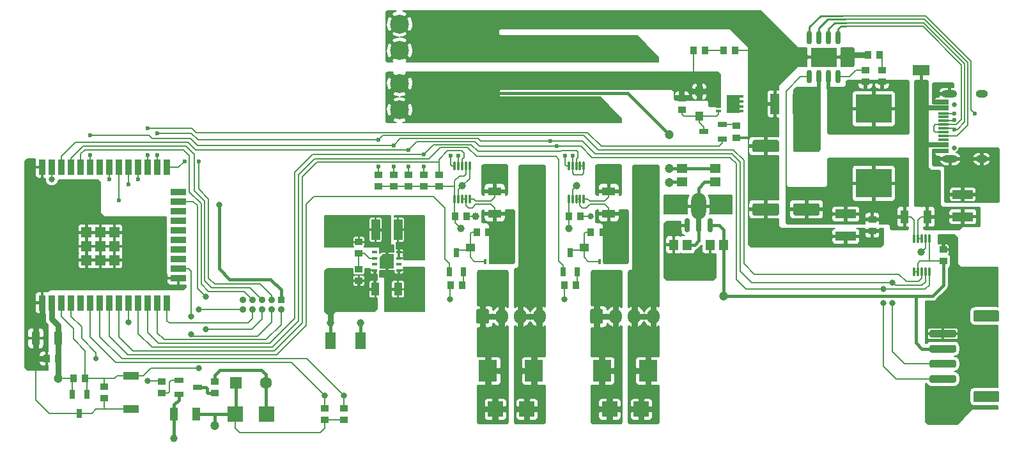
<source format=gtl>
G04 #@! TF.GenerationSoftware,KiCad,Pcbnew,(5.1.5)-3*
G04 #@! TF.CreationDate,2020-05-10T15:15:20+08:00*
G04 #@! TF.ProjectId,SmartAPS,536d6172-7441-4505-932e-6b696361645f,1.0*
G04 #@! TF.SameCoordinates,PX5f5e100PY7bfa480*
G04 #@! TF.FileFunction,Copper,L1,Top*
G04 #@! TF.FilePolarity,Positive*
%FSLAX46Y46*%
G04 Gerber Fmt 4.6, Leading zero omitted, Abs format (unit mm)*
G04 Created by KiCad (PCBNEW (5.1.5)-3) date 2020-05-10 15:15:20*
%MOMM*%
%LPD*%
G04 APERTURE LIST*
%ADD10C,0.100000*%
%ADD11R,0.980000X0.930000*%
%ADD12R,1.000000X1.250000*%
%ADD13R,1.250000X1.000000*%
%ADD14O,1.700000X1.950000*%
%ADD15O,1.600000X1.000000*%
%ADD16O,2.100000X1.000000*%
%ADD17R,1.450000X0.300000*%
%ADD18O,0.650000X0.650000*%
%ADD19R,4.800000X3.800000*%
%ADD20R,1.160000X1.470000*%
%ADD21R,1.470000X1.160000*%
%ADD22C,2.500000*%
%ADD23O,0.900000X0.900000*%
%ADD24R,0.900000X0.900000*%
%ADD25R,2.720000X1.160000*%
%ADD26R,1.160000X2.720000*%
%ADD27R,1.450000X2.200000*%
%ADD28R,2.200000X1.450000*%
%ADD29R,1.130000X1.800000*%
%ADD30R,0.900000X2.000000*%
%ADD31R,2.000000X0.900000*%
%ADD32R,1.330000X1.330000*%
%ADD33R,0.930000X0.980000*%
%ADD34C,1.600000*%
%ADD35R,1.600000X1.600000*%
%ADD36O,5.400000X0.900000*%
%ADD37O,0.280000X1.350000*%
%ADD38O,0.700000X1.900000*%
%ADD39O,2.000000X3.500000*%
%ADD40O,0.700000X2.100000*%
%ADD41R,1.800000X1.130000*%
%ADD42R,1.250000X0.700000*%
%ADD43R,0.700000X1.250000*%
%ADD44R,3.510000X2.620000*%
%ADD45O,0.700000X1.800000*%
%ADD46R,0.700000X0.420000*%
%ADD47R,0.540000X0.420000*%
%ADD48R,1.710000X2.370000*%
%ADD49R,0.420000X0.700000*%
%ADD50R,0.420000X0.540000*%
%ADD51R,2.370000X1.710000*%
%ADD52R,2.000000X2.000000*%
%ADD53R,2.400300X2.895600*%
%ADD54R,0.700000X0.400000*%
%ADD55C,2.000000*%
%ADD56R,2.000000X1.050000*%
%ADD57C,1.200000*%
%ADD58C,0.800000*%
%ADD59C,1.000000*%
%ADD60C,0.600000*%
%ADD61C,0.700000*%
%ADD62C,0.800000*%
%ADD63C,0.200000*%
%ADD64C,0.400000*%
%ADD65C,0.300000*%
%ADD66C,0.500000*%
%ADD67C,0.250000*%
%ADD68C,0.254000*%
G04 APERTURE END LIST*
G04 #@! TA.AperFunction,SMDPad,CuDef*
D10*
G36*
X129374053Y19598794D02*
G01*
X129398370Y19595187D01*
X129422216Y19589214D01*
X129445362Y19580932D01*
X129467585Y19570421D01*
X129488670Y19557783D01*
X129508416Y19543139D01*
X129526630Y19526630D01*
X129543139Y19508416D01*
X129557783Y19488670D01*
X129570421Y19467585D01*
X129580932Y19445362D01*
X129589214Y19422216D01*
X129595187Y19398370D01*
X129598794Y19374053D01*
X129600000Y19349500D01*
X129600000Y18350500D01*
X129598794Y18325947D01*
X129595187Y18301630D01*
X129589214Y18277784D01*
X129580932Y18254638D01*
X129570421Y18232415D01*
X129557783Y18211330D01*
X129543139Y18191584D01*
X129526630Y18173370D01*
X129508416Y18156861D01*
X129488670Y18142217D01*
X129467585Y18129579D01*
X129445362Y18119068D01*
X129422216Y18110786D01*
X129398370Y18104813D01*
X129374053Y18101206D01*
X129349500Y18100000D01*
X126450500Y18100000D01*
X126425947Y18101206D01*
X126401630Y18104813D01*
X126377784Y18110786D01*
X126354638Y18119068D01*
X126332415Y18129579D01*
X126311330Y18142217D01*
X126291584Y18156861D01*
X126273370Y18173370D01*
X126256861Y18191584D01*
X126242217Y18211330D01*
X126229579Y18232415D01*
X126219068Y18254638D01*
X126210786Y18277784D01*
X126204813Y18301630D01*
X126201206Y18325947D01*
X126200000Y18350500D01*
X126200000Y19349500D01*
X126201206Y19374053D01*
X126204813Y19398370D01*
X126210786Y19422216D01*
X126219068Y19445362D01*
X126229579Y19467585D01*
X126242217Y19488670D01*
X126256861Y19508416D01*
X126273370Y19526630D01*
X126291584Y19543139D01*
X126311330Y19557783D01*
X126332415Y19570421D01*
X126354638Y19580932D01*
X126377784Y19589214D01*
X126401630Y19595187D01*
X126425947Y19598794D01*
X126450500Y19600000D01*
X129349500Y19600000D01*
X129374053Y19598794D01*
G37*
G04 #@! TD.AperFunction*
G04 #@! TA.AperFunction,SMDPad,CuDef*
G36*
X129374053Y8898794D02*
G01*
X129398370Y8895187D01*
X129422216Y8889214D01*
X129445362Y8880932D01*
X129467585Y8870421D01*
X129488670Y8857783D01*
X129508416Y8843139D01*
X129526630Y8826630D01*
X129543139Y8808416D01*
X129557783Y8788670D01*
X129570421Y8767585D01*
X129580932Y8745362D01*
X129589214Y8722216D01*
X129595187Y8698370D01*
X129598794Y8674053D01*
X129600000Y8649500D01*
X129600000Y7650500D01*
X129598794Y7625947D01*
X129595187Y7601630D01*
X129589214Y7577784D01*
X129580932Y7554638D01*
X129570421Y7532415D01*
X129557783Y7511330D01*
X129543139Y7491584D01*
X129526630Y7473370D01*
X129508416Y7456861D01*
X129488670Y7442217D01*
X129467585Y7429579D01*
X129445362Y7419068D01*
X129422216Y7410786D01*
X129398370Y7404813D01*
X129374053Y7401206D01*
X129349500Y7400000D01*
X126450500Y7400000D01*
X126425947Y7401206D01*
X126401630Y7404813D01*
X126377784Y7410786D01*
X126354638Y7419068D01*
X126332415Y7429579D01*
X126311330Y7442217D01*
X126291584Y7456861D01*
X126273370Y7473370D01*
X126256861Y7491584D01*
X126242217Y7511330D01*
X126229579Y7532415D01*
X126219068Y7554638D01*
X126210786Y7577784D01*
X126204813Y7601630D01*
X126201206Y7625947D01*
X126200000Y7650500D01*
X126200000Y8649500D01*
X126201206Y8674053D01*
X126204813Y8698370D01*
X126210786Y8722216D01*
X126219068Y8745362D01*
X126229579Y8767585D01*
X126242217Y8788670D01*
X126256861Y8808416D01*
X126273370Y8826630D01*
X126291584Y8843139D01*
X126311330Y8857783D01*
X126332415Y8870421D01*
X126354638Y8880932D01*
X126377784Y8889214D01*
X126401630Y8895187D01*
X126425947Y8898794D01*
X126450500Y8900000D01*
X129349500Y8900000D01*
X129374053Y8898794D01*
G37*
G04 #@! TD.AperFunction*
G04 #@! TA.AperFunction,SMDPad,CuDef*
G36*
X123674504Y16998796D02*
G01*
X123698773Y16995196D01*
X123722571Y16989235D01*
X123745671Y16980970D01*
X123767849Y16970480D01*
X123788893Y16957867D01*
X123808598Y16943253D01*
X123826777Y16926777D01*
X123843253Y16908598D01*
X123857867Y16888893D01*
X123870480Y16867849D01*
X123880970Y16845671D01*
X123889235Y16822571D01*
X123895196Y16798773D01*
X123898796Y16774504D01*
X123900000Y16750000D01*
X123900000Y16250000D01*
X123898796Y16225496D01*
X123895196Y16201227D01*
X123889235Y16177429D01*
X123880970Y16154329D01*
X123870480Y16132151D01*
X123857867Y16111107D01*
X123843253Y16091402D01*
X123826777Y16073223D01*
X123808598Y16056747D01*
X123788893Y16042133D01*
X123767849Y16029520D01*
X123745671Y16019030D01*
X123722571Y16010765D01*
X123698773Y16004804D01*
X123674504Y16001204D01*
X123650000Y16000000D01*
X120650000Y16000000D01*
X120625496Y16001204D01*
X120601227Y16004804D01*
X120577429Y16010765D01*
X120554329Y16019030D01*
X120532151Y16029520D01*
X120511107Y16042133D01*
X120491402Y16056747D01*
X120473223Y16073223D01*
X120456747Y16091402D01*
X120442133Y16111107D01*
X120429520Y16132151D01*
X120419030Y16154329D01*
X120410765Y16177429D01*
X120404804Y16201227D01*
X120401204Y16225496D01*
X120400000Y16250000D01*
X120400000Y16750000D01*
X120401204Y16774504D01*
X120404804Y16798773D01*
X120410765Y16822571D01*
X120419030Y16845671D01*
X120429520Y16867849D01*
X120442133Y16888893D01*
X120456747Y16908598D01*
X120473223Y16926777D01*
X120491402Y16943253D01*
X120511107Y16957867D01*
X120532151Y16970480D01*
X120554329Y16980970D01*
X120577429Y16989235D01*
X120601227Y16995196D01*
X120625496Y16998796D01*
X120650000Y17000000D01*
X123650000Y17000000D01*
X123674504Y16998796D01*
G37*
G04 #@! TD.AperFunction*
G04 #@! TA.AperFunction,SMDPad,CuDef*
G36*
X123674504Y14998796D02*
G01*
X123698773Y14995196D01*
X123722571Y14989235D01*
X123745671Y14980970D01*
X123767849Y14970480D01*
X123788893Y14957867D01*
X123808598Y14943253D01*
X123826777Y14926777D01*
X123843253Y14908598D01*
X123857867Y14888893D01*
X123870480Y14867849D01*
X123880970Y14845671D01*
X123889235Y14822571D01*
X123895196Y14798773D01*
X123898796Y14774504D01*
X123900000Y14750000D01*
X123900000Y14250000D01*
X123898796Y14225496D01*
X123895196Y14201227D01*
X123889235Y14177429D01*
X123880970Y14154329D01*
X123870480Y14132151D01*
X123857867Y14111107D01*
X123843253Y14091402D01*
X123826777Y14073223D01*
X123808598Y14056747D01*
X123788893Y14042133D01*
X123767849Y14029520D01*
X123745671Y14019030D01*
X123722571Y14010765D01*
X123698773Y14004804D01*
X123674504Y14001204D01*
X123650000Y14000000D01*
X120650000Y14000000D01*
X120625496Y14001204D01*
X120601227Y14004804D01*
X120577429Y14010765D01*
X120554329Y14019030D01*
X120532151Y14029520D01*
X120511107Y14042133D01*
X120491402Y14056747D01*
X120473223Y14073223D01*
X120456747Y14091402D01*
X120442133Y14111107D01*
X120429520Y14132151D01*
X120419030Y14154329D01*
X120410765Y14177429D01*
X120404804Y14201227D01*
X120401204Y14225496D01*
X120400000Y14250000D01*
X120400000Y14750000D01*
X120401204Y14774504D01*
X120404804Y14798773D01*
X120410765Y14822571D01*
X120419030Y14845671D01*
X120429520Y14867849D01*
X120442133Y14888893D01*
X120456747Y14908598D01*
X120473223Y14926777D01*
X120491402Y14943253D01*
X120511107Y14957867D01*
X120532151Y14970480D01*
X120554329Y14980970D01*
X120577429Y14989235D01*
X120601227Y14995196D01*
X120625496Y14998796D01*
X120650000Y15000000D01*
X123650000Y15000000D01*
X123674504Y14998796D01*
G37*
G04 #@! TD.AperFunction*
G04 #@! TA.AperFunction,SMDPad,CuDef*
G36*
X123674504Y12998796D02*
G01*
X123698773Y12995196D01*
X123722571Y12989235D01*
X123745671Y12980970D01*
X123767849Y12970480D01*
X123788893Y12957867D01*
X123808598Y12943253D01*
X123826777Y12926777D01*
X123843253Y12908598D01*
X123857867Y12888893D01*
X123870480Y12867849D01*
X123880970Y12845671D01*
X123889235Y12822571D01*
X123895196Y12798773D01*
X123898796Y12774504D01*
X123900000Y12750000D01*
X123900000Y12250000D01*
X123898796Y12225496D01*
X123895196Y12201227D01*
X123889235Y12177429D01*
X123880970Y12154329D01*
X123870480Y12132151D01*
X123857867Y12111107D01*
X123843253Y12091402D01*
X123826777Y12073223D01*
X123808598Y12056747D01*
X123788893Y12042133D01*
X123767849Y12029520D01*
X123745671Y12019030D01*
X123722571Y12010765D01*
X123698773Y12004804D01*
X123674504Y12001204D01*
X123650000Y12000000D01*
X120650000Y12000000D01*
X120625496Y12001204D01*
X120601227Y12004804D01*
X120577429Y12010765D01*
X120554329Y12019030D01*
X120532151Y12029520D01*
X120511107Y12042133D01*
X120491402Y12056747D01*
X120473223Y12073223D01*
X120456747Y12091402D01*
X120442133Y12111107D01*
X120429520Y12132151D01*
X120419030Y12154329D01*
X120410765Y12177429D01*
X120404804Y12201227D01*
X120401204Y12225496D01*
X120400000Y12250000D01*
X120400000Y12750000D01*
X120401204Y12774504D01*
X120404804Y12798773D01*
X120410765Y12822571D01*
X120419030Y12845671D01*
X120429520Y12867849D01*
X120442133Y12888893D01*
X120456747Y12908598D01*
X120473223Y12926777D01*
X120491402Y12943253D01*
X120511107Y12957867D01*
X120532151Y12970480D01*
X120554329Y12980970D01*
X120577429Y12989235D01*
X120601227Y12995196D01*
X120625496Y12998796D01*
X120650000Y13000000D01*
X123650000Y13000000D01*
X123674504Y12998796D01*
G37*
G04 #@! TD.AperFunction*
G04 #@! TA.AperFunction,SMDPad,CuDef*
G36*
X123674504Y10998796D02*
G01*
X123698773Y10995196D01*
X123722571Y10989235D01*
X123745671Y10980970D01*
X123767849Y10970480D01*
X123788893Y10957867D01*
X123808598Y10943253D01*
X123826777Y10926777D01*
X123843253Y10908598D01*
X123857867Y10888893D01*
X123870480Y10867849D01*
X123880970Y10845671D01*
X123889235Y10822571D01*
X123895196Y10798773D01*
X123898796Y10774504D01*
X123900000Y10750000D01*
X123900000Y10250000D01*
X123898796Y10225496D01*
X123895196Y10201227D01*
X123889235Y10177429D01*
X123880970Y10154329D01*
X123870480Y10132151D01*
X123857867Y10111107D01*
X123843253Y10091402D01*
X123826777Y10073223D01*
X123808598Y10056747D01*
X123788893Y10042133D01*
X123767849Y10029520D01*
X123745671Y10019030D01*
X123722571Y10010765D01*
X123698773Y10004804D01*
X123674504Y10001204D01*
X123650000Y10000000D01*
X120650000Y10000000D01*
X120625496Y10001204D01*
X120601227Y10004804D01*
X120577429Y10010765D01*
X120554329Y10019030D01*
X120532151Y10029520D01*
X120511107Y10042133D01*
X120491402Y10056747D01*
X120473223Y10073223D01*
X120456747Y10091402D01*
X120442133Y10111107D01*
X120429520Y10132151D01*
X120419030Y10154329D01*
X120410765Y10177429D01*
X120404804Y10201227D01*
X120401204Y10225496D01*
X120400000Y10250000D01*
X120400000Y10750000D01*
X120401204Y10774504D01*
X120404804Y10798773D01*
X120410765Y10822571D01*
X120419030Y10845671D01*
X120429520Y10867849D01*
X120442133Y10888893D01*
X120456747Y10908598D01*
X120473223Y10926777D01*
X120491402Y10943253D01*
X120511107Y10957867D01*
X120532151Y10970480D01*
X120554329Y10980970D01*
X120577429Y10989235D01*
X120601227Y10995196D01*
X120625496Y10998796D01*
X120650000Y11000000D01*
X123650000Y11000000D01*
X123674504Y10998796D01*
G37*
G04 #@! TD.AperFunction*
D11*
X42800000Y6570000D03*
X42800000Y5030000D03*
X40300000Y6570000D03*
X40300000Y5030000D03*
D12*
X89900000Y48640000D03*
X89900000Y45360000D03*
D13*
X62840000Y27900000D03*
X59560000Y27900000D03*
X77940000Y27900000D03*
X74660000Y27900000D03*
D14*
X68700000Y18800000D03*
X66200000Y18800000D03*
X63700000Y18800000D03*
G04 #@! TA.AperFunction,ComponentPad*
D10*
G36*
X61824504Y19773796D02*
G01*
X61848773Y19770196D01*
X61872571Y19764235D01*
X61895671Y19755970D01*
X61917849Y19745480D01*
X61938893Y19732867D01*
X61958598Y19718253D01*
X61976777Y19701777D01*
X61993253Y19683598D01*
X62007867Y19663893D01*
X62020480Y19642849D01*
X62030970Y19620671D01*
X62039235Y19597571D01*
X62045196Y19573773D01*
X62048796Y19549504D01*
X62050000Y19525000D01*
X62050000Y18075000D01*
X62048796Y18050496D01*
X62045196Y18026227D01*
X62039235Y18002429D01*
X62030970Y17979329D01*
X62020480Y17957151D01*
X62007867Y17936107D01*
X61993253Y17916402D01*
X61976777Y17898223D01*
X61958598Y17881747D01*
X61938893Y17867133D01*
X61917849Y17854520D01*
X61895671Y17844030D01*
X61872571Y17835765D01*
X61848773Y17829804D01*
X61824504Y17826204D01*
X61800000Y17825000D01*
X60600000Y17825000D01*
X60575496Y17826204D01*
X60551227Y17829804D01*
X60527429Y17835765D01*
X60504329Y17844030D01*
X60482151Y17854520D01*
X60461107Y17867133D01*
X60441402Y17881747D01*
X60423223Y17898223D01*
X60406747Y17916402D01*
X60392133Y17936107D01*
X60379520Y17957151D01*
X60369030Y17979329D01*
X60360765Y18002429D01*
X60354804Y18026227D01*
X60351204Y18050496D01*
X60350000Y18075000D01*
X60350000Y19525000D01*
X60351204Y19549504D01*
X60354804Y19573773D01*
X60360765Y19597571D01*
X60369030Y19620671D01*
X60379520Y19642849D01*
X60392133Y19663893D01*
X60406747Y19683598D01*
X60423223Y19701777D01*
X60441402Y19718253D01*
X60461107Y19732867D01*
X60482151Y19745480D01*
X60504329Y19755970D01*
X60527429Y19764235D01*
X60551227Y19770196D01*
X60575496Y19773796D01*
X60600000Y19775000D01*
X61800000Y19775000D01*
X61824504Y19773796D01*
G37*
G04 #@! TD.AperFunction*
D14*
X83800000Y18800000D03*
X81300000Y18800000D03*
X78800000Y18800000D03*
G04 #@! TA.AperFunction,ComponentPad*
D10*
G36*
X76924504Y19773796D02*
G01*
X76948773Y19770196D01*
X76972571Y19764235D01*
X76995671Y19755970D01*
X77017849Y19745480D01*
X77038893Y19732867D01*
X77058598Y19718253D01*
X77076777Y19701777D01*
X77093253Y19683598D01*
X77107867Y19663893D01*
X77120480Y19642849D01*
X77130970Y19620671D01*
X77139235Y19597571D01*
X77145196Y19573773D01*
X77148796Y19549504D01*
X77150000Y19525000D01*
X77150000Y18075000D01*
X77148796Y18050496D01*
X77145196Y18026227D01*
X77139235Y18002429D01*
X77130970Y17979329D01*
X77120480Y17957151D01*
X77107867Y17936107D01*
X77093253Y17916402D01*
X77076777Y17898223D01*
X77058598Y17881747D01*
X77038893Y17867133D01*
X77017849Y17854520D01*
X76995671Y17844030D01*
X76972571Y17835765D01*
X76948773Y17829804D01*
X76924504Y17826204D01*
X76900000Y17825000D01*
X75700000Y17825000D01*
X75675496Y17826204D01*
X75651227Y17829804D01*
X75627429Y17835765D01*
X75604329Y17844030D01*
X75582151Y17854520D01*
X75561107Y17867133D01*
X75541402Y17881747D01*
X75523223Y17898223D01*
X75506747Y17916402D01*
X75492133Y17936107D01*
X75479520Y17957151D01*
X75469030Y17979329D01*
X75460765Y18002429D01*
X75454804Y18026227D01*
X75451204Y18050496D01*
X75450000Y18075000D01*
X75450000Y19525000D01*
X75451204Y19549504D01*
X75454804Y19573773D01*
X75460765Y19597571D01*
X75469030Y19620671D01*
X75479520Y19642849D01*
X75492133Y19663893D01*
X75506747Y19683598D01*
X75523223Y19701777D01*
X75541402Y19718253D01*
X75561107Y19732867D01*
X75582151Y19745480D01*
X75604329Y19755970D01*
X75627429Y19764235D01*
X75651227Y19770196D01*
X75675496Y19773796D01*
X75700000Y19775000D01*
X76900000Y19775000D01*
X76924504Y19773796D01*
G37*
G04 #@! TD.AperFunction*
D15*
X127300000Y48320000D03*
X127300000Y39680000D03*
D16*
X123030000Y48320000D03*
X123120000Y39680000D03*
D17*
X122205000Y40600000D03*
X122205000Y41400000D03*
X122205000Y42750000D03*
X122205000Y43750000D03*
X122205000Y44250000D03*
X122205000Y45250000D03*
X122205000Y46600000D03*
X122205000Y47400000D03*
X122205000Y47100000D03*
X122205000Y46300000D03*
X122200000Y45750000D03*
X122205000Y44750000D03*
X122205000Y43250000D03*
X122205000Y42250000D03*
X122205000Y41700000D03*
X122205000Y40900000D03*
D18*
X123650000Y46890000D03*
X123650000Y41110000D03*
D19*
X113000000Y36450000D03*
X113000000Y46350000D03*
D20*
X91310000Y28300000D03*
X93090000Y28300000D03*
X86510000Y28300000D03*
X88290000Y28300000D03*
D21*
X87600000Y36610000D03*
X87600000Y38390000D03*
D22*
X50200000Y46200000D03*
X50200000Y49700000D03*
X50200000Y54100000D03*
X50200000Y57600000D03*
D23*
X29420000Y19730000D03*
X29420000Y21000000D03*
X30690000Y19730000D03*
X30690000Y21000000D03*
X31960000Y19730000D03*
X31960000Y21000000D03*
X33230000Y19730000D03*
X33230000Y21000000D03*
X34500000Y19730000D03*
D24*
X34500000Y21000000D03*
D25*
X124800000Y34975000D03*
X124800000Y32025000D03*
X109300000Y29425000D03*
X109300000Y32375000D03*
D26*
X99925000Y47000000D03*
X102875000Y47000000D03*
X47025000Y30300000D03*
X49975000Y30300000D03*
D27*
X45000000Y15600000D03*
D28*
X119300000Y51500000D03*
D27*
X41000000Y15600000D03*
D29*
X2010000Y15900000D03*
X4990000Y15900000D03*
X20310000Y5800000D03*
X23290000Y5800000D03*
X49990000Y22400000D03*
X47010000Y22400000D03*
D30*
X2870000Y20600000D03*
X4140000Y20600000D03*
X5410000Y20600000D03*
X6680000Y20600000D03*
X7950000Y20600000D03*
X9220000Y20600000D03*
X10490000Y20600000D03*
X11760000Y20600000D03*
X13030000Y20600000D03*
X14300000Y20600000D03*
X15570000Y20600000D03*
X16840000Y20600000D03*
X18110000Y20600000D03*
X19380000Y20600000D03*
X2870000Y38600000D03*
X19380000Y38600000D03*
X18110000Y38600000D03*
X16840000Y38600000D03*
X15570000Y38600000D03*
X14300000Y38600000D03*
X13030000Y38600000D03*
X11760000Y38600000D03*
X10490000Y38600000D03*
X9220000Y38600000D03*
X7950000Y38600000D03*
X6680000Y38600000D03*
X5410000Y38600000D03*
X4140000Y38600000D03*
D31*
X20870000Y23885000D03*
X20870000Y25170000D03*
X20870000Y26425000D03*
X20870000Y27695000D03*
X20870000Y28965000D03*
X20870000Y30235000D03*
X20870000Y31505000D03*
X20870000Y32775000D03*
X20870000Y34045000D03*
X20870000Y35315000D03*
D32*
X8740000Y26270000D03*
X8740000Y28100000D03*
X8740000Y29930000D03*
X10570000Y26270000D03*
X10570000Y28100000D03*
X10570000Y29930000D03*
X12400000Y26270000D03*
X12400000Y28100000D03*
X12400000Y29930000D03*
D11*
X44800000Y25070000D03*
X44800000Y23530000D03*
D33*
X112230000Y53500000D03*
X113770000Y53500000D03*
D11*
X11100000Y7930000D03*
X11100000Y9470000D03*
D33*
X3430000Y13200000D03*
X4970000Y13200000D03*
D11*
X122200000Y27670000D03*
X122200000Y26130000D03*
X111900000Y51470000D03*
X111900000Y49930000D03*
D33*
X59070000Y32100000D03*
X57530000Y32100000D03*
X74170000Y32100000D03*
X72630000Y32100000D03*
X94670000Y54100000D03*
X93130000Y54100000D03*
D34*
X32500000Y10000000D03*
D35*
X28500000Y10000000D03*
D36*
X126100000Y37500000D03*
D37*
X74600000Y34400000D03*
X74100000Y34400000D03*
X73600000Y34400000D03*
X73100000Y34400000D03*
X72600000Y34400000D03*
X72600000Y38800000D03*
X73100000Y38800000D03*
X73600000Y38800000D03*
X74100000Y38800000D03*
X74600000Y38800000D03*
X118350000Y29100000D03*
X118850000Y29100000D03*
X119350000Y29100000D03*
X119850000Y29100000D03*
X120350000Y29100000D03*
X120350000Y24700000D03*
X119850000Y24700000D03*
X119350000Y24700000D03*
X118850000Y24700000D03*
X118350000Y24700000D03*
X59500000Y34400000D03*
X59000000Y34400000D03*
X58500000Y34400000D03*
X58000000Y34400000D03*
X57500000Y34400000D03*
X57500000Y38800000D03*
X58000000Y38800000D03*
X58500000Y38800000D03*
X59000000Y38800000D03*
X59500000Y38800000D03*
D38*
X91300000Y30900000D03*
D39*
X89800000Y33400000D03*
D40*
X89800000Y31000000D03*
D38*
X88300000Y30900000D03*
D41*
X62800000Y35390000D03*
X62800000Y32410000D03*
X77900000Y35390000D03*
X77900000Y32410000D03*
D42*
X23450000Y9400000D03*
X20950000Y8450000D03*
X20950000Y10350000D03*
X90450000Y43300000D03*
X92950000Y44250000D03*
X92950000Y42350000D03*
D43*
X57700000Y27250000D03*
X58650000Y24750000D03*
X56750000Y24750000D03*
X72800000Y27250000D03*
X73750000Y24750000D03*
X71850000Y24750000D03*
X7800000Y5950000D03*
X6850000Y8450000D03*
X8750000Y8450000D03*
G04 #@! TA.AperFunction,SMDPad,CuDef*
D10*
G36*
X100224504Y42198796D02*
G01*
X100248773Y42195196D01*
X100272571Y42189235D01*
X100295671Y42180970D01*
X100317849Y42170480D01*
X100338893Y42157867D01*
X100358598Y42143253D01*
X100376777Y42126777D01*
X100393253Y42108598D01*
X100407867Y42088893D01*
X100420480Y42067849D01*
X100430970Y42045671D01*
X100439235Y42022571D01*
X100445196Y41998773D01*
X100448796Y41974504D01*
X100450000Y41950000D01*
X100450000Y40850000D01*
X100448796Y40825496D01*
X100445196Y40801227D01*
X100439235Y40777429D01*
X100430970Y40754329D01*
X100420480Y40732151D01*
X100407867Y40711107D01*
X100393253Y40691402D01*
X100376777Y40673223D01*
X100358598Y40656747D01*
X100338893Y40642133D01*
X100317849Y40629520D01*
X100295671Y40619030D01*
X100272571Y40610765D01*
X100248773Y40604804D01*
X100224504Y40601204D01*
X100200000Y40600000D01*
X97200000Y40600000D01*
X97175496Y40601204D01*
X97151227Y40604804D01*
X97127429Y40610765D01*
X97104329Y40619030D01*
X97082151Y40629520D01*
X97061107Y40642133D01*
X97041402Y40656747D01*
X97023223Y40673223D01*
X97006747Y40691402D01*
X96992133Y40711107D01*
X96979520Y40732151D01*
X96969030Y40754329D01*
X96960765Y40777429D01*
X96954804Y40801227D01*
X96951204Y40825496D01*
X96950000Y40850000D01*
X96950000Y41950000D01*
X96951204Y41974504D01*
X96954804Y41998773D01*
X96960765Y42022571D01*
X96969030Y42045671D01*
X96979520Y42067849D01*
X96992133Y42088893D01*
X97006747Y42108598D01*
X97023223Y42126777D01*
X97041402Y42143253D01*
X97061107Y42157867D01*
X97082151Y42170480D01*
X97104329Y42180970D01*
X97127429Y42189235D01*
X97151227Y42195196D01*
X97175496Y42198796D01*
X97200000Y42200000D01*
X100200000Y42200000D01*
X100224504Y42198796D01*
G37*
G04 #@! TD.AperFunction*
G04 #@! TA.AperFunction,SMDPad,CuDef*
G36*
X105624504Y42198796D02*
G01*
X105648773Y42195196D01*
X105672571Y42189235D01*
X105695671Y42180970D01*
X105717849Y42170480D01*
X105738893Y42157867D01*
X105758598Y42143253D01*
X105776777Y42126777D01*
X105793253Y42108598D01*
X105807867Y42088893D01*
X105820480Y42067849D01*
X105830970Y42045671D01*
X105839235Y42022571D01*
X105845196Y41998773D01*
X105848796Y41974504D01*
X105850000Y41950000D01*
X105850000Y40850000D01*
X105848796Y40825496D01*
X105845196Y40801227D01*
X105839235Y40777429D01*
X105830970Y40754329D01*
X105820480Y40732151D01*
X105807867Y40711107D01*
X105793253Y40691402D01*
X105776777Y40673223D01*
X105758598Y40656747D01*
X105738893Y40642133D01*
X105717849Y40629520D01*
X105695671Y40619030D01*
X105672571Y40610765D01*
X105648773Y40604804D01*
X105624504Y40601204D01*
X105600000Y40600000D01*
X102600000Y40600000D01*
X102575496Y40601204D01*
X102551227Y40604804D01*
X102527429Y40610765D01*
X102504329Y40619030D01*
X102482151Y40629520D01*
X102461107Y40642133D01*
X102441402Y40656747D01*
X102423223Y40673223D01*
X102406747Y40691402D01*
X102392133Y40711107D01*
X102379520Y40732151D01*
X102369030Y40754329D01*
X102360765Y40777429D01*
X102354804Y40801227D01*
X102351204Y40825496D01*
X102350000Y40850000D01*
X102350000Y41950000D01*
X102351204Y41974504D01*
X102354804Y41998773D01*
X102360765Y42022571D01*
X102369030Y42045671D01*
X102379520Y42067849D01*
X102392133Y42088893D01*
X102406747Y42108598D01*
X102423223Y42126777D01*
X102441402Y42143253D01*
X102461107Y42157867D01*
X102482151Y42170480D01*
X102504329Y42180970D01*
X102527429Y42189235D01*
X102551227Y42195196D01*
X102575496Y42198796D01*
X102600000Y42200000D01*
X105600000Y42200000D01*
X105624504Y42198796D01*
G37*
G04 #@! TD.AperFunction*
D44*
X106400000Y53200000D03*
D45*
X107035000Y50600000D03*
X105765000Y50600000D03*
X108305000Y50600000D03*
X104495000Y55800000D03*
X104495000Y50600000D03*
X107035000Y55800000D03*
X108305000Y55800000D03*
X105765000Y55800000D03*
D11*
X49400000Y37570000D03*
X49400000Y36030000D03*
X51400000Y37570000D03*
X51400000Y36030000D03*
D33*
X8570000Y10600000D03*
X7030000Y10600000D03*
D11*
X25700000Y8630000D03*
X25700000Y10170000D03*
X18700000Y8630000D03*
X18700000Y10170000D03*
X47400000Y36030000D03*
X47400000Y37570000D03*
D29*
X117110000Y32000000D03*
X120090000Y32000000D03*
D11*
X112800000Y30130000D03*
X112800000Y31670000D03*
X114100000Y51470000D03*
X114100000Y49930000D03*
X94800000Y42530000D03*
X94800000Y44070000D03*
X87600000Y46230000D03*
X87600000Y47770000D03*
D33*
X56930000Y22900000D03*
X58470000Y22900000D03*
X60430000Y30000000D03*
X61970000Y30000000D03*
D11*
X55400000Y36030000D03*
X55400000Y37570000D03*
D33*
X72030000Y22900000D03*
X73570000Y22900000D03*
X75530000Y30000000D03*
X77070000Y30000000D03*
D11*
X53400000Y36030000D03*
X53400000Y37570000D03*
X44800000Y28670000D03*
X44800000Y27130000D03*
D33*
X89130000Y54100000D03*
X90670000Y54100000D03*
D46*
X92400000Y47975000D03*
X92400000Y47325000D03*
X92400000Y46675000D03*
X92400000Y46025000D03*
D47*
X95480000Y46025000D03*
X95480000Y46675000D03*
X95480000Y47325000D03*
X95480000Y47975000D03*
D48*
X94355000Y47000000D03*
D49*
X63475000Y26100000D03*
X62825000Y26100000D03*
X62175000Y26100000D03*
X61525000Y26100000D03*
D50*
X61525000Y23020000D03*
X62175000Y23020000D03*
X62825000Y23020000D03*
X63475000Y23020000D03*
D51*
X62500000Y24145000D03*
D49*
X78625000Y26100000D03*
X77975000Y26100000D03*
X77325000Y26100000D03*
X76675000Y26100000D03*
D50*
X76675000Y23020000D03*
X77325000Y23020000D03*
X77975000Y23020000D03*
X78625000Y23020000D03*
D51*
X77650000Y24145000D03*
D21*
X92000000Y38390000D03*
X92000000Y36610000D03*
D52*
X28400000Y5800000D03*
X32600000Y5800000D03*
X62850000Y6500000D03*
X67050000Y6500000D03*
X78000000Y6500000D03*
X82200000Y6500000D03*
G04 #@! TA.AperFunction,SMDPad,CuDef*
D10*
G36*
X100224504Y33798796D02*
G01*
X100248773Y33795196D01*
X100272571Y33789235D01*
X100295671Y33780970D01*
X100317849Y33770480D01*
X100338893Y33757867D01*
X100358598Y33743253D01*
X100376777Y33726777D01*
X100393253Y33708598D01*
X100407867Y33688893D01*
X100420480Y33667849D01*
X100430970Y33645671D01*
X100439235Y33622571D01*
X100445196Y33598773D01*
X100448796Y33574504D01*
X100450000Y33550000D01*
X100450000Y32450000D01*
X100448796Y32425496D01*
X100445196Y32401227D01*
X100439235Y32377429D01*
X100430970Y32354329D01*
X100420480Y32332151D01*
X100407867Y32311107D01*
X100393253Y32291402D01*
X100376777Y32273223D01*
X100358598Y32256747D01*
X100338893Y32242133D01*
X100317849Y32229520D01*
X100295671Y32219030D01*
X100272571Y32210765D01*
X100248773Y32204804D01*
X100224504Y32201204D01*
X100200000Y32200000D01*
X97200000Y32200000D01*
X97175496Y32201204D01*
X97151227Y32204804D01*
X97127429Y32210765D01*
X97104329Y32219030D01*
X97082151Y32229520D01*
X97061107Y32242133D01*
X97041402Y32256747D01*
X97023223Y32273223D01*
X97006747Y32291402D01*
X96992133Y32311107D01*
X96979520Y32332151D01*
X96969030Y32354329D01*
X96960765Y32377429D01*
X96954804Y32401227D01*
X96951204Y32425496D01*
X96950000Y32450000D01*
X96950000Y33550000D01*
X96951204Y33574504D01*
X96954804Y33598773D01*
X96960765Y33622571D01*
X96969030Y33645671D01*
X96979520Y33667849D01*
X96992133Y33688893D01*
X97006747Y33708598D01*
X97023223Y33726777D01*
X97041402Y33743253D01*
X97061107Y33757867D01*
X97082151Y33770480D01*
X97104329Y33780970D01*
X97127429Y33789235D01*
X97151227Y33795196D01*
X97175496Y33798796D01*
X97200000Y33800000D01*
X100200000Y33800000D01*
X100224504Y33798796D01*
G37*
G04 #@! TD.AperFunction*
G04 #@! TA.AperFunction,SMDPad,CuDef*
G36*
X105624504Y33798796D02*
G01*
X105648773Y33795196D01*
X105672571Y33789235D01*
X105695671Y33780970D01*
X105717849Y33770480D01*
X105738893Y33757867D01*
X105758598Y33743253D01*
X105776777Y33726777D01*
X105793253Y33708598D01*
X105807867Y33688893D01*
X105820480Y33667849D01*
X105830970Y33645671D01*
X105839235Y33622571D01*
X105845196Y33598773D01*
X105848796Y33574504D01*
X105850000Y33550000D01*
X105850000Y32450000D01*
X105848796Y32425496D01*
X105845196Y32401227D01*
X105839235Y32377429D01*
X105830970Y32354329D01*
X105820480Y32332151D01*
X105807867Y32311107D01*
X105793253Y32291402D01*
X105776777Y32273223D01*
X105758598Y32256747D01*
X105738893Y32242133D01*
X105717849Y32229520D01*
X105695671Y32219030D01*
X105672571Y32210765D01*
X105648773Y32204804D01*
X105624504Y32201204D01*
X105600000Y32200000D01*
X102600000Y32200000D01*
X102575496Y32201204D01*
X102551227Y32204804D01*
X102527429Y32210765D01*
X102504329Y32219030D01*
X102482151Y32229520D01*
X102461107Y32242133D01*
X102441402Y32256747D01*
X102423223Y32273223D01*
X102406747Y32291402D01*
X102392133Y32311107D01*
X102379520Y32332151D01*
X102369030Y32354329D01*
X102360765Y32377429D01*
X102354804Y32401227D01*
X102351204Y32425496D01*
X102350000Y32450000D01*
X102350000Y33550000D01*
X102351204Y33574504D01*
X102354804Y33598773D01*
X102360765Y33622571D01*
X102369030Y33645671D01*
X102379520Y33667849D01*
X102392133Y33688893D01*
X102406747Y33708598D01*
X102423223Y33726777D01*
X102441402Y33743253D01*
X102461107Y33757867D01*
X102482151Y33770480D01*
X102504329Y33780970D01*
X102527429Y33789235D01*
X102551227Y33795196D01*
X102575496Y33798796D01*
X102600000Y33800000D01*
X105600000Y33800000D01*
X105624504Y33798796D01*
G37*
G04 #@! TD.AperFunction*
D53*
X68004350Y11600000D03*
X61895650Y11600000D03*
X83104350Y11600000D03*
X76995650Y11600000D03*
D54*
X46900000Y27300000D03*
X46900000Y26500000D03*
X46900000Y25700000D03*
X46900000Y24900000D03*
X50100000Y24900000D03*
X50100000Y25700000D03*
X50100000Y26500000D03*
X50100000Y27300000D03*
G04 #@! TA.AperFunction,SMDPad,CuDef*
D10*
G36*
X49409755Y27049039D02*
G01*
X49419134Y27046194D01*
X49427779Y27041573D01*
X49435355Y27035355D01*
X49441573Y27027779D01*
X49446194Y27019134D01*
X49449039Y27009755D01*
X49450000Y27000000D01*
X49450000Y25200000D01*
X49449039Y25190245D01*
X49446194Y25180866D01*
X49441573Y25172221D01*
X49435355Y25164645D01*
X49427779Y25158427D01*
X49419134Y25153806D01*
X49409755Y25150961D01*
X49400000Y25150000D01*
X47600000Y25150000D01*
X47590245Y25150961D01*
X47580866Y25153806D01*
X47572221Y25158427D01*
X47564645Y25164645D01*
X47558427Y25172221D01*
X47553806Y25180866D01*
X47550961Y25190245D01*
X47550000Y25200000D01*
X47550000Y26650000D01*
X47550961Y26659755D01*
X47553806Y26669134D01*
X47558427Y26677779D01*
X47564645Y26685355D01*
X47914645Y27035355D01*
X47922221Y27041573D01*
X47930866Y27046194D01*
X47940245Y27049039D01*
X47950000Y27050000D01*
X49400000Y27050000D01*
X49409755Y27049039D01*
G37*
G04 #@! TD.AperFunction*
D55*
X56600000Y57200000D03*
X56600000Y46600000D03*
D56*
X14600000Y6475000D03*
X14600000Y10925000D03*
D57*
X12400000Y26270000D03*
X8740000Y26270000D03*
X12400000Y29930000D03*
X8740000Y29930000D03*
X10570000Y26270000D03*
X10570000Y29930000D03*
X8740000Y28100000D03*
X12400000Y28100000D03*
X10570000Y28100000D03*
D58*
X107600000Y54000000D03*
X107600000Y52400000D03*
X105200000Y52400000D03*
X105200000Y54000000D03*
X66350000Y37800000D03*
X67250000Y37800000D03*
X68150000Y37800000D03*
X69050000Y37800000D03*
X66350000Y36900000D03*
X67250000Y36900000D03*
X68150000Y36900000D03*
X69050000Y36900000D03*
X81450000Y37800000D03*
X82350000Y37800000D03*
X83250000Y37800000D03*
X84150000Y37800000D03*
X81450000Y36900000D03*
X82350000Y36900000D03*
X83250000Y36900000D03*
X84150000Y36900000D03*
X81450000Y53850000D03*
X82350000Y53850000D03*
X83250000Y53850000D03*
X81450000Y54750000D03*
X81450000Y52950000D03*
X82350000Y52950000D03*
X83250000Y52950000D03*
X84150000Y52950000D03*
X60400000Y57200000D03*
X61400000Y57200000D03*
X62400000Y57200000D03*
X60400000Y58200000D03*
X61400000Y58200000D03*
X62400000Y58200000D03*
X82350000Y54750000D03*
X81450000Y55650000D03*
X72000000Y21100000D03*
X56900000Y21100000D03*
D57*
X85900000Y36600000D03*
D58*
X75500000Y32100000D03*
D59*
X60300000Y32100000D03*
D58*
X86500000Y26200000D03*
X91300000Y26200000D03*
X86500000Y30900000D03*
X106400000Y53200000D03*
X97200000Y58200000D03*
X98200000Y57200000D03*
X97200000Y56200000D03*
X99200000Y56200000D03*
X98200000Y55200000D03*
X100200000Y55100000D03*
X97200000Y54200000D03*
X99200000Y54200000D03*
X101200000Y54200000D03*
X102200000Y53200000D03*
X100200000Y53200000D03*
X98200000Y53200000D03*
X97200000Y52200000D03*
X98200000Y51200000D03*
X99200000Y52200000D03*
X101200000Y52200000D03*
X100200000Y51200000D03*
X99200000Y50200000D03*
X97200000Y50200000D03*
X97400000Y44400000D03*
X97400000Y43200000D03*
X97400000Y39600000D03*
X97400000Y38400000D03*
X97400000Y34800000D03*
X97400000Y36000000D03*
X97400000Y30000000D03*
X97400000Y31200000D03*
X97400000Y37200000D03*
X97400000Y28800000D03*
X98600000Y28800000D03*
X99800000Y28800000D03*
X98600000Y37200000D03*
X99800000Y37200000D03*
X101000000Y28800000D03*
X102200000Y28800000D03*
X103400000Y28800000D03*
X104600000Y28800000D03*
X105800000Y28800000D03*
X107000000Y28800000D03*
X107000000Y30000000D03*
X113900000Y28800000D03*
X111700000Y28800000D03*
X109500000Y54000000D03*
X109500000Y52400000D03*
X103600000Y54000000D03*
X103600000Y52400000D03*
X87700000Y26200000D03*
X88900000Y26200000D03*
X90100000Y26200000D03*
X112800000Y28800000D03*
X127400000Y34500000D03*
X127400000Y35500000D03*
X128600000Y34500000D03*
X128600000Y35500000D03*
X86500000Y24700000D03*
X87700000Y24700000D03*
X88900000Y24700000D03*
X90100000Y24700000D03*
X91300000Y24700000D03*
D60*
X48500000Y30300000D03*
X48500000Y31300000D03*
X48500000Y29300000D03*
X48000000Y24500000D03*
X49000000Y24500000D03*
X49000000Y27700000D03*
X48000000Y27700000D03*
D58*
X45500000Y30100000D03*
X44000000Y31600000D03*
X42500000Y31600000D03*
X41000000Y31600000D03*
X41000000Y30100000D03*
X42500000Y30100000D03*
X44000000Y30100000D03*
X41000000Y28600000D03*
X42500000Y28600000D03*
X51600000Y24700000D03*
X52900000Y24700000D03*
X51600000Y23200000D03*
X52900000Y23200000D03*
X52900000Y21700000D03*
X51600000Y21700000D03*
X52900000Y20200000D03*
X51600000Y20200000D03*
X50300000Y20200000D03*
X49000000Y20200000D03*
D59*
X2000000Y13200000D03*
X20300000Y2600000D03*
X58500000Y36100000D03*
X73600000Y36100000D03*
X119300000Y27300000D03*
D58*
X45500000Y31600000D03*
D59*
X2200000Y35100000D03*
X2200000Y33100000D03*
X2200000Y31100000D03*
X2200000Y29100000D03*
X2200000Y27100000D03*
X2200000Y25100000D03*
X2200000Y23100000D03*
X3700000Y28100000D03*
X3700000Y30100000D03*
X3700000Y32100000D03*
X3700000Y34100000D03*
X3700000Y26100000D03*
X3700000Y24100000D03*
X5200000Y23100000D03*
X5200000Y25100000D03*
X5200000Y27100000D03*
X5200000Y29100000D03*
X5200000Y31100000D03*
X5200000Y33100000D03*
X6700000Y24100000D03*
X6700000Y26100000D03*
X6700000Y28100000D03*
X6700000Y30100000D03*
X6700000Y32100000D03*
X9700000Y24100000D03*
X8200000Y23100000D03*
X11200000Y23100000D03*
X12700000Y24100000D03*
X14200000Y23100000D03*
X15700000Y24100000D03*
X17200000Y23100000D03*
X14200000Y25100000D03*
X14200000Y27100000D03*
X14200000Y29100000D03*
X14200000Y31100000D03*
X15700000Y26100000D03*
X15700000Y28100000D03*
X15700000Y30100000D03*
X17200000Y31100000D03*
X17200000Y29100000D03*
X17200000Y27100000D03*
X17200000Y25100000D03*
X8200000Y33100000D03*
X9700000Y32100000D03*
X45000000Y17900004D03*
X122200000Y29200000D03*
X2000000Y18300000D03*
D58*
X76550000Y37800000D03*
X77450000Y37800000D03*
X78350000Y37800000D03*
X79250000Y37800000D03*
X76550000Y36900000D03*
X77450000Y36900000D03*
X78350000Y36900000D03*
X79250000Y36900000D03*
X63250000Y36900000D03*
X64150000Y36900000D03*
X62350000Y36900000D03*
X62350000Y37800000D03*
X63250000Y37800000D03*
X64150000Y37800000D03*
X77450000Y45750000D03*
X78350000Y45750000D03*
X76550000Y44850000D03*
X77450000Y44850000D03*
X78350000Y44850000D03*
X61450000Y37800000D03*
X61450000Y36900000D03*
X61400000Y45600000D03*
X61400000Y46600000D03*
X60400000Y46600000D03*
X60400000Y45600000D03*
X62400000Y45600000D03*
X62400000Y46600000D03*
X76550000Y45750000D03*
X79250000Y44850000D03*
X76550000Y46650000D03*
X77450000Y46650000D03*
X76550000Y47550000D03*
D57*
X85900000Y38400000D03*
D59*
X52900000Y31300000D03*
X52900000Y29300000D03*
D57*
X85900000Y42900000D03*
D59*
X52900000Y30300000D03*
X72600000Y30500000D03*
X58300000Y30500000D03*
D57*
X93100000Y21500000D03*
X5000000Y10600000D03*
X25700000Y4300000D03*
D59*
X41000000Y17907016D03*
D58*
X26300000Y33600000D03*
D61*
X10000000Y13200000D03*
D60*
X23600000Y39399996D03*
X21700000Y39400000D03*
D58*
X40300000Y8300000D03*
X23600000Y11950006D03*
X23600000Y19730000D03*
D60*
X15570000Y37000000D03*
X14300000Y36300000D03*
X11760000Y37000008D03*
D58*
X4140000Y37000000D03*
D60*
X13030000Y34200000D03*
D58*
X22599988Y18800000D03*
X22600000Y16400000D03*
X24500000Y21400000D03*
X24500000Y17050000D03*
D60*
X53400000Y40300000D03*
X53400000Y38700000D03*
X56999994Y40100000D03*
X72100004Y40100000D03*
X51400000Y40900000D03*
X51400000Y38700000D03*
D58*
X114300000Y22400000D03*
D60*
X71000000Y41400000D03*
D58*
X114300000Y20600000D03*
D60*
X9200000Y42800000D03*
X9200000Y40200000D03*
X57997510Y40100000D03*
X73100000Y40100000D03*
X49400000Y38700000D03*
X49400000Y41500000D03*
D58*
X115499980Y23300000D03*
D60*
X70200000Y42100000D03*
D58*
X115499980Y20600000D03*
X16840000Y10200000D03*
X14300000Y18000000D03*
X94800000Y46250000D03*
X93950000Y46250000D03*
X93950000Y47750000D03*
X94800000Y47750000D03*
X93950000Y47000000D03*
X94800000Y47000000D03*
X104400000Y48000000D03*
X105300000Y48000000D03*
X105300000Y47000000D03*
X105300000Y46000000D03*
X104400000Y46000000D03*
X104400000Y47000000D03*
D60*
X123650000Y44900000D03*
X123650000Y43600000D03*
X123650000Y45750000D03*
X126350000Y45750000D03*
X16840000Y40199957D03*
X16840000Y43800000D03*
X18100000Y40199945D03*
X47400000Y38700000D03*
X47400000Y42200000D03*
X18100000Y43100000D03*
D58*
X42800000Y8300000D03*
D62*
X106700000Y53500000D02*
X106400000Y53200000D01*
X112230000Y53500000D02*
X110300000Y53500000D01*
D63*
X72000000Y21100000D02*
X72000000Y21200000D01*
X72000000Y22870000D02*
X72030000Y22900000D01*
X72000000Y21100000D02*
X72000000Y22870000D01*
X56900000Y22870000D02*
X56930000Y22900000D01*
X56900000Y21100000D02*
X56900000Y22870000D01*
X74170000Y32100000D02*
X75500000Y32100000D01*
X59070000Y32100000D02*
X60300000Y32100000D01*
D64*
X88300000Y30900000D02*
X86500000Y30900000D01*
X85910000Y36610000D02*
X85900000Y36600000D01*
X87600000Y36610000D02*
X85910000Y36610000D01*
X86500000Y28290000D02*
X86510000Y28300000D01*
D65*
X122205000Y47100000D02*
X121000000Y47100000D01*
X122205000Y47400000D02*
X121000000Y47400000D01*
X122205000Y40900000D02*
X121000000Y40900000D01*
X122205000Y40600000D02*
X121000000Y40600000D01*
D63*
X91310000Y26210000D02*
X91300000Y26200000D01*
D64*
X48500000Y22400000D02*
X49990000Y22400000D01*
X48500000Y26100000D02*
X48500000Y22400000D01*
X48500000Y26100000D02*
X48500000Y29300000D01*
X48500000Y30300000D02*
X47025000Y30300000D01*
X48500000Y29300000D02*
X48500000Y30300000D01*
D63*
X97100000Y54100000D02*
X97200000Y54200000D01*
X94670000Y54100000D02*
X97100000Y54100000D01*
D62*
X2000000Y15890000D02*
X2010000Y15900000D01*
X2000000Y13200000D02*
X2000000Y15890000D01*
X2000000Y13200000D02*
X3430000Y13200000D01*
D63*
X9450000Y5950000D02*
X7800000Y5950000D01*
X9975000Y6475000D02*
X9450000Y5950000D01*
X11100000Y6500000D02*
X11125000Y6475000D01*
X11100000Y7930000D02*
X11100000Y6500000D01*
X14600000Y6475000D02*
X11125000Y6475000D01*
X11125000Y6475000D02*
X9975000Y6475000D01*
D64*
X20950000Y7700000D02*
X20950000Y8450000D01*
X20310000Y5800000D02*
X20310000Y7060000D01*
X20310000Y7060000D02*
X20950000Y7700000D01*
D62*
X2010000Y17600000D02*
X2010000Y15900000D01*
X2870000Y20600000D02*
X2870000Y18460000D01*
X2870000Y18460000D02*
X2010000Y17600000D01*
D63*
X58000000Y34400000D02*
X58000001Y35600001D01*
X58000001Y35600001D02*
X58500000Y36100000D01*
X59500000Y38800000D02*
X59500000Y37100000D01*
X59500000Y37100000D02*
X58500000Y36100000D01*
X73100001Y35600001D02*
X73600000Y36100000D01*
X73100000Y34400000D02*
X73100001Y35600001D01*
X119850000Y29100000D02*
X119850000Y27850000D01*
X119850000Y27850000D02*
X119300000Y27300000D01*
D64*
X45000000Y15600000D02*
X45000000Y17900004D01*
X122200000Y27670000D02*
X122200000Y29200000D01*
X20300000Y5790000D02*
X20300000Y2600000D01*
X20310000Y5800000D02*
X20300000Y5790000D01*
D63*
X7800000Y5950000D02*
X3750000Y5950000D01*
X2000000Y7700000D02*
X2000000Y13200000D01*
X3750000Y5950000D02*
X2000000Y7700000D01*
D65*
X96800000Y41400000D02*
X99100000Y41400000D01*
X97100000Y43200000D02*
X97400000Y43200000D01*
X94800000Y42530000D02*
X96430000Y42530000D01*
X96430000Y42530000D02*
X97100000Y43200000D01*
D64*
X87590000Y38400000D02*
X87600000Y38390000D01*
X85900000Y38400000D02*
X87590000Y38400000D01*
X87600000Y38390000D02*
X92000000Y38390000D01*
D63*
X62800000Y35390000D02*
X62800000Y34600000D01*
X60000000Y34400000D02*
X59500000Y34400000D01*
X60300000Y34100000D02*
X60000000Y34400000D01*
X62300000Y34100000D02*
X60300000Y34100000D01*
X62800000Y34600000D02*
X62300000Y34100000D01*
X75400000Y34100000D02*
X75100000Y34400000D01*
X77375000Y34100000D02*
X75400000Y34100000D01*
X77900000Y35390000D02*
X77900000Y34625000D01*
X77900000Y34625000D02*
X77375000Y34100000D01*
X75100000Y34400000D02*
X74600000Y34400000D01*
X50100000Y26500000D02*
X50100000Y27300000D01*
D64*
X50100000Y30175000D02*
X49975000Y30300000D01*
D63*
X87800000Y47770000D02*
X87800000Y48435000D01*
X89130000Y54100000D02*
X89130000Y50830000D01*
D64*
X80400000Y48400000D02*
X85900000Y42900000D01*
X63200000Y48400000D02*
X80400000Y48400000D01*
X89270000Y28300000D02*
X89800000Y28830000D01*
X88290000Y28300000D02*
X89270000Y28300000D01*
X89800000Y28830000D02*
X89800000Y31000000D01*
X89800000Y31000000D02*
X89800000Y33400000D01*
X90610000Y36610000D02*
X92000000Y36610000D01*
X89800000Y33400000D02*
X89800000Y35800000D01*
X89800000Y35800000D02*
X90610000Y36610000D01*
X92500000Y30900000D02*
X91300000Y30900000D01*
X93090000Y28300000D02*
X93090000Y30310000D01*
X93090000Y30310000D02*
X92500000Y30900000D01*
D63*
X72500000Y32070000D02*
X72530000Y32100000D01*
X57500000Y32130000D02*
X57530000Y32100000D01*
X57500000Y34400000D02*
X57500000Y32130000D01*
X72600000Y32070000D02*
X72630000Y32100000D01*
X72600000Y30500000D02*
X72600000Y32070000D01*
X72600000Y32130000D02*
X72630000Y32100000D01*
X72600000Y34400000D02*
X72600000Y32130000D01*
X118350000Y24700000D02*
X118800000Y24700000D01*
X118850000Y25850000D02*
X119130000Y26130000D01*
X118850000Y24700000D02*
X118850000Y25850000D01*
X120350000Y26150000D02*
X120370000Y26130000D01*
X120350000Y29100000D02*
X120350000Y26150000D01*
X120370000Y26130000D02*
X119130000Y26130000D01*
X57500000Y34400000D02*
X57500000Y36000000D01*
X59000000Y37700000D02*
X59000000Y38800000D01*
X58700002Y37400002D02*
X59000000Y37700000D01*
X58115998Y37400002D02*
X58700002Y37400002D01*
X57500000Y36000000D02*
X57500000Y36784004D01*
X57500000Y36784004D02*
X58115998Y37400002D01*
X57500000Y32070000D02*
X57530000Y32100000D01*
X57530000Y31270000D02*
X57530000Y32100000D01*
X58300000Y30500000D02*
X57530000Y31270000D01*
D64*
X93090000Y28300000D02*
X93090000Y21510000D01*
X93090000Y21510000D02*
X93100000Y21500000D01*
D63*
X122200000Y26130000D02*
X120370000Y26130000D01*
X55400000Y36030000D02*
X57470000Y36030000D01*
X57470000Y36030000D02*
X57500000Y36000000D01*
X55400000Y35830000D02*
X55200000Y36030000D01*
X55200000Y36030000D02*
X47400000Y36030000D01*
D64*
X122200000Y22900000D02*
X122200000Y26130000D01*
X120800000Y21500000D02*
X122200000Y22900000D01*
X119200000Y21500000D02*
X120800000Y21500000D01*
X93100000Y21500000D02*
X119200000Y21500000D01*
D63*
X119800000Y14500000D02*
X119900000Y14500000D01*
D64*
X119900000Y14500000D02*
X122150000Y14500000D01*
X118600000Y21500000D02*
X119200000Y21500000D01*
X118600000Y15300000D02*
X118600000Y21500000D01*
X119800000Y14500000D02*
X119400000Y14500000D01*
X119400000Y14500000D02*
X118600000Y15300000D01*
D63*
X44800000Y25070000D02*
X44800000Y27130000D01*
X45570000Y27130000D02*
X44800000Y27130000D01*
X46900000Y26500000D02*
X46200000Y26500000D01*
X46200000Y26500000D02*
X45570000Y27130000D01*
X44800000Y22800000D02*
X44800000Y23500000D01*
D64*
X4970000Y15880000D02*
X4990000Y15900000D01*
D62*
X4970000Y13200000D02*
X4970000Y15880000D01*
D64*
X47010000Y22400000D02*
X44800000Y22400000D01*
X5000000Y13170000D02*
X4970000Y13200000D01*
X46900000Y22510000D02*
X47010000Y22400000D01*
X46900000Y24900000D02*
X46900000Y22510000D01*
X44800000Y23530000D02*
X44800000Y22400000D01*
D62*
X5000000Y10600000D02*
X5000000Y13170000D01*
D63*
X7030000Y10600000D02*
X5000000Y10600000D01*
X6850000Y10420000D02*
X7030000Y10600000D01*
X6850000Y8450000D02*
X6850000Y10420000D01*
D64*
X23290000Y5800000D02*
X25700000Y5800000D01*
X25700000Y4300000D02*
X25700000Y5800000D01*
D62*
X4140000Y18460000D02*
X4140000Y20600000D01*
X4990000Y15900000D02*
X4990000Y17610000D01*
X4990000Y17610000D02*
X4140000Y18460000D01*
X41000000Y19400000D02*
X41000000Y17907042D01*
D64*
X34500000Y22300000D02*
X34500000Y21000000D01*
X33100000Y23700000D02*
X34500000Y22300000D01*
X27700000Y23700000D02*
X33100000Y23700000D01*
X26300000Y25100000D02*
X27700000Y23700000D01*
X26300000Y33600000D02*
X26300000Y25100000D01*
X41000000Y15600000D02*
X41000000Y17907016D01*
X28400000Y5800000D02*
X25700000Y5800000D01*
X28500000Y10000000D02*
X28500000Y5900000D01*
X28500000Y5900000D02*
X28400000Y5800000D01*
D63*
X29000000Y3400000D02*
X28400000Y4000000D01*
X39700000Y3400000D02*
X29000000Y3400000D01*
X28400000Y4000000D02*
X28400000Y5800000D01*
X40300000Y5030000D02*
X40300000Y4000000D01*
X40300000Y4000000D02*
X39700000Y3400000D01*
X40300000Y5030000D02*
X42800000Y5030000D01*
X6680000Y18820000D02*
X6680000Y20600000D01*
X8100000Y17400000D02*
X6680000Y18820000D01*
X8100000Y15900000D02*
X8100000Y17400000D01*
X10000000Y13200000D02*
X10000000Y14000000D01*
X10000000Y14000000D02*
X8100000Y15900000D01*
X20900000Y38600000D02*
X19380000Y38600000D01*
X21700000Y39400000D02*
X20900000Y38600000D01*
X33230000Y21570000D02*
X33230000Y21000000D01*
X23600000Y35700000D02*
X24900000Y34400000D01*
X31700000Y23100000D02*
X33230000Y21570000D01*
X25700000Y23100000D02*
X31700000Y23100000D01*
X23600000Y39399996D02*
X23600000Y35700000D01*
X24900000Y34400000D02*
X24900000Y23900000D01*
X24900000Y23900000D02*
X25700000Y23100000D01*
X9220000Y16080000D02*
X12600000Y12700000D01*
X12600000Y12700000D02*
X35900000Y12700000D01*
X35900000Y12700000D02*
X40300000Y8300000D01*
X9220000Y20600000D02*
X9220000Y16080000D01*
X40300000Y6570000D02*
X40300000Y8300000D01*
X8570000Y10600000D02*
X8570000Y13330000D01*
X8570000Y13200000D02*
X8570000Y13330000D01*
X8750000Y10420000D02*
X8570000Y10600000D01*
X8750000Y8450000D02*
X8750000Y10420000D01*
X12725000Y10925000D02*
X14600000Y10925000D01*
X12400000Y10600000D02*
X12725000Y10925000D01*
X11100000Y9470000D02*
X11100000Y10600000D01*
X8570000Y10600000D02*
X11100000Y10600000D01*
X11100000Y10600000D02*
X12400000Y10600000D01*
X8570000Y14230000D02*
X8570000Y13330000D01*
X7000000Y15800000D02*
X8570000Y14230000D01*
X7000000Y17200000D02*
X7000000Y15800000D01*
X5410000Y20600000D02*
X5410000Y18790000D01*
X5410000Y18790000D02*
X7000000Y17200000D01*
X17250006Y11950006D02*
X23600000Y11950006D01*
X14600000Y10925000D02*
X16225000Y10925000D01*
X16225000Y10925000D02*
X17250006Y11950006D01*
X29420000Y19730000D02*
X23600000Y19730000D01*
X90670000Y54100000D02*
X93130000Y54100000D01*
X74660000Y29795000D02*
X74660000Y27900000D01*
X74865000Y30000000D02*
X74660000Y29795000D01*
X75530000Y30000000D02*
X74865000Y30000000D01*
X76675000Y26100000D02*
X75200000Y26100000D01*
X74660000Y26640000D02*
X74660000Y27900000D01*
X75200000Y26100000D02*
X74660000Y26640000D01*
X74360000Y27600000D02*
X73000000Y27600000D01*
X74660000Y27900000D02*
X74360000Y27600000D01*
X72800000Y27400000D02*
X73000000Y27600000D01*
X72800000Y27250000D02*
X72800000Y27400000D01*
X59560000Y29795000D02*
X59765000Y30000000D01*
X59765000Y30000000D02*
X60430000Y30000000D01*
X59560000Y27900000D02*
X59560000Y29795000D01*
X60100000Y26100000D02*
X61525000Y26100000D01*
X59560000Y27900000D02*
X59560000Y26640000D01*
X59560000Y26640000D02*
X60100000Y26100000D01*
X57900000Y27600000D02*
X59260000Y27600000D01*
X59260000Y27600000D02*
X59560000Y27900000D01*
X57700000Y27250000D02*
X57700000Y27400000D01*
X57700000Y27400000D02*
X57900000Y27600000D01*
X15570000Y38600000D02*
X15570000Y37000000D01*
X14300000Y38600000D02*
X14300000Y36300000D01*
X11760000Y38600000D02*
X11760000Y37000008D01*
X4140000Y38600000D02*
X4140000Y37000000D01*
X13030000Y38600000D02*
X13030000Y34230022D01*
X13030000Y34230022D02*
X12999978Y34200000D01*
X13030000Y34169978D02*
X12999978Y34200000D01*
X22599988Y24800012D02*
X22599988Y18800000D01*
X20870000Y25170000D02*
X22230000Y25170000D01*
X22230000Y25170000D02*
X22599988Y24800012D01*
X31400000Y16200000D02*
X22800000Y16200000D01*
X33230000Y19730000D02*
X33230000Y18030000D01*
X33230000Y18030000D02*
X31400000Y16200000D01*
X22800000Y16200000D02*
X22600000Y16400000D01*
X29590000Y22100000D02*
X30690000Y21000000D01*
X23900000Y23100000D02*
X24900000Y22100000D01*
X22367150Y35332850D02*
X23900000Y33800000D01*
X23900000Y33800000D02*
X23900000Y23100000D01*
X7950000Y40350000D02*
X8499967Y40899967D01*
X22367150Y40132850D02*
X22367150Y35332850D01*
X7950000Y38600000D02*
X7950000Y40350000D01*
X21600033Y40899967D02*
X22367150Y40132850D01*
X24900000Y22100000D02*
X29590000Y22100000D01*
X8499967Y40899967D02*
X21600033Y40899967D01*
X20000000Y34045000D02*
X22855000Y34045000D01*
X22855000Y34045000D02*
X23400001Y33499999D01*
X23400001Y22499999D02*
X24500000Y21400000D01*
X23400001Y33499999D02*
X23400001Y22499999D01*
X31960000Y19730000D02*
X31960000Y18410000D01*
X31960000Y18410000D02*
X30600000Y17050000D01*
X30600000Y17050000D02*
X24500000Y17050000D01*
X21900000Y41400000D02*
X8280000Y41400000D01*
X22999999Y40300001D02*
X21900000Y41400000D01*
X22999999Y35500001D02*
X22999999Y40300001D01*
X8280000Y41400000D02*
X6680000Y39800000D01*
X30360000Y22600000D02*
X25300000Y22600000D01*
X6680000Y39800000D02*
X6680000Y38600000D01*
X31960000Y21000000D02*
X30360000Y22600000D01*
X25300000Y22600000D02*
X24400000Y23500000D01*
X24400000Y23500000D02*
X24400000Y34100000D01*
X24400000Y34100000D02*
X22999999Y35500001D01*
X30690000Y18490000D02*
X30100000Y17900000D01*
X19380000Y18220000D02*
X19380000Y20600000D01*
X30690000Y19730000D02*
X30690000Y18490000D01*
X19700000Y17900000D02*
X19380000Y18220000D01*
X30100000Y17900000D02*
X19700000Y17900000D01*
X19000000Y15700000D02*
X18110000Y16590000D01*
X34500000Y19730000D02*
X34500000Y17700000D01*
X34500000Y17700000D02*
X32500000Y15700000D01*
X32500000Y15700000D02*
X19000000Y15700000D01*
X18110000Y16590000D02*
X18110000Y20600000D01*
X38700000Y40300000D02*
X53400000Y40300000D01*
X16840000Y20600000D02*
X16840000Y16660000D01*
X36300000Y18500000D02*
X36300000Y37900000D01*
X16840000Y16660000D02*
X18300000Y15200000D01*
X36300000Y37900000D02*
X38700000Y40300000D01*
X33000000Y15200000D02*
X36300000Y18500000D01*
X18300000Y15200000D02*
X33000000Y15200000D01*
X53400000Y37570000D02*
X53400000Y38700000D01*
X54699967Y41599967D02*
X53400000Y40300000D01*
X59700033Y41599967D02*
X54699967Y41599967D01*
X71500000Y40700000D02*
X60600000Y40700000D01*
X60600000Y40700000D02*
X59700033Y41599967D01*
X71600000Y40800000D02*
X71500000Y40700000D01*
X73600000Y39675000D02*
X73800000Y39875000D01*
X73600000Y38800000D02*
X73600000Y39675000D01*
X73800000Y39875000D02*
X73800000Y40600000D01*
X73800000Y40600000D02*
X73600000Y40800000D01*
X73600000Y40800000D02*
X71600000Y40800000D01*
X15570000Y16530000D02*
X15570000Y20600000D01*
X17400000Y14700000D02*
X15570000Y16530000D01*
X36800000Y18200000D02*
X33300000Y14700000D01*
X70900000Y40000000D02*
X60400000Y40000000D01*
X71850000Y24750000D02*
X71850000Y25575000D01*
X33300000Y14700000D02*
X17400000Y14700000D01*
X71300000Y26125000D02*
X71300000Y39600000D01*
X54100000Y39700000D02*
X38900000Y39700000D01*
X60400000Y40000000D02*
X59200044Y41199956D01*
X71300000Y39600000D02*
X70900000Y40000000D01*
X55599956Y41199956D02*
X54100000Y39700000D01*
X36800000Y37600000D02*
X36800000Y18200000D01*
X59200044Y41199956D02*
X55599956Y41199956D01*
X71850000Y25575000D02*
X71300000Y26125000D01*
X38900000Y39700000D02*
X36800000Y37600000D01*
X55400000Y37370000D02*
X55400000Y37570000D01*
X55400000Y37570000D02*
X55400000Y39650000D01*
X56549945Y40799945D02*
X55400000Y39650000D01*
X58500000Y38800000D02*
X58500000Y39675000D01*
X58700000Y40500000D02*
X58400055Y40799945D01*
X58500000Y39675000D02*
X58700000Y39875000D01*
X58700000Y39875000D02*
X58700000Y40500000D01*
X58400055Y40799945D02*
X56549945Y40799945D01*
X13030000Y16070000D02*
X13030000Y20600000D01*
X14900000Y14200000D02*
X13030000Y16070000D01*
X39300000Y39300000D02*
X37300000Y37300000D01*
X55400000Y39300000D02*
X39300000Y39300000D01*
X37300000Y37300000D02*
X37300000Y17900000D01*
X33600000Y14200000D02*
X14900000Y14200000D01*
X37300000Y17900000D02*
X33600000Y14200000D01*
X56750000Y25850000D02*
X56750000Y24750000D01*
X56200000Y26400000D02*
X56750000Y25850000D01*
X56200000Y33200000D02*
X56200000Y26400000D01*
X54700000Y34700000D02*
X56200000Y33200000D01*
X11760000Y16140000D02*
X14200000Y13700000D01*
X11760000Y20600000D02*
X11760000Y16140000D01*
X38800000Y34700000D02*
X54700000Y34700000D01*
X14200000Y13700000D02*
X33900000Y13700000D01*
X33900000Y13700000D02*
X37800000Y17600000D01*
X37800000Y17600000D02*
X37800000Y33700000D01*
X37800000Y33700000D02*
X38800000Y34700000D01*
X57500000Y38800000D02*
X57160000Y38800000D01*
X57160000Y38800000D02*
X56999994Y38960006D01*
X56999994Y38960006D02*
X56999994Y40100000D01*
X72600000Y38800000D02*
X72260000Y38800000D01*
X72100004Y38959996D02*
X72100004Y40100000D01*
X72260000Y38800000D02*
X72100004Y38959996D01*
X51400000Y37570000D02*
X51400000Y38700000D01*
X23200000Y40900000D02*
X51400000Y40900000D01*
X5410000Y40010000D02*
X7300000Y41900000D01*
X7300000Y41900000D02*
X22200000Y41900000D01*
X5410000Y38600000D02*
X5410000Y40010000D01*
X22200000Y41900000D02*
X23200000Y40900000D01*
X119800000Y22400000D02*
X114865685Y22400000D01*
X114865685Y22400000D02*
X114300000Y22400000D01*
X120350000Y22950000D02*
X119800000Y22400000D01*
X120350000Y24700000D02*
X120350000Y22950000D01*
X94800000Y39100000D02*
X94000000Y39900000D01*
X52499978Y41999978D02*
X60200022Y41999978D01*
X71424264Y41400000D02*
X71000000Y41400000D01*
X74200000Y41400000D02*
X71424264Y41400000D01*
X60200022Y41999978D02*
X60800000Y41400000D01*
X94000000Y39900000D02*
X75700000Y39900000D01*
X51400000Y40900000D02*
X52499978Y41999978D01*
X70575736Y41400000D02*
X71000000Y41400000D01*
X114300000Y22400000D02*
X96100000Y22400000D01*
X60800000Y41400000D02*
X70575736Y41400000D01*
X94800000Y23700000D02*
X94800000Y39100000D01*
X96100000Y22400000D02*
X94800000Y23700000D01*
X75700000Y39900000D02*
X74200000Y41400000D01*
X122150000Y10500000D02*
X116000000Y10500000D01*
X114300000Y12200000D02*
X114300000Y20034315D01*
X114300000Y20034315D02*
X114300000Y20600000D01*
X116000000Y10500000D02*
X114300000Y12200000D01*
X74600000Y38800000D02*
X74100000Y38800000D01*
X73100000Y37800000D02*
X73100000Y38800000D01*
X73300000Y37600000D02*
X73100000Y37800000D01*
X74400000Y37600000D02*
X73300000Y37600000D01*
X74600000Y38800000D02*
X74600000Y37800000D01*
X74600000Y37800000D02*
X74400000Y37600000D01*
X9220000Y40180000D02*
X9200000Y40200000D01*
X9220000Y38600000D02*
X9220000Y40180000D01*
X58000000Y40097510D02*
X57997510Y40100000D01*
X58000000Y38800000D02*
X58000000Y40097510D01*
X73100000Y38800000D02*
X73100000Y40100000D01*
X49400000Y37570000D02*
X49400000Y38700000D01*
X23400000Y41500000D02*
X49400000Y41500000D01*
X17011986Y42800000D02*
X17411986Y42400000D01*
X9200000Y42800000D02*
X17011986Y42800000D01*
X17411986Y42400000D02*
X22500000Y42400000D01*
X22500000Y42400000D02*
X23400000Y41500000D01*
X115899980Y22900000D02*
X115499980Y23300000D01*
X119400000Y22900000D02*
X115899980Y22900000D01*
X119850000Y24700000D02*
X119850000Y23350000D01*
X119850000Y23350000D02*
X119400000Y22900000D01*
X94200000Y40400000D02*
X76100000Y40400000D01*
X76100000Y40400000D02*
X74400000Y42100000D01*
X74400000Y42100000D02*
X70624264Y42100000D01*
X95300000Y39300000D02*
X94200000Y40400000D01*
X95300000Y24800000D02*
X95300000Y39300000D01*
X70624264Y42100000D02*
X70200000Y42100000D01*
X115499980Y23300000D02*
X96800000Y23300000D01*
X96800000Y23300000D02*
X95300000Y24800000D01*
X60600001Y42399999D02*
X60900000Y42100000D01*
X60900000Y42100000D02*
X70200000Y42100000D01*
X49400000Y41500000D02*
X50299999Y42399999D01*
X50299999Y42399999D02*
X60600001Y42399999D01*
X117100000Y12500000D02*
X115499980Y14100020D01*
X115499980Y14100020D02*
X115499980Y20034315D01*
X122150000Y12500000D02*
X117100000Y12500000D01*
X115499980Y20034315D02*
X115499980Y20600000D01*
D64*
X32500000Y11100000D02*
X32500000Y10000000D01*
X31900000Y11700000D02*
X32500000Y11100000D01*
X26365000Y11700000D02*
X31900000Y11700000D01*
X25700000Y10170000D02*
X25700000Y11035000D01*
X25700000Y11035000D02*
X26365000Y11700000D01*
X32500000Y5900000D02*
X32500000Y10000000D01*
X32700000Y5800000D02*
X32600000Y5800000D01*
X32600000Y5800000D02*
X32500000Y5900000D01*
D63*
X18670000Y10200000D02*
X18700000Y10170000D01*
X16840000Y10200000D02*
X18670000Y10200000D01*
X14300000Y20600000D02*
X14300000Y18000000D01*
X95025000Y47975000D02*
X94800000Y47750000D01*
X95480000Y47975000D02*
X95025000Y47975000D01*
X95125000Y47325000D02*
X94800000Y47000000D01*
X95480000Y47325000D02*
X95125000Y47325000D01*
X95125000Y46675000D02*
X94800000Y47000000D01*
X95480000Y46675000D02*
X95125000Y46675000D01*
X94975000Y46025000D02*
X94800000Y46200000D01*
X95480000Y46025000D02*
X94975000Y46025000D01*
D66*
X105765000Y50600000D02*
X105765000Y48465000D01*
X105765000Y48465000D02*
X105300000Y48000000D01*
D63*
X111900000Y51470000D02*
X110670000Y51470000D01*
X109800000Y50600000D02*
X108305000Y50600000D01*
X110670000Y51470000D02*
X109800000Y50600000D01*
D66*
X107035000Y50600000D02*
X107035000Y49035000D01*
D63*
X114100000Y53170000D02*
X113770000Y53500000D01*
X114100000Y51470000D02*
X114100000Y53170000D01*
X118350000Y29100000D02*
X118350000Y31550000D01*
X118350000Y31550000D02*
X117900000Y32000000D01*
X117900000Y32000000D02*
X117100000Y32000000D01*
X103550000Y35000000D02*
X104100000Y34450000D01*
X103300000Y50600000D02*
X101400000Y48700000D01*
X104495000Y50600000D02*
X103300000Y50600000D01*
X101400000Y48700000D02*
X101400000Y36100000D01*
X104100000Y34450000D02*
X104100000Y33000000D01*
X101400000Y36100000D02*
X102500000Y35000000D01*
X102500000Y35000000D02*
X103550000Y35000000D01*
D64*
X119300000Y51400000D02*
X119300000Y49700000D01*
D65*
X120300000Y41700000D02*
X120100000Y41900000D01*
X122205000Y41700000D02*
X120300000Y41700000D01*
X120300000Y41400000D02*
X120100000Y41200000D01*
X122205000Y41400000D02*
X120300000Y41400000D01*
X120300000Y46600000D02*
X120100000Y46800000D01*
X122205000Y46600000D02*
X120300000Y46600000D01*
X120300000Y46300000D02*
X120100000Y46100000D01*
X122205000Y46300000D02*
X120300000Y46300000D01*
D63*
X118850000Y29100000D02*
X118850000Y31550000D01*
X118850000Y31550000D02*
X119300000Y32000000D01*
X119300000Y32000000D02*
X120100000Y32000000D01*
X119350000Y29100000D02*
X118850000Y29100000D01*
X74400000Y33200000D02*
X74100000Y33500000D01*
X77900000Y33175000D02*
X77375000Y33700000D01*
X77375000Y33700000D02*
X75450000Y33700000D01*
X74100000Y33500000D02*
X74100000Y34400000D01*
X75450000Y33700000D02*
X74950000Y33200000D01*
X77900000Y32410000D02*
X77900000Y33175000D01*
X74950000Y33200000D02*
X74400000Y33200000D01*
X74100000Y34400000D02*
X73600000Y34400000D01*
X77070000Y30000000D02*
X77735000Y30000000D01*
X77940000Y29795000D02*
X77940000Y27900000D01*
X77735000Y30000000D02*
X77940000Y29795000D01*
X59000000Y34400000D02*
X58500000Y34400000D01*
X59000000Y33500000D02*
X59000000Y34400000D01*
X59300000Y33200000D02*
X59000000Y33500000D01*
X62800000Y33200000D02*
X62300000Y33700000D01*
X62800000Y32410000D02*
X62800000Y33200000D01*
X62300000Y33700000D02*
X60300000Y33700000D01*
X59800000Y33200000D02*
X59300000Y33200000D01*
X60300000Y33700000D02*
X59800000Y33200000D01*
X62840000Y29795000D02*
X62840000Y27900000D01*
X62635000Y30000000D02*
X62840000Y29795000D01*
X61970000Y30000000D02*
X62635000Y30000000D01*
X89900000Y45360000D02*
X92160000Y45360000D01*
X92400000Y45600000D02*
X92400000Y46025000D01*
X92160000Y45360000D02*
X92400000Y45600000D01*
X89900000Y44500000D02*
X89900000Y45360000D01*
X90450000Y43300000D02*
X90450000Y43950000D01*
X90450000Y43950000D02*
X89900000Y44500000D01*
X87600000Y45600000D02*
X87600000Y46230000D01*
X89900000Y45360000D02*
X87840000Y45360000D01*
X87840000Y45360000D02*
X87600000Y45600000D01*
D67*
X108305000Y56950000D02*
X108655000Y57300000D01*
X108305000Y55800000D02*
X108305000Y56950000D01*
X108655000Y57300000D02*
X109400000Y57300000D01*
D63*
X121150000Y43250000D02*
X122205000Y43250000D01*
X120950000Y43450000D02*
X121150000Y43250000D01*
X120950000Y44050000D02*
X120950000Y43450000D01*
X122205000Y44250000D02*
X121150000Y44250000D01*
X121150000Y44250000D02*
X120950000Y44050000D01*
X123937998Y44250000D02*
X122205000Y44250000D01*
X124650000Y44962002D02*
X123937998Y44250000D01*
X124650000Y52150000D02*
X124650000Y44962002D01*
X109400000Y57300000D02*
X119500000Y57300000D01*
X119500000Y57300000D02*
X124650000Y52150000D01*
X123500000Y44750000D02*
X123650000Y44900000D01*
X122205000Y44750000D02*
X123500000Y44750000D01*
D67*
X107035000Y56950000D02*
X107835010Y57750010D01*
X107835010Y57750010D02*
X109400000Y57750010D01*
X107035000Y55800000D02*
X107035000Y56950000D01*
D63*
X123500000Y43750000D02*
X122205000Y43750000D01*
X123650000Y43600000D02*
X123500000Y43750000D01*
X123650000Y43600000D02*
X124074264Y43600000D01*
X125050011Y44575747D02*
X125050011Y52315689D01*
X119615690Y57750010D02*
X109400000Y57750010D01*
X125050011Y52315689D02*
X119615690Y57750010D01*
X124074264Y43600000D02*
X125050011Y44575747D01*
X122200000Y45750000D02*
X123650000Y45750000D01*
D67*
X104495000Y57195000D02*
X105950030Y58650030D01*
X104495000Y55800000D02*
X104495000Y57195000D01*
X105950030Y58650030D02*
X108900000Y58650030D01*
D63*
X119847070Y58650030D02*
X108900000Y58650030D01*
X125850033Y46249967D02*
X125850033Y52647067D01*
X126350000Y45750000D02*
X125850033Y46249967D01*
X125850033Y52647067D02*
X119847070Y58650030D01*
D67*
X105765000Y55800000D02*
X105765000Y57065000D01*
X105765000Y57065000D02*
X106900020Y58200020D01*
X106900020Y58200020D02*
X109300000Y58200020D01*
D63*
X125450022Y52481378D02*
X125450022Y44150022D01*
X124050000Y42750000D02*
X122205000Y42750000D01*
X109300000Y58200020D02*
X119731380Y58200020D01*
X125450022Y44150022D02*
X124050000Y42750000D01*
X119731380Y58200020D02*
X125450022Y52481378D01*
X73750000Y23080000D02*
X73570000Y22900000D01*
X73750000Y24750000D02*
X73750000Y23080000D01*
X58650000Y23080000D02*
X58470000Y22900000D01*
X58650000Y24750000D02*
X58650000Y23080000D01*
X94620000Y44250000D02*
X92950000Y44250000D01*
X94800000Y44070000D02*
X94620000Y44250000D01*
X16840000Y38600000D02*
X16840000Y40199957D01*
X23300000Y43200000D02*
X22700000Y43800000D01*
X92950000Y41800000D02*
X92550000Y41400000D01*
X76900000Y41400000D02*
X75100000Y43200000D01*
X75100000Y43200000D02*
X23300000Y43200000D01*
X22700000Y43800000D02*
X16840000Y43800000D01*
X92950000Y42350000D02*
X92950000Y41800000D01*
X92550000Y41400000D02*
X76900000Y41400000D01*
D64*
X24500000Y9400000D02*
X23450000Y9400000D01*
X24700000Y9200000D02*
X24500000Y9400000D01*
X24700000Y8740000D02*
X24700000Y9200000D01*
X25700000Y8630000D02*
X24810000Y8630000D01*
X24810000Y8630000D02*
X24700000Y8740000D01*
D63*
X19950000Y10350000D02*
X20950000Y10350000D01*
X19700000Y10100000D02*
X19950000Y10350000D01*
X19700000Y8800000D02*
X19700000Y10100000D01*
X18700000Y8630000D02*
X19530000Y8630000D01*
X19530000Y8630000D02*
X19700000Y8800000D01*
X18110000Y40189945D02*
X18100000Y40199945D01*
X18110000Y38600000D02*
X18110000Y40189945D01*
X47400000Y37570000D02*
X47400000Y38700000D01*
X22600000Y43100000D02*
X18100000Y43100000D01*
X47400000Y42200000D02*
X23500000Y42200000D01*
X23500000Y42200000D02*
X22600000Y43100000D01*
X48000000Y42800000D02*
X47400000Y42200000D01*
X117300000Y23400000D02*
X116300000Y24400000D01*
X116300000Y24400000D02*
X97200000Y24400000D01*
X118925000Y23400000D02*
X117300000Y23400000D01*
X76500000Y40900000D02*
X74600000Y42800000D01*
X119350000Y23825000D02*
X118925000Y23400000D01*
X94400000Y40900000D02*
X76500000Y40900000D01*
X119350000Y24700000D02*
X119350000Y23825000D01*
X97200000Y24400000D02*
X95800022Y25799978D01*
X95800022Y39499978D02*
X94400000Y40900000D01*
X95800022Y25799978D02*
X95800022Y39499978D01*
X74600000Y42800000D02*
X48000000Y42800000D01*
X10490000Y16110000D02*
X10490000Y20600000D01*
X13400000Y13200000D02*
X10490000Y16110000D01*
X42800000Y8300000D02*
X37900000Y13200000D01*
X37900000Y13200000D02*
X13400000Y13200000D01*
X42800000Y8300000D02*
X42800000Y6570000D01*
G36*
X61400000Y32685000D02*
G01*
X61525000Y32560000D01*
X62650000Y32560000D01*
X62650000Y32580000D01*
X62950000Y32580000D01*
X62950000Y32560000D01*
X64075000Y32560000D01*
X64200000Y32685000D01*
X64201793Y32900000D01*
X65258578Y32900000D01*
X65400000Y32758578D01*
X65400000Y25941422D01*
X65258578Y25800000D01*
X62241422Y25800000D01*
X62100000Y25941422D01*
X62100000Y30900000D01*
X62098079Y30919509D01*
X62092388Y30938268D01*
X62083147Y30955557D01*
X62070711Y30970711D01*
X61870711Y31170711D01*
X61855557Y31183147D01*
X61838268Y31192388D01*
X61819509Y31198079D01*
X61800000Y31200000D01*
X61241422Y31200000D01*
X61100000Y31341422D01*
X61100000Y31845000D01*
X61397581Y31845000D01*
X61407235Y31746983D01*
X61435825Y31652733D01*
X61482254Y31565871D01*
X61544736Y31489736D01*
X61620871Y31427254D01*
X61707733Y31380825D01*
X61801983Y31352235D01*
X61900000Y31342581D01*
X62525000Y31345000D01*
X62650000Y31470000D01*
X62650000Y32260000D01*
X62950000Y32260000D01*
X62950000Y31470000D01*
X63075000Y31345000D01*
X63700000Y31342581D01*
X63798017Y31352235D01*
X63892267Y31380825D01*
X63979129Y31427254D01*
X64055264Y31489736D01*
X64117746Y31565871D01*
X64164175Y31652733D01*
X64192765Y31746983D01*
X64202419Y31845000D01*
X64200000Y32135000D01*
X64075000Y32260000D01*
X62950000Y32260000D01*
X62650000Y32260000D01*
X61525000Y32260000D01*
X61400000Y32135000D01*
X61397581Y31845000D01*
X61100000Y31845000D01*
X61100000Y32758578D01*
X61241422Y32900000D01*
X61398207Y32900000D01*
X61400000Y32685000D01*
G37*
X61400000Y32685000D02*
X61525000Y32560000D01*
X62650000Y32560000D01*
X62650000Y32580000D01*
X62950000Y32580000D01*
X62950000Y32560000D01*
X64075000Y32560000D01*
X64200000Y32685000D01*
X64201793Y32900000D01*
X65258578Y32900000D01*
X65400000Y32758578D01*
X65400000Y25941422D01*
X65258578Y25800000D01*
X62241422Y25800000D01*
X62100000Y25941422D01*
X62100000Y30900000D01*
X62098079Y30919509D01*
X62092388Y30938268D01*
X62083147Y30955557D01*
X62070711Y30970711D01*
X61870711Y31170711D01*
X61855557Y31183147D01*
X61838268Y31192388D01*
X61819509Y31198079D01*
X61800000Y31200000D01*
X61241422Y31200000D01*
X61100000Y31341422D01*
X61100000Y31845000D01*
X61397581Y31845000D01*
X61407235Y31746983D01*
X61435825Y31652733D01*
X61482254Y31565871D01*
X61544736Y31489736D01*
X61620871Y31427254D01*
X61707733Y31380825D01*
X61801983Y31352235D01*
X61900000Y31342581D01*
X62525000Y31345000D01*
X62650000Y31470000D01*
X62650000Y32260000D01*
X62950000Y32260000D01*
X62950000Y31470000D01*
X63075000Y31345000D01*
X63700000Y31342581D01*
X63798017Y31352235D01*
X63892267Y31380825D01*
X63979129Y31427254D01*
X64055264Y31489736D01*
X64117746Y31565871D01*
X64164175Y31652733D01*
X64192765Y31746983D01*
X64202419Y31845000D01*
X64200000Y32135000D01*
X64075000Y32260000D01*
X62950000Y32260000D01*
X62650000Y32260000D01*
X61525000Y32260000D01*
X61400000Y32135000D01*
X61397581Y31845000D01*
X61100000Y31845000D01*
X61100000Y32758578D01*
X61241422Y32900000D01*
X61398207Y32900000D01*
X61400000Y32685000D01*
D68*
G36*
X69373000Y38747394D02*
G01*
X69373000Y20118116D01*
X69180773Y20215344D01*
X68973000Y20139956D01*
X68973000Y19073000D01*
X68993000Y19073000D01*
X68993000Y18527000D01*
X68973000Y18527000D01*
X68973000Y17460044D01*
X69180773Y17384656D01*
X69373000Y17481884D01*
X69373000Y13547399D01*
X69307810Y13567175D01*
X69204500Y13577350D01*
X68409100Y13574800D01*
X68277350Y13443050D01*
X68277350Y11873000D01*
X68297350Y11873000D01*
X68297350Y11327000D01*
X68277350Y11327000D01*
X68277350Y9756950D01*
X68409100Y9625200D01*
X69204500Y9622650D01*
X69307810Y9632825D01*
X69373000Y9652601D01*
X69373000Y4752606D01*
X69247394Y4627000D01*
X65552606Y4627000D01*
X65427000Y4752606D01*
X65427000Y5500000D01*
X65520450Y5500000D01*
X65530625Y5396690D01*
X65560760Y5297350D01*
X65609695Y5205798D01*
X65675552Y5125552D01*
X65755798Y5059695D01*
X65847350Y5010760D01*
X65946690Y4980625D01*
X66050000Y4970450D01*
X66645250Y4973000D01*
X66777000Y5104750D01*
X66777000Y6227000D01*
X67323000Y6227000D01*
X67323000Y5104750D01*
X67454750Y4973000D01*
X68050000Y4970450D01*
X68153310Y4980625D01*
X68252650Y5010760D01*
X68344202Y5059695D01*
X68424448Y5125552D01*
X68490305Y5205798D01*
X68539240Y5297350D01*
X68569375Y5396690D01*
X68579550Y5500000D01*
X68577000Y6095250D01*
X68445250Y6227000D01*
X67323000Y6227000D01*
X66777000Y6227000D01*
X65654750Y6227000D01*
X65523000Y6095250D01*
X65520450Y5500000D01*
X65427000Y5500000D01*
X65427000Y7500000D01*
X65520450Y7500000D01*
X65523000Y6904750D01*
X65654750Y6773000D01*
X66777000Y6773000D01*
X66777000Y7895250D01*
X67323000Y7895250D01*
X67323000Y6773000D01*
X68445250Y6773000D01*
X68577000Y6904750D01*
X68579550Y7500000D01*
X68569375Y7603310D01*
X68539240Y7702650D01*
X68490305Y7794202D01*
X68424448Y7874448D01*
X68344202Y7940305D01*
X68252650Y7989240D01*
X68153310Y8019375D01*
X68050000Y8029550D01*
X67454750Y8027000D01*
X67323000Y7895250D01*
X66777000Y7895250D01*
X66645250Y8027000D01*
X66050000Y8029550D01*
X65946690Y8019375D01*
X65847350Y7989240D01*
X65755798Y7940305D01*
X65675552Y7874448D01*
X65609695Y7794202D01*
X65560760Y7702650D01*
X65530625Y7603310D01*
X65520450Y7500000D01*
X65427000Y7500000D01*
X65427000Y10152200D01*
X66274650Y10152200D01*
X66284825Y10048890D01*
X66314960Y9949550D01*
X66363895Y9857998D01*
X66429752Y9777752D01*
X66509998Y9711895D01*
X66601550Y9662960D01*
X66700890Y9632825D01*
X66804200Y9622650D01*
X67599600Y9625200D01*
X67731350Y9756950D01*
X67731350Y11327000D01*
X66408950Y11327000D01*
X66277200Y11195250D01*
X66274650Y10152200D01*
X65427000Y10152200D01*
X65427000Y13047800D01*
X66274650Y13047800D01*
X66277200Y12004750D01*
X66408950Y11873000D01*
X67731350Y11873000D01*
X67731350Y13443050D01*
X67599600Y13574800D01*
X66804200Y13577350D01*
X66700890Y13567175D01*
X66601550Y13537040D01*
X66509998Y13488105D01*
X66429752Y13422248D01*
X66363895Y13342002D01*
X66314960Y13250450D01*
X66284825Y13151110D01*
X66274650Y13047800D01*
X65427000Y13047800D01*
X65427000Y17551375D01*
X65519021Y17485920D01*
X65719227Y17384656D01*
X65927000Y17460044D01*
X65927000Y18527000D01*
X66473000Y18527000D01*
X66473000Y17460044D01*
X66680773Y17384656D01*
X66880979Y17485920D01*
X67099872Y17641620D01*
X67284184Y17837032D01*
X67426831Y18064647D01*
X67450000Y18125558D01*
X67473169Y18064647D01*
X67615816Y17837032D01*
X67800128Y17641620D01*
X68019021Y17485920D01*
X68219227Y17384656D01*
X68427000Y17460044D01*
X68427000Y18527000D01*
X67469494Y18527000D01*
X67450000Y18482146D01*
X67430506Y18527000D01*
X66473000Y18527000D01*
X65927000Y18527000D01*
X65907000Y18527000D01*
X65907000Y19073000D01*
X65927000Y19073000D01*
X65927000Y20139956D01*
X66473000Y20139956D01*
X66473000Y19073000D01*
X67430506Y19073000D01*
X67450000Y19117854D01*
X67469494Y19073000D01*
X68427000Y19073000D01*
X68427000Y20139956D01*
X68219227Y20215344D01*
X68019021Y20114080D01*
X67800128Y19958380D01*
X67615816Y19762968D01*
X67473169Y19535353D01*
X67450000Y19474442D01*
X67426831Y19535353D01*
X67284184Y19762968D01*
X67099872Y19958380D01*
X66880979Y20114080D01*
X66680773Y20215344D01*
X66473000Y20139956D01*
X65927000Y20139956D01*
X65719227Y20215344D01*
X65519021Y20114080D01*
X65427000Y20048625D01*
X65427000Y25047394D01*
X65552606Y25173000D01*
X65700000Y25173000D01*
X65724776Y25175440D01*
X65748601Y25182667D01*
X65770557Y25194403D01*
X65789803Y25210197D01*
X65989803Y25410197D01*
X66005597Y25429443D01*
X66017333Y25451399D01*
X66024560Y25475224D01*
X66027000Y25500000D01*
X66027000Y38747394D01*
X66152606Y38873000D01*
X69247394Y38873000D01*
X69373000Y38747394D01*
G37*
X69373000Y38747394D02*
X69373000Y20118116D01*
X69180773Y20215344D01*
X68973000Y20139956D01*
X68973000Y19073000D01*
X68993000Y19073000D01*
X68993000Y18527000D01*
X68973000Y18527000D01*
X68973000Y17460044D01*
X69180773Y17384656D01*
X69373000Y17481884D01*
X69373000Y13547399D01*
X69307810Y13567175D01*
X69204500Y13577350D01*
X68409100Y13574800D01*
X68277350Y13443050D01*
X68277350Y11873000D01*
X68297350Y11873000D01*
X68297350Y11327000D01*
X68277350Y11327000D01*
X68277350Y9756950D01*
X68409100Y9625200D01*
X69204500Y9622650D01*
X69307810Y9632825D01*
X69373000Y9652601D01*
X69373000Y4752606D01*
X69247394Y4627000D01*
X65552606Y4627000D01*
X65427000Y4752606D01*
X65427000Y5500000D01*
X65520450Y5500000D01*
X65530625Y5396690D01*
X65560760Y5297350D01*
X65609695Y5205798D01*
X65675552Y5125552D01*
X65755798Y5059695D01*
X65847350Y5010760D01*
X65946690Y4980625D01*
X66050000Y4970450D01*
X66645250Y4973000D01*
X66777000Y5104750D01*
X66777000Y6227000D01*
X67323000Y6227000D01*
X67323000Y5104750D01*
X67454750Y4973000D01*
X68050000Y4970450D01*
X68153310Y4980625D01*
X68252650Y5010760D01*
X68344202Y5059695D01*
X68424448Y5125552D01*
X68490305Y5205798D01*
X68539240Y5297350D01*
X68569375Y5396690D01*
X68579550Y5500000D01*
X68577000Y6095250D01*
X68445250Y6227000D01*
X67323000Y6227000D01*
X66777000Y6227000D01*
X65654750Y6227000D01*
X65523000Y6095250D01*
X65520450Y5500000D01*
X65427000Y5500000D01*
X65427000Y7500000D01*
X65520450Y7500000D01*
X65523000Y6904750D01*
X65654750Y6773000D01*
X66777000Y6773000D01*
X66777000Y7895250D01*
X67323000Y7895250D01*
X67323000Y6773000D01*
X68445250Y6773000D01*
X68577000Y6904750D01*
X68579550Y7500000D01*
X68569375Y7603310D01*
X68539240Y7702650D01*
X68490305Y7794202D01*
X68424448Y7874448D01*
X68344202Y7940305D01*
X68252650Y7989240D01*
X68153310Y8019375D01*
X68050000Y8029550D01*
X67454750Y8027000D01*
X67323000Y7895250D01*
X66777000Y7895250D01*
X66645250Y8027000D01*
X66050000Y8029550D01*
X65946690Y8019375D01*
X65847350Y7989240D01*
X65755798Y7940305D01*
X65675552Y7874448D01*
X65609695Y7794202D01*
X65560760Y7702650D01*
X65530625Y7603310D01*
X65520450Y7500000D01*
X65427000Y7500000D01*
X65427000Y10152200D01*
X66274650Y10152200D01*
X66284825Y10048890D01*
X66314960Y9949550D01*
X66363895Y9857998D01*
X66429752Y9777752D01*
X66509998Y9711895D01*
X66601550Y9662960D01*
X66700890Y9632825D01*
X66804200Y9622650D01*
X67599600Y9625200D01*
X67731350Y9756950D01*
X67731350Y11327000D01*
X66408950Y11327000D01*
X66277200Y11195250D01*
X66274650Y10152200D01*
X65427000Y10152200D01*
X65427000Y13047800D01*
X66274650Y13047800D01*
X66277200Y12004750D01*
X66408950Y11873000D01*
X67731350Y11873000D01*
X67731350Y13443050D01*
X67599600Y13574800D01*
X66804200Y13577350D01*
X66700890Y13567175D01*
X66601550Y13537040D01*
X66509998Y13488105D01*
X66429752Y13422248D01*
X66363895Y13342002D01*
X66314960Y13250450D01*
X66284825Y13151110D01*
X66274650Y13047800D01*
X65427000Y13047800D01*
X65427000Y17551375D01*
X65519021Y17485920D01*
X65719227Y17384656D01*
X65927000Y17460044D01*
X65927000Y18527000D01*
X66473000Y18527000D01*
X66473000Y17460044D01*
X66680773Y17384656D01*
X66880979Y17485920D01*
X67099872Y17641620D01*
X67284184Y17837032D01*
X67426831Y18064647D01*
X67450000Y18125558D01*
X67473169Y18064647D01*
X67615816Y17837032D01*
X67800128Y17641620D01*
X68019021Y17485920D01*
X68219227Y17384656D01*
X68427000Y17460044D01*
X68427000Y18527000D01*
X67469494Y18527000D01*
X67450000Y18482146D01*
X67430506Y18527000D01*
X66473000Y18527000D01*
X65927000Y18527000D01*
X65907000Y18527000D01*
X65907000Y19073000D01*
X65927000Y19073000D01*
X65927000Y20139956D01*
X66473000Y20139956D01*
X66473000Y19073000D01*
X67430506Y19073000D01*
X67450000Y19117854D01*
X67469494Y19073000D01*
X68427000Y19073000D01*
X68427000Y20139956D01*
X68219227Y20215344D01*
X68019021Y20114080D01*
X67800128Y19958380D01*
X67615816Y19762968D01*
X67473169Y19535353D01*
X67450000Y19474442D01*
X67426831Y19535353D01*
X67284184Y19762968D01*
X67099872Y19958380D01*
X66880979Y20114080D01*
X66680773Y20215344D01*
X66473000Y20139956D01*
X65927000Y20139956D01*
X65719227Y20215344D01*
X65519021Y20114080D01*
X65427000Y20048625D01*
X65427000Y25047394D01*
X65552606Y25173000D01*
X65700000Y25173000D01*
X65724776Y25175440D01*
X65748601Y25182667D01*
X65770557Y25194403D01*
X65789803Y25210197D01*
X65989803Y25410197D01*
X66005597Y25429443D01*
X66017333Y25451399D01*
X66024560Y25475224D01*
X66027000Y25500000D01*
X66027000Y38747394D01*
X66152606Y38873000D01*
X69247394Y38873000D01*
X69373000Y38747394D01*
G36*
X64473000Y24747394D02*
G01*
X64473000Y20048625D01*
X64380979Y20114080D01*
X64180773Y20215344D01*
X63973000Y20139956D01*
X63973000Y19073000D01*
X63993000Y19073000D01*
X63993000Y18527000D01*
X63973000Y18527000D01*
X63973000Y17460044D01*
X64180773Y17384656D01*
X64380979Y17485920D01*
X64473000Y17551375D01*
X64473000Y4752606D01*
X64347394Y4627000D01*
X60652606Y4627000D01*
X60527000Y4752606D01*
X60527000Y5500000D01*
X61320450Y5500000D01*
X61330625Y5396690D01*
X61360760Y5297350D01*
X61409695Y5205798D01*
X61475552Y5125552D01*
X61555798Y5059695D01*
X61647350Y5010760D01*
X61746690Y4980625D01*
X61850000Y4970450D01*
X62445250Y4973000D01*
X62577000Y5104750D01*
X62577000Y6227000D01*
X63123000Y6227000D01*
X63123000Y5104750D01*
X63254750Y4973000D01*
X63850000Y4970450D01*
X63953310Y4980625D01*
X64052650Y5010760D01*
X64144202Y5059695D01*
X64224448Y5125552D01*
X64290305Y5205798D01*
X64339240Y5297350D01*
X64369375Y5396690D01*
X64379550Y5500000D01*
X64377000Y6095250D01*
X64245250Y6227000D01*
X63123000Y6227000D01*
X62577000Y6227000D01*
X61454750Y6227000D01*
X61323000Y6095250D01*
X61320450Y5500000D01*
X60527000Y5500000D01*
X60527000Y7500000D01*
X61320450Y7500000D01*
X61323000Y6904750D01*
X61454750Y6773000D01*
X62577000Y6773000D01*
X62577000Y7895250D01*
X63123000Y7895250D01*
X63123000Y6773000D01*
X64245250Y6773000D01*
X64377000Y6904750D01*
X64379550Y7500000D01*
X64369375Y7603310D01*
X64339240Y7702650D01*
X64290305Y7794202D01*
X64224448Y7874448D01*
X64144202Y7940305D01*
X64052650Y7989240D01*
X63953310Y8019375D01*
X63850000Y8029550D01*
X63254750Y8027000D01*
X63123000Y7895250D01*
X62577000Y7895250D01*
X62445250Y8027000D01*
X61850000Y8029550D01*
X61746690Y8019375D01*
X61647350Y7989240D01*
X61555798Y7940305D01*
X61475552Y7874448D01*
X61409695Y7794202D01*
X61360760Y7702650D01*
X61330625Y7603310D01*
X61320450Y7500000D01*
X60527000Y7500000D01*
X60527000Y9652601D01*
X60592190Y9632825D01*
X60695500Y9622650D01*
X61490900Y9625200D01*
X61622650Y9756950D01*
X61622650Y11327000D01*
X62168650Y11327000D01*
X62168650Y9756950D01*
X62300400Y9625200D01*
X63095800Y9622650D01*
X63199110Y9632825D01*
X63298450Y9662960D01*
X63390002Y9711895D01*
X63470248Y9777752D01*
X63536105Y9857998D01*
X63585040Y9949550D01*
X63615175Y10048890D01*
X63625350Y10152200D01*
X63622800Y11195250D01*
X63491050Y11327000D01*
X62168650Y11327000D01*
X61622650Y11327000D01*
X61602650Y11327000D01*
X61602650Y11873000D01*
X61622650Y11873000D01*
X61622650Y13443050D01*
X62168650Y13443050D01*
X62168650Y11873000D01*
X63491050Y11873000D01*
X63622800Y12004750D01*
X63625350Y13047800D01*
X63615175Y13151110D01*
X63585040Y13250450D01*
X63536105Y13342002D01*
X63470248Y13422248D01*
X63390002Y13488105D01*
X63298450Y13537040D01*
X63199110Y13567175D01*
X63095800Y13577350D01*
X62300400Y13574800D01*
X62168650Y13443050D01*
X61622650Y13443050D01*
X61490900Y13574800D01*
X60695500Y13577350D01*
X60592190Y13567175D01*
X60527000Y13547399D01*
X60527000Y17296464D01*
X60795250Y17298000D01*
X60927000Y17429750D01*
X60927000Y18527000D01*
X61473000Y18527000D01*
X61473000Y17429750D01*
X61604750Y17298000D01*
X62050000Y17295450D01*
X62153310Y17305625D01*
X62252650Y17335760D01*
X62344202Y17384695D01*
X62424448Y17450552D01*
X62490305Y17530798D01*
X62539240Y17622350D01*
X62569375Y17721690D01*
X62579550Y17825000D01*
X62579235Y17895402D01*
X62615816Y17837032D01*
X62800128Y17641620D01*
X63019021Y17485920D01*
X63219227Y17384656D01*
X63427000Y17460044D01*
X63427000Y18527000D01*
X62469494Y18527000D01*
X62462149Y18510101D01*
X62445250Y18527000D01*
X61473000Y18527000D01*
X60927000Y18527000D01*
X60907000Y18527000D01*
X60907000Y19073000D01*
X60927000Y19073000D01*
X60927000Y20170250D01*
X61473000Y20170250D01*
X61473000Y19073000D01*
X62445250Y19073000D01*
X62462149Y19089899D01*
X62469494Y19073000D01*
X63427000Y19073000D01*
X63427000Y20139956D01*
X63219227Y20215344D01*
X63019021Y20114080D01*
X62800128Y19958380D01*
X62615816Y19762968D01*
X62579235Y19704598D01*
X62579550Y19775000D01*
X62569375Y19878310D01*
X62539240Y19977650D01*
X62490305Y20069202D01*
X62424448Y20149448D01*
X62344202Y20215305D01*
X62252650Y20264240D01*
X62153310Y20294375D01*
X62050000Y20304550D01*
X61604750Y20302000D01*
X61473000Y20170250D01*
X60927000Y20170250D01*
X60795250Y20302000D01*
X60527000Y20303536D01*
X60527000Y24747394D01*
X60652606Y24873000D01*
X64347394Y24873000D01*
X64473000Y24747394D01*
G37*
X64473000Y24747394D02*
X64473000Y20048625D01*
X64380979Y20114080D01*
X64180773Y20215344D01*
X63973000Y20139956D01*
X63973000Y19073000D01*
X63993000Y19073000D01*
X63993000Y18527000D01*
X63973000Y18527000D01*
X63973000Y17460044D01*
X64180773Y17384656D01*
X64380979Y17485920D01*
X64473000Y17551375D01*
X64473000Y4752606D01*
X64347394Y4627000D01*
X60652606Y4627000D01*
X60527000Y4752606D01*
X60527000Y5500000D01*
X61320450Y5500000D01*
X61330625Y5396690D01*
X61360760Y5297350D01*
X61409695Y5205798D01*
X61475552Y5125552D01*
X61555798Y5059695D01*
X61647350Y5010760D01*
X61746690Y4980625D01*
X61850000Y4970450D01*
X62445250Y4973000D01*
X62577000Y5104750D01*
X62577000Y6227000D01*
X63123000Y6227000D01*
X63123000Y5104750D01*
X63254750Y4973000D01*
X63850000Y4970450D01*
X63953310Y4980625D01*
X64052650Y5010760D01*
X64144202Y5059695D01*
X64224448Y5125552D01*
X64290305Y5205798D01*
X64339240Y5297350D01*
X64369375Y5396690D01*
X64379550Y5500000D01*
X64377000Y6095250D01*
X64245250Y6227000D01*
X63123000Y6227000D01*
X62577000Y6227000D01*
X61454750Y6227000D01*
X61323000Y6095250D01*
X61320450Y5500000D01*
X60527000Y5500000D01*
X60527000Y7500000D01*
X61320450Y7500000D01*
X61323000Y6904750D01*
X61454750Y6773000D01*
X62577000Y6773000D01*
X62577000Y7895250D01*
X63123000Y7895250D01*
X63123000Y6773000D01*
X64245250Y6773000D01*
X64377000Y6904750D01*
X64379550Y7500000D01*
X64369375Y7603310D01*
X64339240Y7702650D01*
X64290305Y7794202D01*
X64224448Y7874448D01*
X64144202Y7940305D01*
X64052650Y7989240D01*
X63953310Y8019375D01*
X63850000Y8029550D01*
X63254750Y8027000D01*
X63123000Y7895250D01*
X62577000Y7895250D01*
X62445250Y8027000D01*
X61850000Y8029550D01*
X61746690Y8019375D01*
X61647350Y7989240D01*
X61555798Y7940305D01*
X61475552Y7874448D01*
X61409695Y7794202D01*
X61360760Y7702650D01*
X61330625Y7603310D01*
X61320450Y7500000D01*
X60527000Y7500000D01*
X60527000Y9652601D01*
X60592190Y9632825D01*
X60695500Y9622650D01*
X61490900Y9625200D01*
X61622650Y9756950D01*
X61622650Y11327000D01*
X62168650Y11327000D01*
X62168650Y9756950D01*
X62300400Y9625200D01*
X63095800Y9622650D01*
X63199110Y9632825D01*
X63298450Y9662960D01*
X63390002Y9711895D01*
X63470248Y9777752D01*
X63536105Y9857998D01*
X63585040Y9949550D01*
X63615175Y10048890D01*
X63625350Y10152200D01*
X63622800Y11195250D01*
X63491050Y11327000D01*
X62168650Y11327000D01*
X61622650Y11327000D01*
X61602650Y11327000D01*
X61602650Y11873000D01*
X61622650Y11873000D01*
X61622650Y13443050D01*
X62168650Y13443050D01*
X62168650Y11873000D01*
X63491050Y11873000D01*
X63622800Y12004750D01*
X63625350Y13047800D01*
X63615175Y13151110D01*
X63585040Y13250450D01*
X63536105Y13342002D01*
X63470248Y13422248D01*
X63390002Y13488105D01*
X63298450Y13537040D01*
X63199110Y13567175D01*
X63095800Y13577350D01*
X62300400Y13574800D01*
X62168650Y13443050D01*
X61622650Y13443050D01*
X61490900Y13574800D01*
X60695500Y13577350D01*
X60592190Y13567175D01*
X60527000Y13547399D01*
X60527000Y17296464D01*
X60795250Y17298000D01*
X60927000Y17429750D01*
X60927000Y18527000D01*
X61473000Y18527000D01*
X61473000Y17429750D01*
X61604750Y17298000D01*
X62050000Y17295450D01*
X62153310Y17305625D01*
X62252650Y17335760D01*
X62344202Y17384695D01*
X62424448Y17450552D01*
X62490305Y17530798D01*
X62539240Y17622350D01*
X62569375Y17721690D01*
X62579550Y17825000D01*
X62579235Y17895402D01*
X62615816Y17837032D01*
X62800128Y17641620D01*
X63019021Y17485920D01*
X63219227Y17384656D01*
X63427000Y17460044D01*
X63427000Y18527000D01*
X62469494Y18527000D01*
X62462149Y18510101D01*
X62445250Y18527000D01*
X61473000Y18527000D01*
X60927000Y18527000D01*
X60907000Y18527000D01*
X60907000Y19073000D01*
X60927000Y19073000D01*
X60927000Y20170250D01*
X61473000Y20170250D01*
X61473000Y19073000D01*
X62445250Y19073000D01*
X62462149Y19089899D01*
X62469494Y19073000D01*
X63427000Y19073000D01*
X63427000Y20139956D01*
X63219227Y20215344D01*
X63019021Y20114080D01*
X62800128Y19958380D01*
X62615816Y19762968D01*
X62579235Y19704598D01*
X62579550Y19775000D01*
X62569375Y19878310D01*
X62539240Y19977650D01*
X62490305Y20069202D01*
X62424448Y20149448D01*
X62344202Y20215305D01*
X62252650Y20264240D01*
X62153310Y20294375D01*
X62050000Y20304550D01*
X61604750Y20302000D01*
X61473000Y20170250D01*
X60927000Y20170250D01*
X60795250Y20302000D01*
X60527000Y20303536D01*
X60527000Y24747394D01*
X60652606Y24873000D01*
X64347394Y24873000D01*
X64473000Y24747394D01*
D63*
G36*
X76500000Y32685000D02*
G01*
X76625000Y32560000D01*
X77750000Y32560000D01*
X77750000Y32580000D01*
X78050000Y32580000D01*
X78050000Y32560000D01*
X79175000Y32560000D01*
X79300000Y32685000D01*
X79301793Y32900000D01*
X80358578Y32900000D01*
X80500000Y32758578D01*
X80500000Y25941422D01*
X80358578Y25800000D01*
X77341422Y25800000D01*
X77200000Y25941422D01*
X77200000Y30900000D01*
X77198079Y30919509D01*
X77192388Y30938268D01*
X77183147Y30955557D01*
X77170711Y30970711D01*
X76970711Y31170711D01*
X76955557Y31183147D01*
X76938268Y31192388D01*
X76919509Y31198079D01*
X76900000Y31200000D01*
X76341422Y31200000D01*
X76200000Y31341422D01*
X76200000Y31845000D01*
X76497581Y31845000D01*
X76507235Y31746983D01*
X76535825Y31652733D01*
X76582254Y31565871D01*
X76644736Y31489736D01*
X76720871Y31427254D01*
X76807733Y31380825D01*
X76901983Y31352235D01*
X77000000Y31342581D01*
X77625000Y31345000D01*
X77750000Y31470000D01*
X77750000Y32260000D01*
X78050000Y32260000D01*
X78050000Y31470000D01*
X78175000Y31345000D01*
X78800000Y31342581D01*
X78898017Y31352235D01*
X78992267Y31380825D01*
X79079129Y31427254D01*
X79155264Y31489736D01*
X79217746Y31565871D01*
X79264175Y31652733D01*
X79292765Y31746983D01*
X79302419Y31845000D01*
X79300000Y32135000D01*
X79175000Y32260000D01*
X78050000Y32260000D01*
X77750000Y32260000D01*
X76625000Y32260000D01*
X76500000Y32135000D01*
X76497581Y31845000D01*
X76200000Y31845000D01*
X76200000Y32758578D01*
X76341422Y32900000D01*
X76498207Y32900000D01*
X76500000Y32685000D01*
G37*
X76500000Y32685000D02*
X76625000Y32560000D01*
X77750000Y32560000D01*
X77750000Y32580000D01*
X78050000Y32580000D01*
X78050000Y32560000D01*
X79175000Y32560000D01*
X79300000Y32685000D01*
X79301793Y32900000D01*
X80358578Y32900000D01*
X80500000Y32758578D01*
X80500000Y25941422D01*
X80358578Y25800000D01*
X77341422Y25800000D01*
X77200000Y25941422D01*
X77200000Y30900000D01*
X77198079Y30919509D01*
X77192388Y30938268D01*
X77183147Y30955557D01*
X77170711Y30970711D01*
X76970711Y31170711D01*
X76955557Y31183147D01*
X76938268Y31192388D01*
X76919509Y31198079D01*
X76900000Y31200000D01*
X76341422Y31200000D01*
X76200000Y31341422D01*
X76200000Y31845000D01*
X76497581Y31845000D01*
X76507235Y31746983D01*
X76535825Y31652733D01*
X76582254Y31565871D01*
X76644736Y31489736D01*
X76720871Y31427254D01*
X76807733Y31380825D01*
X76901983Y31352235D01*
X77000000Y31342581D01*
X77625000Y31345000D01*
X77750000Y31470000D01*
X77750000Y32260000D01*
X78050000Y32260000D01*
X78050000Y31470000D01*
X78175000Y31345000D01*
X78800000Y31342581D01*
X78898017Y31352235D01*
X78992267Y31380825D01*
X79079129Y31427254D01*
X79155264Y31489736D01*
X79217746Y31565871D01*
X79264175Y31652733D01*
X79292765Y31746983D01*
X79302419Y31845000D01*
X79300000Y32135000D01*
X79175000Y32260000D01*
X78050000Y32260000D01*
X77750000Y32260000D01*
X76625000Y32260000D01*
X76500000Y32135000D01*
X76497581Y31845000D01*
X76200000Y31845000D01*
X76200000Y32758578D01*
X76341422Y32900000D01*
X76498207Y32900000D01*
X76500000Y32685000D01*
D68*
G36*
X84473000Y38747394D02*
G01*
X84473000Y20118116D01*
X84280773Y20215344D01*
X84073000Y20139956D01*
X84073000Y19073000D01*
X84093000Y19073000D01*
X84093000Y18527000D01*
X84073000Y18527000D01*
X84073000Y17460044D01*
X84280773Y17384656D01*
X84473000Y17481884D01*
X84473000Y13547399D01*
X84407810Y13567175D01*
X84304500Y13577350D01*
X83509100Y13574800D01*
X83377350Y13443050D01*
X83377350Y11873000D01*
X83397350Y11873000D01*
X83397350Y11327000D01*
X83377350Y11327000D01*
X83377350Y9756950D01*
X83509100Y9625200D01*
X84304500Y9622650D01*
X84407810Y9632825D01*
X84473000Y9652601D01*
X84473000Y4752606D01*
X84347394Y4627000D01*
X80652606Y4627000D01*
X80527000Y4752606D01*
X80527000Y5500000D01*
X80670450Y5500000D01*
X80680625Y5396690D01*
X80710760Y5297350D01*
X80759695Y5205798D01*
X80825552Y5125552D01*
X80905798Y5059695D01*
X80997350Y5010760D01*
X81096690Y4980625D01*
X81200000Y4970450D01*
X81795250Y4973000D01*
X81927000Y5104750D01*
X81927000Y6227000D01*
X82473000Y6227000D01*
X82473000Y5104750D01*
X82604750Y4973000D01*
X83200000Y4970450D01*
X83303310Y4980625D01*
X83402650Y5010760D01*
X83494202Y5059695D01*
X83574448Y5125552D01*
X83640305Y5205798D01*
X83689240Y5297350D01*
X83719375Y5396690D01*
X83729550Y5500000D01*
X83727000Y6095250D01*
X83595250Y6227000D01*
X82473000Y6227000D01*
X81927000Y6227000D01*
X80804750Y6227000D01*
X80673000Y6095250D01*
X80670450Y5500000D01*
X80527000Y5500000D01*
X80527000Y7500000D01*
X80670450Y7500000D01*
X80673000Y6904750D01*
X80804750Y6773000D01*
X81927000Y6773000D01*
X81927000Y7895250D01*
X82473000Y7895250D01*
X82473000Y6773000D01*
X83595250Y6773000D01*
X83727000Y6904750D01*
X83729550Y7500000D01*
X83719375Y7603310D01*
X83689240Y7702650D01*
X83640305Y7794202D01*
X83574448Y7874448D01*
X83494202Y7940305D01*
X83402650Y7989240D01*
X83303310Y8019375D01*
X83200000Y8029550D01*
X82604750Y8027000D01*
X82473000Y7895250D01*
X81927000Y7895250D01*
X81795250Y8027000D01*
X81200000Y8029550D01*
X81096690Y8019375D01*
X80997350Y7989240D01*
X80905798Y7940305D01*
X80825552Y7874448D01*
X80759695Y7794202D01*
X80710760Y7702650D01*
X80680625Y7603310D01*
X80670450Y7500000D01*
X80527000Y7500000D01*
X80527000Y10152200D01*
X81374650Y10152200D01*
X81384825Y10048890D01*
X81414960Y9949550D01*
X81463895Y9857998D01*
X81529752Y9777752D01*
X81609998Y9711895D01*
X81701550Y9662960D01*
X81800890Y9632825D01*
X81904200Y9622650D01*
X82699600Y9625200D01*
X82831350Y9756950D01*
X82831350Y11327000D01*
X81508950Y11327000D01*
X81377200Y11195250D01*
X81374650Y10152200D01*
X80527000Y10152200D01*
X80527000Y13047800D01*
X81374650Y13047800D01*
X81377200Y12004750D01*
X81508950Y11873000D01*
X82831350Y11873000D01*
X82831350Y13443050D01*
X82699600Y13574800D01*
X81904200Y13577350D01*
X81800890Y13567175D01*
X81701550Y13537040D01*
X81609998Y13488105D01*
X81529752Y13422248D01*
X81463895Y13342002D01*
X81414960Y13250450D01*
X81384825Y13151110D01*
X81374650Y13047800D01*
X80527000Y13047800D01*
X80527000Y17551375D01*
X80619021Y17485920D01*
X80819227Y17384656D01*
X81027000Y17460044D01*
X81027000Y18527000D01*
X81573000Y18527000D01*
X81573000Y17460044D01*
X81780773Y17384656D01*
X81980979Y17485920D01*
X82199872Y17641620D01*
X82384184Y17837032D01*
X82526831Y18064647D01*
X82550000Y18125558D01*
X82573169Y18064647D01*
X82715816Y17837032D01*
X82900128Y17641620D01*
X83119021Y17485920D01*
X83319227Y17384656D01*
X83527000Y17460044D01*
X83527000Y18527000D01*
X82569494Y18527000D01*
X82550000Y18482146D01*
X82530506Y18527000D01*
X81573000Y18527000D01*
X81027000Y18527000D01*
X81007000Y18527000D01*
X81007000Y19073000D01*
X81027000Y19073000D01*
X81027000Y20139956D01*
X81573000Y20139956D01*
X81573000Y19073000D01*
X82530506Y19073000D01*
X82550000Y19117854D01*
X82569494Y19073000D01*
X83527000Y19073000D01*
X83527000Y20139956D01*
X83319227Y20215344D01*
X83119021Y20114080D01*
X82900128Y19958380D01*
X82715816Y19762968D01*
X82573169Y19535353D01*
X82550000Y19474442D01*
X82526831Y19535353D01*
X82384184Y19762968D01*
X82199872Y19958380D01*
X81980979Y20114080D01*
X81780773Y20215344D01*
X81573000Y20139956D01*
X81027000Y20139956D01*
X80819227Y20215344D01*
X80619021Y20114080D01*
X80527000Y20048625D01*
X80527000Y24747394D01*
X80652606Y24873000D01*
X80800000Y24873000D01*
X80824776Y24875440D01*
X80848601Y24882667D01*
X80870557Y24894403D01*
X80889803Y24910197D01*
X81089803Y25110197D01*
X81105597Y25129443D01*
X81117333Y25151399D01*
X81124560Y25175224D01*
X81127000Y25200000D01*
X81127000Y38747394D01*
X81252606Y38873000D01*
X84347394Y38873000D01*
X84473000Y38747394D01*
G37*
X84473000Y38747394D02*
X84473000Y20118116D01*
X84280773Y20215344D01*
X84073000Y20139956D01*
X84073000Y19073000D01*
X84093000Y19073000D01*
X84093000Y18527000D01*
X84073000Y18527000D01*
X84073000Y17460044D01*
X84280773Y17384656D01*
X84473000Y17481884D01*
X84473000Y13547399D01*
X84407810Y13567175D01*
X84304500Y13577350D01*
X83509100Y13574800D01*
X83377350Y13443050D01*
X83377350Y11873000D01*
X83397350Y11873000D01*
X83397350Y11327000D01*
X83377350Y11327000D01*
X83377350Y9756950D01*
X83509100Y9625200D01*
X84304500Y9622650D01*
X84407810Y9632825D01*
X84473000Y9652601D01*
X84473000Y4752606D01*
X84347394Y4627000D01*
X80652606Y4627000D01*
X80527000Y4752606D01*
X80527000Y5500000D01*
X80670450Y5500000D01*
X80680625Y5396690D01*
X80710760Y5297350D01*
X80759695Y5205798D01*
X80825552Y5125552D01*
X80905798Y5059695D01*
X80997350Y5010760D01*
X81096690Y4980625D01*
X81200000Y4970450D01*
X81795250Y4973000D01*
X81927000Y5104750D01*
X81927000Y6227000D01*
X82473000Y6227000D01*
X82473000Y5104750D01*
X82604750Y4973000D01*
X83200000Y4970450D01*
X83303310Y4980625D01*
X83402650Y5010760D01*
X83494202Y5059695D01*
X83574448Y5125552D01*
X83640305Y5205798D01*
X83689240Y5297350D01*
X83719375Y5396690D01*
X83729550Y5500000D01*
X83727000Y6095250D01*
X83595250Y6227000D01*
X82473000Y6227000D01*
X81927000Y6227000D01*
X80804750Y6227000D01*
X80673000Y6095250D01*
X80670450Y5500000D01*
X80527000Y5500000D01*
X80527000Y7500000D01*
X80670450Y7500000D01*
X80673000Y6904750D01*
X80804750Y6773000D01*
X81927000Y6773000D01*
X81927000Y7895250D01*
X82473000Y7895250D01*
X82473000Y6773000D01*
X83595250Y6773000D01*
X83727000Y6904750D01*
X83729550Y7500000D01*
X83719375Y7603310D01*
X83689240Y7702650D01*
X83640305Y7794202D01*
X83574448Y7874448D01*
X83494202Y7940305D01*
X83402650Y7989240D01*
X83303310Y8019375D01*
X83200000Y8029550D01*
X82604750Y8027000D01*
X82473000Y7895250D01*
X81927000Y7895250D01*
X81795250Y8027000D01*
X81200000Y8029550D01*
X81096690Y8019375D01*
X80997350Y7989240D01*
X80905798Y7940305D01*
X80825552Y7874448D01*
X80759695Y7794202D01*
X80710760Y7702650D01*
X80680625Y7603310D01*
X80670450Y7500000D01*
X80527000Y7500000D01*
X80527000Y10152200D01*
X81374650Y10152200D01*
X81384825Y10048890D01*
X81414960Y9949550D01*
X81463895Y9857998D01*
X81529752Y9777752D01*
X81609998Y9711895D01*
X81701550Y9662960D01*
X81800890Y9632825D01*
X81904200Y9622650D01*
X82699600Y9625200D01*
X82831350Y9756950D01*
X82831350Y11327000D01*
X81508950Y11327000D01*
X81377200Y11195250D01*
X81374650Y10152200D01*
X80527000Y10152200D01*
X80527000Y13047800D01*
X81374650Y13047800D01*
X81377200Y12004750D01*
X81508950Y11873000D01*
X82831350Y11873000D01*
X82831350Y13443050D01*
X82699600Y13574800D01*
X81904200Y13577350D01*
X81800890Y13567175D01*
X81701550Y13537040D01*
X81609998Y13488105D01*
X81529752Y13422248D01*
X81463895Y13342002D01*
X81414960Y13250450D01*
X81384825Y13151110D01*
X81374650Y13047800D01*
X80527000Y13047800D01*
X80527000Y17551375D01*
X80619021Y17485920D01*
X80819227Y17384656D01*
X81027000Y17460044D01*
X81027000Y18527000D01*
X81573000Y18527000D01*
X81573000Y17460044D01*
X81780773Y17384656D01*
X81980979Y17485920D01*
X82199872Y17641620D01*
X82384184Y17837032D01*
X82526831Y18064647D01*
X82550000Y18125558D01*
X82573169Y18064647D01*
X82715816Y17837032D01*
X82900128Y17641620D01*
X83119021Y17485920D01*
X83319227Y17384656D01*
X83527000Y17460044D01*
X83527000Y18527000D01*
X82569494Y18527000D01*
X82550000Y18482146D01*
X82530506Y18527000D01*
X81573000Y18527000D01*
X81027000Y18527000D01*
X81007000Y18527000D01*
X81007000Y19073000D01*
X81027000Y19073000D01*
X81027000Y20139956D01*
X81573000Y20139956D01*
X81573000Y19073000D01*
X82530506Y19073000D01*
X82550000Y19117854D01*
X82569494Y19073000D01*
X83527000Y19073000D01*
X83527000Y20139956D01*
X83319227Y20215344D01*
X83119021Y20114080D01*
X82900128Y19958380D01*
X82715816Y19762968D01*
X82573169Y19535353D01*
X82550000Y19474442D01*
X82526831Y19535353D01*
X82384184Y19762968D01*
X82199872Y19958380D01*
X81980979Y20114080D01*
X81780773Y20215344D01*
X81573000Y20139956D01*
X81027000Y20139956D01*
X80819227Y20215344D01*
X80619021Y20114080D01*
X80527000Y20048625D01*
X80527000Y24747394D01*
X80652606Y24873000D01*
X80800000Y24873000D01*
X80824776Y24875440D01*
X80848601Y24882667D01*
X80870557Y24894403D01*
X80889803Y24910197D01*
X81089803Y25110197D01*
X81105597Y25129443D01*
X81117333Y25151399D01*
X81124560Y25175224D01*
X81127000Y25200000D01*
X81127000Y38747394D01*
X81252606Y38873000D01*
X84347394Y38873000D01*
X84473000Y38747394D01*
G36*
X79573000Y24747394D02*
G01*
X79573000Y20048625D01*
X79480979Y20114080D01*
X79280773Y20215344D01*
X79073000Y20139956D01*
X79073000Y19073000D01*
X79093000Y19073000D01*
X79093000Y18527000D01*
X79073000Y18527000D01*
X79073000Y17460044D01*
X79280773Y17384656D01*
X79480979Y17485920D01*
X79573000Y17551375D01*
X79573000Y4752606D01*
X79447394Y4627000D01*
X75752606Y4627000D01*
X75627000Y4752606D01*
X75627000Y5500000D01*
X76470450Y5500000D01*
X76480625Y5396690D01*
X76510760Y5297350D01*
X76559695Y5205798D01*
X76625552Y5125552D01*
X76705798Y5059695D01*
X76797350Y5010760D01*
X76896690Y4980625D01*
X77000000Y4970450D01*
X77595250Y4973000D01*
X77727000Y5104750D01*
X77727000Y6227000D01*
X78273000Y6227000D01*
X78273000Y5104750D01*
X78404750Y4973000D01*
X79000000Y4970450D01*
X79103310Y4980625D01*
X79202650Y5010760D01*
X79294202Y5059695D01*
X79374448Y5125552D01*
X79440305Y5205798D01*
X79489240Y5297350D01*
X79519375Y5396690D01*
X79529550Y5500000D01*
X79527000Y6095250D01*
X79395250Y6227000D01*
X78273000Y6227000D01*
X77727000Y6227000D01*
X76604750Y6227000D01*
X76473000Y6095250D01*
X76470450Y5500000D01*
X75627000Y5500000D01*
X75627000Y7500000D01*
X76470450Y7500000D01*
X76473000Y6904750D01*
X76604750Y6773000D01*
X77727000Y6773000D01*
X77727000Y7895250D01*
X78273000Y7895250D01*
X78273000Y6773000D01*
X79395250Y6773000D01*
X79527000Y6904750D01*
X79529550Y7500000D01*
X79519375Y7603310D01*
X79489240Y7702650D01*
X79440305Y7794202D01*
X79374448Y7874448D01*
X79294202Y7940305D01*
X79202650Y7989240D01*
X79103310Y8019375D01*
X79000000Y8029550D01*
X78404750Y8027000D01*
X78273000Y7895250D01*
X77727000Y7895250D01*
X77595250Y8027000D01*
X77000000Y8029550D01*
X76896690Y8019375D01*
X76797350Y7989240D01*
X76705798Y7940305D01*
X76625552Y7874448D01*
X76559695Y7794202D01*
X76510760Y7702650D01*
X76480625Y7603310D01*
X76470450Y7500000D01*
X75627000Y7500000D01*
X75627000Y9652601D01*
X75692190Y9632825D01*
X75795500Y9622650D01*
X76590900Y9625200D01*
X76722650Y9756950D01*
X76722650Y11327000D01*
X77268650Y11327000D01*
X77268650Y9756950D01*
X77400400Y9625200D01*
X78195800Y9622650D01*
X78299110Y9632825D01*
X78398450Y9662960D01*
X78490002Y9711895D01*
X78570248Y9777752D01*
X78636105Y9857998D01*
X78685040Y9949550D01*
X78715175Y10048890D01*
X78725350Y10152200D01*
X78722800Y11195250D01*
X78591050Y11327000D01*
X77268650Y11327000D01*
X76722650Y11327000D01*
X76702650Y11327000D01*
X76702650Y11873000D01*
X76722650Y11873000D01*
X76722650Y13443050D01*
X77268650Y13443050D01*
X77268650Y11873000D01*
X78591050Y11873000D01*
X78722800Y12004750D01*
X78725350Y13047800D01*
X78715175Y13151110D01*
X78685040Y13250450D01*
X78636105Y13342002D01*
X78570248Y13422248D01*
X78490002Y13488105D01*
X78398450Y13537040D01*
X78299110Y13567175D01*
X78195800Y13577350D01*
X77400400Y13574800D01*
X77268650Y13443050D01*
X76722650Y13443050D01*
X76590900Y13574800D01*
X75795500Y13577350D01*
X75692190Y13567175D01*
X75627000Y13547399D01*
X75627000Y17296464D01*
X75895250Y17298000D01*
X76027000Y17429750D01*
X76027000Y18527000D01*
X76573000Y18527000D01*
X76573000Y17429750D01*
X76704750Y17298000D01*
X77150000Y17295450D01*
X77253310Y17305625D01*
X77352650Y17335760D01*
X77444202Y17384695D01*
X77524448Y17450552D01*
X77590305Y17530798D01*
X77639240Y17622350D01*
X77669375Y17721690D01*
X77679550Y17825000D01*
X77679235Y17895402D01*
X77715816Y17837032D01*
X77900128Y17641620D01*
X78119021Y17485920D01*
X78319227Y17384656D01*
X78527000Y17460044D01*
X78527000Y18527000D01*
X77569494Y18527000D01*
X77562149Y18510101D01*
X77545250Y18527000D01*
X76573000Y18527000D01*
X76027000Y18527000D01*
X76007000Y18527000D01*
X76007000Y19073000D01*
X76027000Y19073000D01*
X76027000Y20170250D01*
X76573000Y20170250D01*
X76573000Y19073000D01*
X77545250Y19073000D01*
X77562149Y19089899D01*
X77569494Y19073000D01*
X78527000Y19073000D01*
X78527000Y20139956D01*
X78319227Y20215344D01*
X78119021Y20114080D01*
X77900128Y19958380D01*
X77715816Y19762968D01*
X77679235Y19704598D01*
X77679550Y19775000D01*
X77669375Y19878310D01*
X77639240Y19977650D01*
X77590305Y20069202D01*
X77524448Y20149448D01*
X77444202Y20215305D01*
X77352650Y20264240D01*
X77253310Y20294375D01*
X77150000Y20304550D01*
X76704750Y20302000D01*
X76573000Y20170250D01*
X76027000Y20170250D01*
X75895250Y20302000D01*
X75627000Y20303536D01*
X75627000Y24747394D01*
X75752606Y24873000D01*
X79447394Y24873000D01*
X79573000Y24747394D01*
G37*
X79573000Y24747394D02*
X79573000Y20048625D01*
X79480979Y20114080D01*
X79280773Y20215344D01*
X79073000Y20139956D01*
X79073000Y19073000D01*
X79093000Y19073000D01*
X79093000Y18527000D01*
X79073000Y18527000D01*
X79073000Y17460044D01*
X79280773Y17384656D01*
X79480979Y17485920D01*
X79573000Y17551375D01*
X79573000Y4752606D01*
X79447394Y4627000D01*
X75752606Y4627000D01*
X75627000Y4752606D01*
X75627000Y5500000D01*
X76470450Y5500000D01*
X76480625Y5396690D01*
X76510760Y5297350D01*
X76559695Y5205798D01*
X76625552Y5125552D01*
X76705798Y5059695D01*
X76797350Y5010760D01*
X76896690Y4980625D01*
X77000000Y4970450D01*
X77595250Y4973000D01*
X77727000Y5104750D01*
X77727000Y6227000D01*
X78273000Y6227000D01*
X78273000Y5104750D01*
X78404750Y4973000D01*
X79000000Y4970450D01*
X79103310Y4980625D01*
X79202650Y5010760D01*
X79294202Y5059695D01*
X79374448Y5125552D01*
X79440305Y5205798D01*
X79489240Y5297350D01*
X79519375Y5396690D01*
X79529550Y5500000D01*
X79527000Y6095250D01*
X79395250Y6227000D01*
X78273000Y6227000D01*
X77727000Y6227000D01*
X76604750Y6227000D01*
X76473000Y6095250D01*
X76470450Y5500000D01*
X75627000Y5500000D01*
X75627000Y7500000D01*
X76470450Y7500000D01*
X76473000Y6904750D01*
X76604750Y6773000D01*
X77727000Y6773000D01*
X77727000Y7895250D01*
X78273000Y7895250D01*
X78273000Y6773000D01*
X79395250Y6773000D01*
X79527000Y6904750D01*
X79529550Y7500000D01*
X79519375Y7603310D01*
X79489240Y7702650D01*
X79440305Y7794202D01*
X79374448Y7874448D01*
X79294202Y7940305D01*
X79202650Y7989240D01*
X79103310Y8019375D01*
X79000000Y8029550D01*
X78404750Y8027000D01*
X78273000Y7895250D01*
X77727000Y7895250D01*
X77595250Y8027000D01*
X77000000Y8029550D01*
X76896690Y8019375D01*
X76797350Y7989240D01*
X76705798Y7940305D01*
X76625552Y7874448D01*
X76559695Y7794202D01*
X76510760Y7702650D01*
X76480625Y7603310D01*
X76470450Y7500000D01*
X75627000Y7500000D01*
X75627000Y9652601D01*
X75692190Y9632825D01*
X75795500Y9622650D01*
X76590900Y9625200D01*
X76722650Y9756950D01*
X76722650Y11327000D01*
X77268650Y11327000D01*
X77268650Y9756950D01*
X77400400Y9625200D01*
X78195800Y9622650D01*
X78299110Y9632825D01*
X78398450Y9662960D01*
X78490002Y9711895D01*
X78570248Y9777752D01*
X78636105Y9857998D01*
X78685040Y9949550D01*
X78715175Y10048890D01*
X78725350Y10152200D01*
X78722800Y11195250D01*
X78591050Y11327000D01*
X77268650Y11327000D01*
X76722650Y11327000D01*
X76702650Y11327000D01*
X76702650Y11873000D01*
X76722650Y11873000D01*
X76722650Y13443050D01*
X77268650Y13443050D01*
X77268650Y11873000D01*
X78591050Y11873000D01*
X78722800Y12004750D01*
X78725350Y13047800D01*
X78715175Y13151110D01*
X78685040Y13250450D01*
X78636105Y13342002D01*
X78570248Y13422248D01*
X78490002Y13488105D01*
X78398450Y13537040D01*
X78299110Y13567175D01*
X78195800Y13577350D01*
X77400400Y13574800D01*
X77268650Y13443050D01*
X76722650Y13443050D01*
X76590900Y13574800D01*
X75795500Y13577350D01*
X75692190Y13567175D01*
X75627000Y13547399D01*
X75627000Y17296464D01*
X75895250Y17298000D01*
X76027000Y17429750D01*
X76027000Y18527000D01*
X76573000Y18527000D01*
X76573000Y17429750D01*
X76704750Y17298000D01*
X77150000Y17295450D01*
X77253310Y17305625D01*
X77352650Y17335760D01*
X77444202Y17384695D01*
X77524448Y17450552D01*
X77590305Y17530798D01*
X77639240Y17622350D01*
X77669375Y17721690D01*
X77679550Y17825000D01*
X77679235Y17895402D01*
X77715816Y17837032D01*
X77900128Y17641620D01*
X78119021Y17485920D01*
X78319227Y17384656D01*
X78527000Y17460044D01*
X78527000Y18527000D01*
X77569494Y18527000D01*
X77562149Y18510101D01*
X77545250Y18527000D01*
X76573000Y18527000D01*
X76027000Y18527000D01*
X76007000Y18527000D01*
X76007000Y19073000D01*
X76027000Y19073000D01*
X76027000Y20170250D01*
X76573000Y20170250D01*
X76573000Y19073000D01*
X77545250Y19073000D01*
X77562149Y19089899D01*
X77569494Y19073000D01*
X78527000Y19073000D01*
X78527000Y20139956D01*
X78319227Y20215344D01*
X78119021Y20114080D01*
X77900128Y19958380D01*
X77715816Y19762968D01*
X77679235Y19704598D01*
X77679550Y19775000D01*
X77669375Y19878310D01*
X77639240Y19977650D01*
X77590305Y20069202D01*
X77524448Y20149448D01*
X77444202Y20215305D01*
X77352650Y20264240D01*
X77253310Y20294375D01*
X77150000Y20304550D01*
X76704750Y20302000D01*
X76573000Y20170250D01*
X76027000Y20170250D01*
X75895250Y20302000D01*
X75627000Y20303536D01*
X75627000Y24747394D01*
X75752606Y24873000D01*
X79447394Y24873000D01*
X79573000Y24747394D01*
D63*
G36*
X79600000Y38758578D02*
G01*
X79600000Y35041422D01*
X79458578Y34900000D01*
X79301793Y34900000D01*
X79300000Y35115000D01*
X79175000Y35240000D01*
X78050000Y35240000D01*
X78050000Y35220000D01*
X77750000Y35220000D01*
X77750000Y35240000D01*
X76625000Y35240000D01*
X76500000Y35115000D01*
X76498207Y34900000D01*
X76341422Y34900000D01*
X76200000Y35041422D01*
X76200000Y35955000D01*
X76497581Y35955000D01*
X76500000Y35665000D01*
X76625000Y35540000D01*
X77750000Y35540000D01*
X77750000Y36330000D01*
X78050000Y36330000D01*
X78050000Y35540000D01*
X79175000Y35540000D01*
X79300000Y35665000D01*
X79302419Y35955000D01*
X79292765Y36053017D01*
X79264175Y36147267D01*
X79217746Y36234129D01*
X79155264Y36310264D01*
X79079129Y36372746D01*
X78992267Y36419175D01*
X78898017Y36447765D01*
X78800000Y36457419D01*
X78175000Y36455000D01*
X78050000Y36330000D01*
X77750000Y36330000D01*
X77625000Y36455000D01*
X77000000Y36457419D01*
X76901983Y36447765D01*
X76807733Y36419175D01*
X76720871Y36372746D01*
X76644736Y36310264D01*
X76582254Y36234129D01*
X76535825Y36147267D01*
X76507235Y36053017D01*
X76497581Y35955000D01*
X76200000Y35955000D01*
X76200000Y38758578D01*
X76341422Y38900000D01*
X79458578Y38900000D01*
X79600000Y38758578D01*
G37*
X79600000Y38758578D02*
X79600000Y35041422D01*
X79458578Y34900000D01*
X79301793Y34900000D01*
X79300000Y35115000D01*
X79175000Y35240000D01*
X78050000Y35240000D01*
X78050000Y35220000D01*
X77750000Y35220000D01*
X77750000Y35240000D01*
X76625000Y35240000D01*
X76500000Y35115000D01*
X76498207Y34900000D01*
X76341422Y34900000D01*
X76200000Y35041422D01*
X76200000Y35955000D01*
X76497581Y35955000D01*
X76500000Y35665000D01*
X76625000Y35540000D01*
X77750000Y35540000D01*
X77750000Y36330000D01*
X78050000Y36330000D01*
X78050000Y35540000D01*
X79175000Y35540000D01*
X79300000Y35665000D01*
X79302419Y35955000D01*
X79292765Y36053017D01*
X79264175Y36147267D01*
X79217746Y36234129D01*
X79155264Y36310264D01*
X79079129Y36372746D01*
X78992267Y36419175D01*
X78898017Y36447765D01*
X78800000Y36457419D01*
X78175000Y36455000D01*
X78050000Y36330000D01*
X77750000Y36330000D01*
X77625000Y36455000D01*
X77000000Y36457419D01*
X76901983Y36447765D01*
X76807733Y36419175D01*
X76720871Y36372746D01*
X76644736Y36310264D01*
X76582254Y36234129D01*
X76535825Y36147267D01*
X76507235Y36053017D01*
X76497581Y35955000D01*
X76200000Y35955000D01*
X76200000Y38758578D01*
X76341422Y38900000D01*
X79458578Y38900000D01*
X79600000Y38758578D01*
G36*
X104495000Y49195888D02*
G01*
X104536748Y49200000D01*
X105900000Y49200000D01*
X105900000Y40941422D01*
X105658578Y40700000D01*
X102541422Y40700000D01*
X102400000Y40841422D01*
X102400000Y48851473D01*
X102748528Y49200000D01*
X104453251Y49200000D01*
X104495000Y49195888D01*
G37*
X104495000Y49195888D02*
X104536748Y49200000D01*
X105900000Y49200000D01*
X105900000Y40941422D01*
X105658578Y40700000D01*
X102541422Y40700000D01*
X102400000Y40841422D01*
X102400000Y48851473D01*
X102748528Y49200000D01*
X104453251Y49200000D01*
X104495000Y49195888D01*
G36*
X64500000Y38758578D02*
G01*
X64500000Y35041422D01*
X64358578Y34900000D01*
X64201793Y34900000D01*
X64200000Y35115000D01*
X64075000Y35240000D01*
X62950000Y35240000D01*
X62950000Y35220000D01*
X62650000Y35220000D01*
X62650000Y35240000D01*
X61525000Y35240000D01*
X61400000Y35115000D01*
X61398207Y34900000D01*
X61241422Y34900000D01*
X61100000Y35041422D01*
X61100000Y35955000D01*
X61397581Y35955000D01*
X61400000Y35665000D01*
X61525000Y35540000D01*
X62650000Y35540000D01*
X62650000Y36330000D01*
X62950000Y36330000D01*
X62950000Y35540000D01*
X64075000Y35540000D01*
X64200000Y35665000D01*
X64202419Y35955000D01*
X64192765Y36053017D01*
X64164175Y36147267D01*
X64117746Y36234129D01*
X64055264Y36310264D01*
X63979129Y36372746D01*
X63892267Y36419175D01*
X63798017Y36447765D01*
X63700000Y36457419D01*
X63075000Y36455000D01*
X62950000Y36330000D01*
X62650000Y36330000D01*
X62525000Y36455000D01*
X61900000Y36457419D01*
X61801983Y36447765D01*
X61707733Y36419175D01*
X61620871Y36372746D01*
X61544736Y36310264D01*
X61482254Y36234129D01*
X61435825Y36147267D01*
X61407235Y36053017D01*
X61397581Y35955000D01*
X61100000Y35955000D01*
X61100000Y38758578D01*
X61241422Y38900000D01*
X64358578Y38900000D01*
X64500000Y38758578D01*
G37*
X64500000Y38758578D02*
X64500000Y35041422D01*
X64358578Y34900000D01*
X64201793Y34900000D01*
X64200000Y35115000D01*
X64075000Y35240000D01*
X62950000Y35240000D01*
X62950000Y35220000D01*
X62650000Y35220000D01*
X62650000Y35240000D01*
X61525000Y35240000D01*
X61400000Y35115000D01*
X61398207Y34900000D01*
X61241422Y34900000D01*
X61100000Y35041422D01*
X61100000Y35955000D01*
X61397581Y35955000D01*
X61400000Y35665000D01*
X61525000Y35540000D01*
X62650000Y35540000D01*
X62650000Y36330000D01*
X62950000Y36330000D01*
X62950000Y35540000D01*
X64075000Y35540000D01*
X64200000Y35665000D01*
X64202419Y35955000D01*
X64192765Y36053017D01*
X64164175Y36147267D01*
X64117746Y36234129D01*
X64055264Y36310264D01*
X63979129Y36372746D01*
X63892267Y36419175D01*
X63798017Y36447765D01*
X63700000Y36457419D01*
X63075000Y36455000D01*
X62950000Y36330000D01*
X62650000Y36330000D01*
X62525000Y36455000D01*
X61900000Y36457419D01*
X61801983Y36447765D01*
X61707733Y36419175D01*
X61620871Y36372746D01*
X61544736Y36310264D01*
X61482254Y36234129D01*
X61435825Y36147267D01*
X61407235Y36053017D01*
X61397581Y35955000D01*
X61100000Y35955000D01*
X61100000Y38758578D01*
X61241422Y38900000D01*
X64358578Y38900000D01*
X64500000Y38758578D01*
G36*
X111035000Y50080000D02*
G01*
X111750000Y50080000D01*
X111750000Y50100000D01*
X112050000Y50100000D01*
X112050000Y50080000D01*
X112765000Y50080000D01*
X112785000Y50100000D01*
X113215000Y50100000D01*
X113235000Y50080000D01*
X113950000Y50080000D01*
X113950000Y50100000D01*
X114250000Y50100000D01*
X114250000Y50080000D01*
X114965000Y50080000D01*
X114985000Y50100000D01*
X117558578Y50100000D01*
X117700000Y49958578D01*
X117700000Y43141422D01*
X117558578Y43000000D01*
X107041422Y43000000D01*
X106900000Y43141422D01*
X106900000Y44450000D01*
X110097581Y44450000D01*
X110107235Y44351983D01*
X110135825Y44257733D01*
X110182254Y44170871D01*
X110244736Y44094736D01*
X110320871Y44032254D01*
X110407733Y43985825D01*
X110501983Y43957235D01*
X110600000Y43947581D01*
X112725000Y43950000D01*
X112850000Y44075000D01*
X112850000Y46200000D01*
X113150000Y46200000D01*
X113150000Y44075000D01*
X113275000Y43950000D01*
X115400000Y43947581D01*
X115498017Y43957235D01*
X115592267Y43985825D01*
X115679129Y44032254D01*
X115755264Y44094736D01*
X115817746Y44170871D01*
X115864175Y44257733D01*
X115892765Y44351983D01*
X115902419Y44450000D01*
X115900000Y46075000D01*
X115775000Y46200000D01*
X113150000Y46200000D01*
X112850000Y46200000D01*
X110225000Y46200000D01*
X110100000Y46075000D01*
X110097581Y44450000D01*
X106900000Y44450000D01*
X106900000Y48250000D01*
X110097581Y48250000D01*
X110100000Y46625000D01*
X110225000Y46500000D01*
X112850000Y46500000D01*
X112850000Y48625000D01*
X113150000Y48625000D01*
X113150000Y46500000D01*
X115775000Y46500000D01*
X115900000Y46625000D01*
X115902419Y48250000D01*
X115892765Y48348017D01*
X115864175Y48442267D01*
X115817746Y48529129D01*
X115755264Y48605264D01*
X115679129Y48667746D01*
X115592267Y48714175D01*
X115498017Y48742765D01*
X115400000Y48752419D01*
X113275000Y48750000D01*
X113150000Y48625000D01*
X112850000Y48625000D01*
X112725000Y48750000D01*
X110600000Y48752419D01*
X110501983Y48742765D01*
X110407733Y48714175D01*
X110320871Y48667746D01*
X110244736Y48605264D01*
X110182254Y48529129D01*
X110135825Y48442267D01*
X110107235Y48348017D01*
X110097581Y48250000D01*
X106900000Y48250000D01*
X106900000Y49058578D01*
X107041422Y49200000D01*
X109100000Y49200000D01*
X109119509Y49201921D01*
X109138268Y49207612D01*
X109155557Y49216853D01*
X109170711Y49229289D01*
X109370711Y49429289D01*
X109383147Y49444443D01*
X109392388Y49461732D01*
X109393379Y49465000D01*
X110907581Y49465000D01*
X110917235Y49366983D01*
X110945825Y49272733D01*
X110992254Y49185871D01*
X111054736Y49109736D01*
X111130871Y49047254D01*
X111217733Y49000825D01*
X111311983Y48972235D01*
X111410000Y48962581D01*
X111625000Y48965000D01*
X111750000Y49090000D01*
X111750000Y49780000D01*
X112050000Y49780000D01*
X112050000Y49090000D01*
X112175000Y48965000D01*
X112390000Y48962581D01*
X112488017Y48972235D01*
X112582267Y49000825D01*
X112669129Y49047254D01*
X112745264Y49109736D01*
X112807746Y49185871D01*
X112854175Y49272733D01*
X112882765Y49366983D01*
X112892419Y49465000D01*
X113107581Y49465000D01*
X113117235Y49366983D01*
X113145825Y49272733D01*
X113192254Y49185871D01*
X113254736Y49109736D01*
X113330871Y49047254D01*
X113417733Y49000825D01*
X113511983Y48972235D01*
X113610000Y48962581D01*
X113825000Y48965000D01*
X113950000Y49090000D01*
X113950000Y49780000D01*
X114250000Y49780000D01*
X114250000Y49090000D01*
X114375000Y48965000D01*
X114590000Y48962581D01*
X114688017Y48972235D01*
X114782267Y49000825D01*
X114869129Y49047254D01*
X114945264Y49109736D01*
X115007746Y49185871D01*
X115054175Y49272733D01*
X115082765Y49366983D01*
X115092419Y49465000D01*
X115090000Y49655000D01*
X114965000Y49780000D01*
X114250000Y49780000D01*
X113950000Y49780000D01*
X113235000Y49780000D01*
X113110000Y49655000D01*
X113107581Y49465000D01*
X112892419Y49465000D01*
X112890000Y49655000D01*
X112765000Y49780000D01*
X112050000Y49780000D01*
X111750000Y49780000D01*
X111035000Y49780000D01*
X110910000Y49655000D01*
X110907581Y49465000D01*
X109393379Y49465000D01*
X109398079Y49480491D01*
X109400000Y49500000D01*
X109400000Y49958578D01*
X109541422Y50100000D01*
X111015000Y50100000D01*
X111035000Y50080000D01*
G37*
X111035000Y50080000D02*
X111750000Y50080000D01*
X111750000Y50100000D01*
X112050000Y50100000D01*
X112050000Y50080000D01*
X112765000Y50080000D01*
X112785000Y50100000D01*
X113215000Y50100000D01*
X113235000Y50080000D01*
X113950000Y50080000D01*
X113950000Y50100000D01*
X114250000Y50100000D01*
X114250000Y50080000D01*
X114965000Y50080000D01*
X114985000Y50100000D01*
X117558578Y50100000D01*
X117700000Y49958578D01*
X117700000Y43141422D01*
X117558578Y43000000D01*
X107041422Y43000000D01*
X106900000Y43141422D01*
X106900000Y44450000D01*
X110097581Y44450000D01*
X110107235Y44351983D01*
X110135825Y44257733D01*
X110182254Y44170871D01*
X110244736Y44094736D01*
X110320871Y44032254D01*
X110407733Y43985825D01*
X110501983Y43957235D01*
X110600000Y43947581D01*
X112725000Y43950000D01*
X112850000Y44075000D01*
X112850000Y46200000D01*
X113150000Y46200000D01*
X113150000Y44075000D01*
X113275000Y43950000D01*
X115400000Y43947581D01*
X115498017Y43957235D01*
X115592267Y43985825D01*
X115679129Y44032254D01*
X115755264Y44094736D01*
X115817746Y44170871D01*
X115864175Y44257733D01*
X115892765Y44351983D01*
X115902419Y44450000D01*
X115900000Y46075000D01*
X115775000Y46200000D01*
X113150000Y46200000D01*
X112850000Y46200000D01*
X110225000Y46200000D01*
X110100000Y46075000D01*
X110097581Y44450000D01*
X106900000Y44450000D01*
X106900000Y48250000D01*
X110097581Y48250000D01*
X110100000Y46625000D01*
X110225000Y46500000D01*
X112850000Y46500000D01*
X112850000Y48625000D01*
X113150000Y48625000D01*
X113150000Y46500000D01*
X115775000Y46500000D01*
X115900000Y46625000D01*
X115902419Y48250000D01*
X115892765Y48348017D01*
X115864175Y48442267D01*
X115817746Y48529129D01*
X115755264Y48605264D01*
X115679129Y48667746D01*
X115592267Y48714175D01*
X115498017Y48742765D01*
X115400000Y48752419D01*
X113275000Y48750000D01*
X113150000Y48625000D01*
X112850000Y48625000D01*
X112725000Y48750000D01*
X110600000Y48752419D01*
X110501983Y48742765D01*
X110407733Y48714175D01*
X110320871Y48667746D01*
X110244736Y48605264D01*
X110182254Y48529129D01*
X110135825Y48442267D01*
X110107235Y48348017D01*
X110097581Y48250000D01*
X106900000Y48250000D01*
X106900000Y49058578D01*
X107041422Y49200000D01*
X109100000Y49200000D01*
X109119509Y49201921D01*
X109138268Y49207612D01*
X109155557Y49216853D01*
X109170711Y49229289D01*
X109370711Y49429289D01*
X109383147Y49444443D01*
X109392388Y49461732D01*
X109393379Y49465000D01*
X110907581Y49465000D01*
X110917235Y49366983D01*
X110945825Y49272733D01*
X110992254Y49185871D01*
X111054736Y49109736D01*
X111130871Y49047254D01*
X111217733Y49000825D01*
X111311983Y48972235D01*
X111410000Y48962581D01*
X111625000Y48965000D01*
X111750000Y49090000D01*
X111750000Y49780000D01*
X112050000Y49780000D01*
X112050000Y49090000D01*
X112175000Y48965000D01*
X112390000Y48962581D01*
X112488017Y48972235D01*
X112582267Y49000825D01*
X112669129Y49047254D01*
X112745264Y49109736D01*
X112807746Y49185871D01*
X112854175Y49272733D01*
X112882765Y49366983D01*
X112892419Y49465000D01*
X113107581Y49465000D01*
X113117235Y49366983D01*
X113145825Y49272733D01*
X113192254Y49185871D01*
X113254736Y49109736D01*
X113330871Y49047254D01*
X113417733Y49000825D01*
X113511983Y48972235D01*
X113610000Y48962581D01*
X113825000Y48965000D01*
X113950000Y49090000D01*
X113950000Y49780000D01*
X114250000Y49780000D01*
X114250000Y49090000D01*
X114375000Y48965000D01*
X114590000Y48962581D01*
X114688017Y48972235D01*
X114782267Y49000825D01*
X114869129Y49047254D01*
X114945264Y49109736D01*
X115007746Y49185871D01*
X115054175Y49272733D01*
X115082765Y49366983D01*
X115092419Y49465000D01*
X115090000Y49655000D01*
X114965000Y49780000D01*
X114250000Y49780000D01*
X113950000Y49780000D01*
X113235000Y49780000D01*
X113110000Y49655000D01*
X113107581Y49465000D01*
X112892419Y49465000D01*
X112890000Y49655000D01*
X112765000Y49780000D01*
X112050000Y49780000D01*
X111750000Y49780000D01*
X111035000Y49780000D01*
X110910000Y49655000D01*
X110907581Y49465000D01*
X109393379Y49465000D01*
X109398079Y49480491D01*
X109400000Y49500000D01*
X109400000Y49958578D01*
X109541422Y50100000D01*
X111015000Y50100000D01*
X111035000Y50080000D01*
G36*
X117600000Y39658578D02*
G01*
X117600000Y33401793D01*
X117385000Y33400000D01*
X117260000Y33275000D01*
X117260000Y32150000D01*
X117280000Y32150000D01*
X117280000Y31850000D01*
X117260000Y31850000D01*
X117260000Y30725000D01*
X117385000Y30600000D01*
X117600000Y30598207D01*
X117600000Y30441422D01*
X117458578Y30300000D01*
X115341422Y30300000D01*
X115200000Y30441422D01*
X115200000Y30800000D01*
X115198079Y30819509D01*
X115192388Y30838268D01*
X115183147Y30855557D01*
X115170711Y30870711D01*
X114970711Y31070711D01*
X114955557Y31083147D01*
X114938268Y31092388D01*
X114919509Y31098079D01*
X114900000Y31100000D01*
X116042581Y31100000D01*
X116052235Y31001983D01*
X116080825Y30907733D01*
X116127254Y30820871D01*
X116189736Y30744736D01*
X116265871Y30682254D01*
X116352733Y30635825D01*
X116446983Y30607235D01*
X116545000Y30597581D01*
X116835000Y30600000D01*
X116960000Y30725000D01*
X116960000Y31850000D01*
X116170000Y31850000D01*
X116045000Y31725000D01*
X116042581Y31100000D01*
X114900000Y31100000D01*
X113780647Y31100000D01*
X113782765Y31106983D01*
X113792419Y31205000D01*
X113790000Y31395000D01*
X113665000Y31520000D01*
X112950000Y31520000D01*
X112950000Y31500000D01*
X112650000Y31500000D01*
X112650000Y31520000D01*
X111935000Y31520000D01*
X111810000Y31395000D01*
X111807581Y31205000D01*
X111817235Y31106983D01*
X111819353Y31100000D01*
X101541422Y31100000D01*
X101400000Y31241422D01*
X101400000Y32200000D01*
X101847581Y32200000D01*
X101857235Y32101983D01*
X101885825Y32007733D01*
X101932254Y31920871D01*
X101994736Y31844736D01*
X102070871Y31782254D01*
X102157733Y31735825D01*
X102251983Y31707235D01*
X102350000Y31697581D01*
X103825000Y31700000D01*
X103950000Y31825000D01*
X103950000Y32850000D01*
X104250000Y32850000D01*
X104250000Y31825000D01*
X104375000Y31700000D01*
X105850000Y31697581D01*
X105948017Y31707235D01*
X106042267Y31735825D01*
X106129129Y31782254D01*
X106144660Y31795000D01*
X107437581Y31795000D01*
X107447235Y31696983D01*
X107475825Y31602733D01*
X107522254Y31515871D01*
X107584736Y31439736D01*
X107660871Y31377254D01*
X107747733Y31330825D01*
X107841983Y31302235D01*
X107940000Y31292581D01*
X109025000Y31295000D01*
X109150000Y31420000D01*
X109150000Y32225000D01*
X109450000Y32225000D01*
X109450000Y31420000D01*
X109575000Y31295000D01*
X110660000Y31292581D01*
X110758017Y31302235D01*
X110852267Y31330825D01*
X110939129Y31377254D01*
X111015264Y31439736D01*
X111077746Y31515871D01*
X111124175Y31602733D01*
X111152765Y31696983D01*
X111162419Y31795000D01*
X111160000Y32100000D01*
X111125000Y32135000D01*
X111807581Y32135000D01*
X111810000Y31945000D01*
X111935000Y31820000D01*
X112650000Y31820000D01*
X112650000Y32510000D01*
X112950000Y32510000D01*
X112950000Y31820000D01*
X113665000Y31820000D01*
X113790000Y31945000D01*
X113792419Y32135000D01*
X113782765Y32233017D01*
X113754175Y32327267D01*
X113707746Y32414129D01*
X113645264Y32490264D01*
X113569129Y32552746D01*
X113482267Y32599175D01*
X113388017Y32627765D01*
X113290000Y32637419D01*
X113075000Y32635000D01*
X112950000Y32510000D01*
X112650000Y32510000D01*
X112525000Y32635000D01*
X112310000Y32637419D01*
X112211983Y32627765D01*
X112117733Y32599175D01*
X112030871Y32552746D01*
X111954736Y32490264D01*
X111892254Y32414129D01*
X111845825Y32327267D01*
X111817235Y32233017D01*
X111807581Y32135000D01*
X111125000Y32135000D01*
X111035000Y32225000D01*
X109450000Y32225000D01*
X109150000Y32225000D01*
X107565000Y32225000D01*
X107440000Y32100000D01*
X107437581Y31795000D01*
X106144660Y31795000D01*
X106205264Y31844736D01*
X106267746Y31920871D01*
X106314175Y32007733D01*
X106342765Y32101983D01*
X106352419Y32200000D01*
X106350000Y32725000D01*
X106225000Y32850000D01*
X104250000Y32850000D01*
X103950000Y32850000D01*
X101975000Y32850000D01*
X101850000Y32725000D01*
X101847581Y32200000D01*
X101400000Y32200000D01*
X101400000Y32955000D01*
X107437581Y32955000D01*
X107440000Y32650000D01*
X107565000Y32525000D01*
X109150000Y32525000D01*
X109150000Y33330000D01*
X109450000Y33330000D01*
X109450000Y32525000D01*
X111035000Y32525000D01*
X111160000Y32650000D01*
X111161982Y32900000D01*
X116042581Y32900000D01*
X116045000Y32275000D01*
X116170000Y32150000D01*
X116960000Y32150000D01*
X116960000Y33275000D01*
X116835000Y33400000D01*
X116545000Y33402419D01*
X116446983Y33392765D01*
X116352733Y33364175D01*
X116265871Y33317746D01*
X116189736Y33255264D01*
X116127254Y33179129D01*
X116080825Y33092267D01*
X116052235Y32998017D01*
X116042581Y32900000D01*
X111161982Y32900000D01*
X111162419Y32955000D01*
X111152765Y33053017D01*
X111124175Y33147267D01*
X111077746Y33234129D01*
X111015264Y33310264D01*
X110939129Y33372746D01*
X110852267Y33419175D01*
X110758017Y33447765D01*
X110660000Y33457419D01*
X109575000Y33455000D01*
X109450000Y33330000D01*
X109150000Y33330000D01*
X109025000Y33455000D01*
X107940000Y33457419D01*
X107841983Y33447765D01*
X107747733Y33419175D01*
X107660871Y33372746D01*
X107584736Y33310264D01*
X107522254Y33234129D01*
X107475825Y33147267D01*
X107447235Y33053017D01*
X107437581Y32955000D01*
X101400000Y32955000D01*
X101400000Y33800000D01*
X101847581Y33800000D01*
X101850000Y33275000D01*
X101975000Y33150000D01*
X103950000Y33150000D01*
X103950000Y34175000D01*
X104250000Y34175000D01*
X104250000Y33150000D01*
X106225000Y33150000D01*
X106350000Y33275000D01*
X106352419Y33800000D01*
X106342765Y33898017D01*
X106314175Y33992267D01*
X106267746Y34079129D01*
X106205264Y34155264D01*
X106129129Y34217746D01*
X106042267Y34264175D01*
X105948017Y34292765D01*
X105850000Y34302419D01*
X104375000Y34300000D01*
X104250000Y34175000D01*
X103950000Y34175000D01*
X103825000Y34300000D01*
X102350000Y34302419D01*
X102251983Y34292765D01*
X102157733Y34264175D01*
X102070871Y34217746D01*
X101994736Y34155264D01*
X101932254Y34079129D01*
X101885825Y33992267D01*
X101857235Y33898017D01*
X101847581Y33800000D01*
X101400000Y33800000D01*
X101400000Y34550000D01*
X110097581Y34550000D01*
X110107235Y34451983D01*
X110135825Y34357733D01*
X110182254Y34270871D01*
X110244736Y34194736D01*
X110320871Y34132254D01*
X110407733Y34085825D01*
X110501983Y34057235D01*
X110600000Y34047581D01*
X112725000Y34050000D01*
X112850000Y34175000D01*
X112850000Y36300000D01*
X113150000Y36300000D01*
X113150000Y34175000D01*
X113275000Y34050000D01*
X115400000Y34047581D01*
X115498017Y34057235D01*
X115592267Y34085825D01*
X115679129Y34132254D01*
X115755264Y34194736D01*
X115817746Y34270871D01*
X115864175Y34357733D01*
X115892765Y34451983D01*
X115902419Y34550000D01*
X115900000Y36175000D01*
X115775000Y36300000D01*
X113150000Y36300000D01*
X112850000Y36300000D01*
X110225000Y36300000D01*
X110100000Y36175000D01*
X110097581Y34550000D01*
X101400000Y34550000D01*
X101400000Y36058578D01*
X101529289Y35929289D01*
X101544443Y35916853D01*
X101561732Y35907612D01*
X101580491Y35901921D01*
X101600000Y35900000D01*
X106600000Y35900000D01*
X106619509Y35901921D01*
X106638268Y35907612D01*
X106655557Y35916853D01*
X106670711Y35929289D01*
X106870711Y36129289D01*
X106883147Y36144443D01*
X106892388Y36161732D01*
X106898079Y36180491D01*
X106900000Y36200000D01*
X106900000Y38350000D01*
X110097581Y38350000D01*
X110100000Y36725000D01*
X110225000Y36600000D01*
X112850000Y36600000D01*
X112850000Y38725000D01*
X113150000Y38725000D01*
X113150000Y36600000D01*
X115775000Y36600000D01*
X115900000Y36725000D01*
X115902419Y38350000D01*
X115892765Y38448017D01*
X115864175Y38542267D01*
X115817746Y38629129D01*
X115755264Y38705264D01*
X115679129Y38767746D01*
X115592267Y38814175D01*
X115498017Y38842765D01*
X115400000Y38852419D01*
X113275000Y38850000D01*
X113150000Y38725000D01*
X112850000Y38725000D01*
X112725000Y38850000D01*
X110600000Y38852419D01*
X110501983Y38842765D01*
X110407733Y38814175D01*
X110320871Y38767746D01*
X110244736Y38705264D01*
X110182254Y38629129D01*
X110135825Y38542267D01*
X110107235Y38448017D01*
X110097581Y38350000D01*
X106900000Y38350000D01*
X106900000Y39658578D01*
X107041422Y39800000D01*
X117458578Y39800000D01*
X117600000Y39658578D01*
G37*
X117600000Y39658578D02*
X117600000Y33401793D01*
X117385000Y33400000D01*
X117260000Y33275000D01*
X117260000Y32150000D01*
X117280000Y32150000D01*
X117280000Y31850000D01*
X117260000Y31850000D01*
X117260000Y30725000D01*
X117385000Y30600000D01*
X117600000Y30598207D01*
X117600000Y30441422D01*
X117458578Y30300000D01*
X115341422Y30300000D01*
X115200000Y30441422D01*
X115200000Y30800000D01*
X115198079Y30819509D01*
X115192388Y30838268D01*
X115183147Y30855557D01*
X115170711Y30870711D01*
X114970711Y31070711D01*
X114955557Y31083147D01*
X114938268Y31092388D01*
X114919509Y31098079D01*
X114900000Y31100000D01*
X116042581Y31100000D01*
X116052235Y31001983D01*
X116080825Y30907733D01*
X116127254Y30820871D01*
X116189736Y30744736D01*
X116265871Y30682254D01*
X116352733Y30635825D01*
X116446983Y30607235D01*
X116545000Y30597581D01*
X116835000Y30600000D01*
X116960000Y30725000D01*
X116960000Y31850000D01*
X116170000Y31850000D01*
X116045000Y31725000D01*
X116042581Y31100000D01*
X114900000Y31100000D01*
X113780647Y31100000D01*
X113782765Y31106983D01*
X113792419Y31205000D01*
X113790000Y31395000D01*
X113665000Y31520000D01*
X112950000Y31520000D01*
X112950000Y31500000D01*
X112650000Y31500000D01*
X112650000Y31520000D01*
X111935000Y31520000D01*
X111810000Y31395000D01*
X111807581Y31205000D01*
X111817235Y31106983D01*
X111819353Y31100000D01*
X101541422Y31100000D01*
X101400000Y31241422D01*
X101400000Y32200000D01*
X101847581Y32200000D01*
X101857235Y32101983D01*
X101885825Y32007733D01*
X101932254Y31920871D01*
X101994736Y31844736D01*
X102070871Y31782254D01*
X102157733Y31735825D01*
X102251983Y31707235D01*
X102350000Y31697581D01*
X103825000Y31700000D01*
X103950000Y31825000D01*
X103950000Y32850000D01*
X104250000Y32850000D01*
X104250000Y31825000D01*
X104375000Y31700000D01*
X105850000Y31697581D01*
X105948017Y31707235D01*
X106042267Y31735825D01*
X106129129Y31782254D01*
X106144660Y31795000D01*
X107437581Y31795000D01*
X107447235Y31696983D01*
X107475825Y31602733D01*
X107522254Y31515871D01*
X107584736Y31439736D01*
X107660871Y31377254D01*
X107747733Y31330825D01*
X107841983Y31302235D01*
X107940000Y31292581D01*
X109025000Y31295000D01*
X109150000Y31420000D01*
X109150000Y32225000D01*
X109450000Y32225000D01*
X109450000Y31420000D01*
X109575000Y31295000D01*
X110660000Y31292581D01*
X110758017Y31302235D01*
X110852267Y31330825D01*
X110939129Y31377254D01*
X111015264Y31439736D01*
X111077746Y31515871D01*
X111124175Y31602733D01*
X111152765Y31696983D01*
X111162419Y31795000D01*
X111160000Y32100000D01*
X111125000Y32135000D01*
X111807581Y32135000D01*
X111810000Y31945000D01*
X111935000Y31820000D01*
X112650000Y31820000D01*
X112650000Y32510000D01*
X112950000Y32510000D01*
X112950000Y31820000D01*
X113665000Y31820000D01*
X113790000Y31945000D01*
X113792419Y32135000D01*
X113782765Y32233017D01*
X113754175Y32327267D01*
X113707746Y32414129D01*
X113645264Y32490264D01*
X113569129Y32552746D01*
X113482267Y32599175D01*
X113388017Y32627765D01*
X113290000Y32637419D01*
X113075000Y32635000D01*
X112950000Y32510000D01*
X112650000Y32510000D01*
X112525000Y32635000D01*
X112310000Y32637419D01*
X112211983Y32627765D01*
X112117733Y32599175D01*
X112030871Y32552746D01*
X111954736Y32490264D01*
X111892254Y32414129D01*
X111845825Y32327267D01*
X111817235Y32233017D01*
X111807581Y32135000D01*
X111125000Y32135000D01*
X111035000Y32225000D01*
X109450000Y32225000D01*
X109150000Y32225000D01*
X107565000Y32225000D01*
X107440000Y32100000D01*
X107437581Y31795000D01*
X106144660Y31795000D01*
X106205264Y31844736D01*
X106267746Y31920871D01*
X106314175Y32007733D01*
X106342765Y32101983D01*
X106352419Y32200000D01*
X106350000Y32725000D01*
X106225000Y32850000D01*
X104250000Y32850000D01*
X103950000Y32850000D01*
X101975000Y32850000D01*
X101850000Y32725000D01*
X101847581Y32200000D01*
X101400000Y32200000D01*
X101400000Y32955000D01*
X107437581Y32955000D01*
X107440000Y32650000D01*
X107565000Y32525000D01*
X109150000Y32525000D01*
X109150000Y33330000D01*
X109450000Y33330000D01*
X109450000Y32525000D01*
X111035000Y32525000D01*
X111160000Y32650000D01*
X111161982Y32900000D01*
X116042581Y32900000D01*
X116045000Y32275000D01*
X116170000Y32150000D01*
X116960000Y32150000D01*
X116960000Y33275000D01*
X116835000Y33400000D01*
X116545000Y33402419D01*
X116446983Y33392765D01*
X116352733Y33364175D01*
X116265871Y33317746D01*
X116189736Y33255264D01*
X116127254Y33179129D01*
X116080825Y33092267D01*
X116052235Y32998017D01*
X116042581Y32900000D01*
X111161982Y32900000D01*
X111162419Y32955000D01*
X111152765Y33053017D01*
X111124175Y33147267D01*
X111077746Y33234129D01*
X111015264Y33310264D01*
X110939129Y33372746D01*
X110852267Y33419175D01*
X110758017Y33447765D01*
X110660000Y33457419D01*
X109575000Y33455000D01*
X109450000Y33330000D01*
X109150000Y33330000D01*
X109025000Y33455000D01*
X107940000Y33457419D01*
X107841983Y33447765D01*
X107747733Y33419175D01*
X107660871Y33372746D01*
X107584736Y33310264D01*
X107522254Y33234129D01*
X107475825Y33147267D01*
X107447235Y33053017D01*
X107437581Y32955000D01*
X101400000Y32955000D01*
X101400000Y33800000D01*
X101847581Y33800000D01*
X101850000Y33275000D01*
X101975000Y33150000D01*
X103950000Y33150000D01*
X103950000Y34175000D01*
X104250000Y34175000D01*
X104250000Y33150000D01*
X106225000Y33150000D01*
X106350000Y33275000D01*
X106352419Y33800000D01*
X106342765Y33898017D01*
X106314175Y33992267D01*
X106267746Y34079129D01*
X106205264Y34155264D01*
X106129129Y34217746D01*
X106042267Y34264175D01*
X105948017Y34292765D01*
X105850000Y34302419D01*
X104375000Y34300000D01*
X104250000Y34175000D01*
X103950000Y34175000D01*
X103825000Y34300000D01*
X102350000Y34302419D01*
X102251983Y34292765D01*
X102157733Y34264175D01*
X102070871Y34217746D01*
X101994736Y34155264D01*
X101932254Y34079129D01*
X101885825Y33992267D01*
X101857235Y33898017D01*
X101847581Y33800000D01*
X101400000Y33800000D01*
X101400000Y34550000D01*
X110097581Y34550000D01*
X110107235Y34451983D01*
X110135825Y34357733D01*
X110182254Y34270871D01*
X110244736Y34194736D01*
X110320871Y34132254D01*
X110407733Y34085825D01*
X110501983Y34057235D01*
X110600000Y34047581D01*
X112725000Y34050000D01*
X112850000Y34175000D01*
X112850000Y36300000D01*
X113150000Y36300000D01*
X113150000Y34175000D01*
X113275000Y34050000D01*
X115400000Y34047581D01*
X115498017Y34057235D01*
X115592267Y34085825D01*
X115679129Y34132254D01*
X115755264Y34194736D01*
X115817746Y34270871D01*
X115864175Y34357733D01*
X115892765Y34451983D01*
X115902419Y34550000D01*
X115900000Y36175000D01*
X115775000Y36300000D01*
X113150000Y36300000D01*
X112850000Y36300000D01*
X110225000Y36300000D01*
X110100000Y36175000D01*
X110097581Y34550000D01*
X101400000Y34550000D01*
X101400000Y36058578D01*
X101529289Y35929289D01*
X101544443Y35916853D01*
X101561732Y35907612D01*
X101580491Y35901921D01*
X101600000Y35900000D01*
X106600000Y35900000D01*
X106619509Y35901921D01*
X106638268Y35907612D01*
X106655557Y35916853D01*
X106670711Y35929289D01*
X106870711Y36129289D01*
X106883147Y36144443D01*
X106892388Y36161732D01*
X106898079Y36180491D01*
X106900000Y36200000D01*
X106900000Y38350000D01*
X110097581Y38350000D01*
X110100000Y36725000D01*
X110225000Y36600000D01*
X112850000Y36600000D01*
X112850000Y38725000D01*
X113150000Y38725000D01*
X113150000Y36600000D01*
X115775000Y36600000D01*
X115900000Y36725000D01*
X115902419Y38350000D01*
X115892765Y38448017D01*
X115864175Y38542267D01*
X115817746Y38629129D01*
X115755264Y38705264D01*
X115679129Y38767746D01*
X115592267Y38814175D01*
X115498017Y38842765D01*
X115400000Y38852419D01*
X113275000Y38850000D01*
X113150000Y38725000D01*
X112850000Y38725000D01*
X112725000Y38850000D01*
X110600000Y38852419D01*
X110501983Y38842765D01*
X110407733Y38814175D01*
X110320871Y38767746D01*
X110244736Y38705264D01*
X110182254Y38629129D01*
X110135825Y38542267D01*
X110107235Y38448017D01*
X110097581Y38350000D01*
X106900000Y38350000D01*
X106900000Y39658578D01*
X107041422Y39800000D01*
X117458578Y39800000D01*
X117600000Y39658578D01*
G36*
X49452853Y59191849D02*
G01*
X49291518Y59105613D01*
X49155910Y58856222D01*
X50200000Y57812132D01*
X51244090Y58856222D01*
X51108482Y59105613D01*
X50797295Y59253920D01*
X50615610Y59300000D01*
X98058578Y59300000D01*
X102929289Y54429289D01*
X102944443Y54416853D01*
X102961732Y54407612D01*
X102980491Y54401921D01*
X103000000Y54400000D01*
X104142838Y54400000D01*
X104145000Y53475000D01*
X104270000Y53350000D01*
X106250000Y53350000D01*
X106250000Y53370000D01*
X106550000Y53370000D01*
X106550000Y53350000D01*
X108530000Y53350000D01*
X108655000Y53475000D01*
X108657162Y54400000D01*
X110258578Y54400000D01*
X110400000Y54258578D01*
X110400000Y52141422D01*
X110258578Y52000000D01*
X108657162Y52000000D01*
X108655000Y52925000D01*
X108530000Y53050000D01*
X106550000Y53050000D01*
X106550000Y53030000D01*
X106250000Y53030000D01*
X106250000Y53050000D01*
X104270000Y53050000D01*
X104145000Y52925000D01*
X104142838Y52000000D01*
X103000000Y52000000D01*
X102980491Y51998079D01*
X102961732Y51992388D01*
X102944443Y51983147D01*
X102929289Y51970711D01*
X100429289Y49470711D01*
X100416853Y49455557D01*
X100407612Y49438268D01*
X100401921Y49419509D01*
X100400000Y49400000D01*
X100400000Y48861586D01*
X100200000Y48860000D01*
X100075000Y48735000D01*
X100075000Y47150000D01*
X100095000Y47150000D01*
X100095000Y46850000D01*
X100075000Y46850000D01*
X100075000Y45265000D01*
X100200000Y45140000D01*
X100400000Y45138414D01*
X100400000Y42702337D01*
X98975000Y42700000D01*
X98850000Y42575000D01*
X98850000Y41550000D01*
X98870000Y41550000D01*
X98870000Y41250000D01*
X98850000Y41250000D01*
X98850000Y40225000D01*
X98975000Y40100000D01*
X100400000Y40097663D01*
X100400000Y34302337D01*
X98975000Y34300000D01*
X98850000Y34175000D01*
X98850000Y33150000D01*
X98870000Y33150000D01*
X98870000Y32850000D01*
X98850000Y32850000D01*
X98850000Y31825000D01*
X98975000Y31700000D01*
X100400000Y31697663D01*
X100400000Y30800000D01*
X100401921Y30780491D01*
X100407612Y30761732D01*
X100416853Y30744443D01*
X100429289Y30729289D01*
X100629289Y30529289D01*
X100644443Y30516853D01*
X100661732Y30507612D01*
X100680491Y30501921D01*
X100700000Y30500000D01*
X107864675Y30500000D01*
X107841983Y30497765D01*
X107747733Y30469175D01*
X107660871Y30422746D01*
X107584736Y30360264D01*
X107522254Y30284129D01*
X107475825Y30197267D01*
X107447235Y30103017D01*
X107437581Y30005000D01*
X107440000Y29700000D01*
X107565000Y29575000D01*
X109150000Y29575000D01*
X109150000Y29595000D01*
X109450000Y29595000D01*
X109450000Y29575000D01*
X111035000Y29575000D01*
X111125000Y29665000D01*
X111807581Y29665000D01*
X111817235Y29566983D01*
X111845825Y29472733D01*
X111892254Y29385871D01*
X111954736Y29309736D01*
X112030871Y29247254D01*
X112117733Y29200825D01*
X112211983Y29172235D01*
X112310000Y29162581D01*
X112525000Y29165000D01*
X112650000Y29290000D01*
X112650000Y29980000D01*
X112950000Y29980000D01*
X112950000Y29290000D01*
X113075000Y29165000D01*
X113290000Y29162581D01*
X113388017Y29172235D01*
X113482267Y29200825D01*
X113569129Y29247254D01*
X113645264Y29309736D01*
X113707746Y29385871D01*
X113754175Y29472733D01*
X113782765Y29566983D01*
X113792419Y29665000D01*
X113790000Y29855000D01*
X113665000Y29980000D01*
X112950000Y29980000D01*
X112650000Y29980000D01*
X111935000Y29980000D01*
X111810000Y29855000D01*
X111807581Y29665000D01*
X111125000Y29665000D01*
X111160000Y29700000D01*
X111162419Y30005000D01*
X111152765Y30103017D01*
X111124175Y30197267D01*
X111077746Y30284129D01*
X111015264Y30360264D01*
X110939129Y30422746D01*
X110852267Y30469175D01*
X110758017Y30497765D01*
X110735325Y30500000D01*
X111808790Y30500000D01*
X111810000Y30405000D01*
X111935000Y30280000D01*
X112650000Y30280000D01*
X112650000Y30300000D01*
X112950000Y30300000D01*
X112950000Y30280000D01*
X113665000Y30280000D01*
X113790000Y30405000D01*
X113791210Y30500000D01*
X114158578Y30500000D01*
X114300000Y30358578D01*
X114300000Y28341422D01*
X113958578Y28000000D01*
X96741422Y28000000D01*
X96400022Y28341400D01*
X96400022Y28845000D01*
X107437581Y28845000D01*
X107447235Y28746983D01*
X107475825Y28652733D01*
X107522254Y28565871D01*
X107584736Y28489736D01*
X107660871Y28427254D01*
X107747733Y28380825D01*
X107841983Y28352235D01*
X107940000Y28342581D01*
X109025000Y28345000D01*
X109150000Y28470000D01*
X109150000Y29275000D01*
X109450000Y29275000D01*
X109450000Y28470000D01*
X109575000Y28345000D01*
X110660000Y28342581D01*
X110758017Y28352235D01*
X110852267Y28380825D01*
X110939129Y28427254D01*
X111015264Y28489736D01*
X111077746Y28565871D01*
X111124175Y28652733D01*
X111152765Y28746983D01*
X111162419Y28845000D01*
X111160000Y29150000D01*
X111035000Y29275000D01*
X109450000Y29275000D01*
X109150000Y29275000D01*
X107565000Y29275000D01*
X107440000Y29150000D01*
X107437581Y28845000D01*
X96400022Y28845000D01*
X96400022Y32200000D01*
X96447581Y32200000D01*
X96457235Y32101983D01*
X96485825Y32007733D01*
X96532254Y31920871D01*
X96594736Y31844736D01*
X96670871Y31782254D01*
X96757733Y31735825D01*
X96851983Y31707235D01*
X96950000Y31697581D01*
X98425000Y31700000D01*
X98550000Y31825000D01*
X98550000Y32850000D01*
X96575000Y32850000D01*
X96450000Y32725000D01*
X96447581Y32200000D01*
X96400022Y32200000D01*
X96400022Y33800000D01*
X96447581Y33800000D01*
X96450000Y33275000D01*
X96575000Y33150000D01*
X98550000Y33150000D01*
X98550000Y34175000D01*
X98425000Y34300000D01*
X96950000Y34302419D01*
X96851983Y34292765D01*
X96757733Y34264175D01*
X96670871Y34217746D01*
X96594736Y34155264D01*
X96532254Y34079129D01*
X96485825Y33992267D01*
X96457235Y33898017D01*
X96447581Y33800000D01*
X96400022Y33800000D01*
X96400022Y39470505D01*
X96402925Y39499979D01*
X96400000Y39529676D01*
X96400000Y40600000D01*
X96447581Y40600000D01*
X96457235Y40501983D01*
X96485825Y40407733D01*
X96532254Y40320871D01*
X96594736Y40244736D01*
X96670871Y40182254D01*
X96757733Y40135825D01*
X96851983Y40107235D01*
X96950000Y40097581D01*
X98425000Y40100000D01*
X98550000Y40225000D01*
X98550000Y41250000D01*
X96575000Y41250000D01*
X96450000Y41125000D01*
X96447581Y40600000D01*
X96400000Y40600000D01*
X96400000Y42200000D01*
X96447581Y42200000D01*
X96450000Y41675000D01*
X96575000Y41550000D01*
X98550000Y41550000D01*
X98550000Y42575000D01*
X98425000Y42700000D01*
X96950000Y42702419D01*
X96851983Y42692765D01*
X96757733Y42664175D01*
X96670871Y42617746D01*
X96594736Y42555264D01*
X96532254Y42479129D01*
X96485825Y42392267D01*
X96457235Y42298017D01*
X96447581Y42200000D01*
X96400000Y42200000D01*
X96400000Y45640000D01*
X98842581Y45640000D01*
X98852235Y45541983D01*
X98880825Y45447733D01*
X98927254Y45360871D01*
X98989736Y45284736D01*
X99065871Y45222254D01*
X99152733Y45175825D01*
X99246983Y45147235D01*
X99345000Y45137581D01*
X99650000Y45140000D01*
X99775000Y45265000D01*
X99775000Y46850000D01*
X98970000Y46850000D01*
X98845000Y46725000D01*
X98842581Y45640000D01*
X96400000Y45640000D01*
X96400000Y48360000D01*
X98842581Y48360000D01*
X98845000Y47275000D01*
X98970000Y47150000D01*
X99775000Y47150000D01*
X99775000Y48735000D01*
X99650000Y48860000D01*
X99345000Y48862419D01*
X99246983Y48852765D01*
X99152733Y48824175D01*
X99065871Y48777746D01*
X98989736Y48715264D01*
X98927254Y48639129D01*
X98880825Y48552267D01*
X98852235Y48458017D01*
X98842581Y48360000D01*
X96400000Y48360000D01*
X96400000Y54500000D01*
X96398079Y54519509D01*
X96392388Y54538268D01*
X96383147Y54555557D01*
X96370711Y54570711D01*
X93970711Y56970711D01*
X93955557Y56983147D01*
X93938268Y56992388D01*
X93919509Y56998079D01*
X93900000Y57000000D01*
X63600000Y57000000D01*
X63580491Y56998079D01*
X63561732Y56992388D01*
X63544443Y56983147D01*
X63529289Y56970711D01*
X63329289Y56770711D01*
X63316853Y56755557D01*
X63307612Y56738268D01*
X63301921Y56719509D01*
X63300000Y56700000D01*
X63300000Y56300000D01*
X63301921Y56280491D01*
X63307612Y56261732D01*
X63316853Y56244443D01*
X63329289Y56229289D01*
X63529289Y56029289D01*
X63544443Y56016853D01*
X63561732Y56007612D01*
X63580491Y56001921D01*
X63600000Y56000000D01*
X81658578Y56000000D01*
X84500000Y53158578D01*
X84500000Y52600000D01*
X51111534Y52600000D01*
X51244090Y52843778D01*
X50200000Y53887868D01*
X49155910Y52843778D01*
X49288466Y52600000D01*
X48541422Y52600000D01*
X48400000Y52741422D01*
X48400000Y54018901D01*
X48443403Y54018901D01*
X48492976Y53677764D01*
X48608151Y53352853D01*
X48694387Y53191518D01*
X48943778Y53055910D01*
X49987868Y54100000D01*
X50412132Y54100000D01*
X51456222Y53055910D01*
X51705613Y53191518D01*
X51853920Y53502705D01*
X51938667Y53836846D01*
X51956597Y54181099D01*
X51907024Y54522236D01*
X51791849Y54847147D01*
X51705613Y55008482D01*
X51456222Y55144090D01*
X50412132Y54100000D01*
X49987868Y54100000D01*
X48943778Y55144090D01*
X48694387Y55008482D01*
X48546080Y54697295D01*
X48461333Y54363154D01*
X48443403Y54018901D01*
X48400000Y54018901D01*
X48400000Y56343778D01*
X49155910Y56343778D01*
X49291518Y56094387D01*
X49602705Y55946080D01*
X49936846Y55861333D01*
X50094858Y55853103D01*
X49777764Y55807024D01*
X49452853Y55691849D01*
X49291518Y55605613D01*
X49155910Y55356222D01*
X50200000Y54312132D01*
X51244090Y55356222D01*
X51108482Y55605613D01*
X50797295Y55753920D01*
X50463154Y55838667D01*
X50305142Y55846897D01*
X50622236Y55892976D01*
X50947147Y56008151D01*
X51108482Y56094387D01*
X51244090Y56343778D01*
X50200000Y57387868D01*
X49155910Y56343778D01*
X48400000Y56343778D01*
X48400000Y57518901D01*
X48443403Y57518901D01*
X48492976Y57177764D01*
X48608151Y56852853D01*
X48694387Y56691518D01*
X48943778Y56555910D01*
X49987868Y57600000D01*
X50412132Y57600000D01*
X51456222Y56555910D01*
X51705613Y56691518D01*
X51853920Y57002705D01*
X51938667Y57336846D01*
X51956597Y57681099D01*
X51907024Y58022236D01*
X51791849Y58347147D01*
X51705613Y58508482D01*
X51456222Y58644090D01*
X50412132Y57600000D01*
X49987868Y57600000D01*
X48943778Y58644090D01*
X48694387Y58508482D01*
X48546080Y58197295D01*
X48461333Y57863154D01*
X48443403Y57518901D01*
X48400000Y57518901D01*
X48400000Y59158578D01*
X48541422Y59300000D01*
X49757949Y59300000D01*
X49452853Y59191849D01*
G37*
X49452853Y59191849D02*
X49291518Y59105613D01*
X49155910Y58856222D01*
X50200000Y57812132D01*
X51244090Y58856222D01*
X51108482Y59105613D01*
X50797295Y59253920D01*
X50615610Y59300000D01*
X98058578Y59300000D01*
X102929289Y54429289D01*
X102944443Y54416853D01*
X102961732Y54407612D01*
X102980491Y54401921D01*
X103000000Y54400000D01*
X104142838Y54400000D01*
X104145000Y53475000D01*
X104270000Y53350000D01*
X106250000Y53350000D01*
X106250000Y53370000D01*
X106550000Y53370000D01*
X106550000Y53350000D01*
X108530000Y53350000D01*
X108655000Y53475000D01*
X108657162Y54400000D01*
X110258578Y54400000D01*
X110400000Y54258578D01*
X110400000Y52141422D01*
X110258578Y52000000D01*
X108657162Y52000000D01*
X108655000Y52925000D01*
X108530000Y53050000D01*
X106550000Y53050000D01*
X106550000Y53030000D01*
X106250000Y53030000D01*
X106250000Y53050000D01*
X104270000Y53050000D01*
X104145000Y52925000D01*
X104142838Y52000000D01*
X103000000Y52000000D01*
X102980491Y51998079D01*
X102961732Y51992388D01*
X102944443Y51983147D01*
X102929289Y51970711D01*
X100429289Y49470711D01*
X100416853Y49455557D01*
X100407612Y49438268D01*
X100401921Y49419509D01*
X100400000Y49400000D01*
X100400000Y48861586D01*
X100200000Y48860000D01*
X100075000Y48735000D01*
X100075000Y47150000D01*
X100095000Y47150000D01*
X100095000Y46850000D01*
X100075000Y46850000D01*
X100075000Y45265000D01*
X100200000Y45140000D01*
X100400000Y45138414D01*
X100400000Y42702337D01*
X98975000Y42700000D01*
X98850000Y42575000D01*
X98850000Y41550000D01*
X98870000Y41550000D01*
X98870000Y41250000D01*
X98850000Y41250000D01*
X98850000Y40225000D01*
X98975000Y40100000D01*
X100400000Y40097663D01*
X100400000Y34302337D01*
X98975000Y34300000D01*
X98850000Y34175000D01*
X98850000Y33150000D01*
X98870000Y33150000D01*
X98870000Y32850000D01*
X98850000Y32850000D01*
X98850000Y31825000D01*
X98975000Y31700000D01*
X100400000Y31697663D01*
X100400000Y30800000D01*
X100401921Y30780491D01*
X100407612Y30761732D01*
X100416853Y30744443D01*
X100429289Y30729289D01*
X100629289Y30529289D01*
X100644443Y30516853D01*
X100661732Y30507612D01*
X100680491Y30501921D01*
X100700000Y30500000D01*
X107864675Y30500000D01*
X107841983Y30497765D01*
X107747733Y30469175D01*
X107660871Y30422746D01*
X107584736Y30360264D01*
X107522254Y30284129D01*
X107475825Y30197267D01*
X107447235Y30103017D01*
X107437581Y30005000D01*
X107440000Y29700000D01*
X107565000Y29575000D01*
X109150000Y29575000D01*
X109150000Y29595000D01*
X109450000Y29595000D01*
X109450000Y29575000D01*
X111035000Y29575000D01*
X111125000Y29665000D01*
X111807581Y29665000D01*
X111817235Y29566983D01*
X111845825Y29472733D01*
X111892254Y29385871D01*
X111954736Y29309736D01*
X112030871Y29247254D01*
X112117733Y29200825D01*
X112211983Y29172235D01*
X112310000Y29162581D01*
X112525000Y29165000D01*
X112650000Y29290000D01*
X112650000Y29980000D01*
X112950000Y29980000D01*
X112950000Y29290000D01*
X113075000Y29165000D01*
X113290000Y29162581D01*
X113388017Y29172235D01*
X113482267Y29200825D01*
X113569129Y29247254D01*
X113645264Y29309736D01*
X113707746Y29385871D01*
X113754175Y29472733D01*
X113782765Y29566983D01*
X113792419Y29665000D01*
X113790000Y29855000D01*
X113665000Y29980000D01*
X112950000Y29980000D01*
X112650000Y29980000D01*
X111935000Y29980000D01*
X111810000Y29855000D01*
X111807581Y29665000D01*
X111125000Y29665000D01*
X111160000Y29700000D01*
X111162419Y30005000D01*
X111152765Y30103017D01*
X111124175Y30197267D01*
X111077746Y30284129D01*
X111015264Y30360264D01*
X110939129Y30422746D01*
X110852267Y30469175D01*
X110758017Y30497765D01*
X110735325Y30500000D01*
X111808790Y30500000D01*
X111810000Y30405000D01*
X111935000Y30280000D01*
X112650000Y30280000D01*
X112650000Y30300000D01*
X112950000Y30300000D01*
X112950000Y30280000D01*
X113665000Y30280000D01*
X113790000Y30405000D01*
X113791210Y30500000D01*
X114158578Y30500000D01*
X114300000Y30358578D01*
X114300000Y28341422D01*
X113958578Y28000000D01*
X96741422Y28000000D01*
X96400022Y28341400D01*
X96400022Y28845000D01*
X107437581Y28845000D01*
X107447235Y28746983D01*
X107475825Y28652733D01*
X107522254Y28565871D01*
X107584736Y28489736D01*
X107660871Y28427254D01*
X107747733Y28380825D01*
X107841983Y28352235D01*
X107940000Y28342581D01*
X109025000Y28345000D01*
X109150000Y28470000D01*
X109150000Y29275000D01*
X109450000Y29275000D01*
X109450000Y28470000D01*
X109575000Y28345000D01*
X110660000Y28342581D01*
X110758017Y28352235D01*
X110852267Y28380825D01*
X110939129Y28427254D01*
X111015264Y28489736D01*
X111077746Y28565871D01*
X111124175Y28652733D01*
X111152765Y28746983D01*
X111162419Y28845000D01*
X111160000Y29150000D01*
X111035000Y29275000D01*
X109450000Y29275000D01*
X109150000Y29275000D01*
X107565000Y29275000D01*
X107440000Y29150000D01*
X107437581Y28845000D01*
X96400022Y28845000D01*
X96400022Y32200000D01*
X96447581Y32200000D01*
X96457235Y32101983D01*
X96485825Y32007733D01*
X96532254Y31920871D01*
X96594736Y31844736D01*
X96670871Y31782254D01*
X96757733Y31735825D01*
X96851983Y31707235D01*
X96950000Y31697581D01*
X98425000Y31700000D01*
X98550000Y31825000D01*
X98550000Y32850000D01*
X96575000Y32850000D01*
X96450000Y32725000D01*
X96447581Y32200000D01*
X96400022Y32200000D01*
X96400022Y33800000D01*
X96447581Y33800000D01*
X96450000Y33275000D01*
X96575000Y33150000D01*
X98550000Y33150000D01*
X98550000Y34175000D01*
X98425000Y34300000D01*
X96950000Y34302419D01*
X96851983Y34292765D01*
X96757733Y34264175D01*
X96670871Y34217746D01*
X96594736Y34155264D01*
X96532254Y34079129D01*
X96485825Y33992267D01*
X96457235Y33898017D01*
X96447581Y33800000D01*
X96400022Y33800000D01*
X96400022Y39470505D01*
X96402925Y39499979D01*
X96400000Y39529676D01*
X96400000Y40600000D01*
X96447581Y40600000D01*
X96457235Y40501983D01*
X96485825Y40407733D01*
X96532254Y40320871D01*
X96594736Y40244736D01*
X96670871Y40182254D01*
X96757733Y40135825D01*
X96851983Y40107235D01*
X96950000Y40097581D01*
X98425000Y40100000D01*
X98550000Y40225000D01*
X98550000Y41250000D01*
X96575000Y41250000D01*
X96450000Y41125000D01*
X96447581Y40600000D01*
X96400000Y40600000D01*
X96400000Y42200000D01*
X96447581Y42200000D01*
X96450000Y41675000D01*
X96575000Y41550000D01*
X98550000Y41550000D01*
X98550000Y42575000D01*
X98425000Y42700000D01*
X96950000Y42702419D01*
X96851983Y42692765D01*
X96757733Y42664175D01*
X96670871Y42617746D01*
X96594736Y42555264D01*
X96532254Y42479129D01*
X96485825Y42392267D01*
X96457235Y42298017D01*
X96447581Y42200000D01*
X96400000Y42200000D01*
X96400000Y45640000D01*
X98842581Y45640000D01*
X98852235Y45541983D01*
X98880825Y45447733D01*
X98927254Y45360871D01*
X98989736Y45284736D01*
X99065871Y45222254D01*
X99152733Y45175825D01*
X99246983Y45147235D01*
X99345000Y45137581D01*
X99650000Y45140000D01*
X99775000Y45265000D01*
X99775000Y46850000D01*
X98970000Y46850000D01*
X98845000Y46725000D01*
X98842581Y45640000D01*
X96400000Y45640000D01*
X96400000Y48360000D01*
X98842581Y48360000D01*
X98845000Y47275000D01*
X98970000Y47150000D01*
X99775000Y47150000D01*
X99775000Y48735000D01*
X99650000Y48860000D01*
X99345000Y48862419D01*
X99246983Y48852765D01*
X99152733Y48824175D01*
X99065871Y48777746D01*
X98989736Y48715264D01*
X98927254Y48639129D01*
X98880825Y48552267D01*
X98852235Y48458017D01*
X98842581Y48360000D01*
X96400000Y48360000D01*
X96400000Y54500000D01*
X96398079Y54519509D01*
X96392388Y54538268D01*
X96383147Y54555557D01*
X96370711Y54570711D01*
X93970711Y56970711D01*
X93955557Y56983147D01*
X93938268Y56992388D01*
X93919509Y56998079D01*
X93900000Y57000000D01*
X63600000Y57000000D01*
X63580491Y56998079D01*
X63561732Y56992388D01*
X63544443Y56983147D01*
X63529289Y56970711D01*
X63329289Y56770711D01*
X63316853Y56755557D01*
X63307612Y56738268D01*
X63301921Y56719509D01*
X63300000Y56700000D01*
X63300000Y56300000D01*
X63301921Y56280491D01*
X63307612Y56261732D01*
X63316853Y56244443D01*
X63329289Y56229289D01*
X63529289Y56029289D01*
X63544443Y56016853D01*
X63561732Y56007612D01*
X63580491Y56001921D01*
X63600000Y56000000D01*
X81658578Y56000000D01*
X84500000Y53158578D01*
X84500000Y52600000D01*
X51111534Y52600000D01*
X51244090Y52843778D01*
X50200000Y53887868D01*
X49155910Y52843778D01*
X49288466Y52600000D01*
X48541422Y52600000D01*
X48400000Y52741422D01*
X48400000Y54018901D01*
X48443403Y54018901D01*
X48492976Y53677764D01*
X48608151Y53352853D01*
X48694387Y53191518D01*
X48943778Y53055910D01*
X49987868Y54100000D01*
X50412132Y54100000D01*
X51456222Y53055910D01*
X51705613Y53191518D01*
X51853920Y53502705D01*
X51938667Y53836846D01*
X51956597Y54181099D01*
X51907024Y54522236D01*
X51791849Y54847147D01*
X51705613Y55008482D01*
X51456222Y55144090D01*
X50412132Y54100000D01*
X49987868Y54100000D01*
X48943778Y55144090D01*
X48694387Y55008482D01*
X48546080Y54697295D01*
X48461333Y54363154D01*
X48443403Y54018901D01*
X48400000Y54018901D01*
X48400000Y56343778D01*
X49155910Y56343778D01*
X49291518Y56094387D01*
X49602705Y55946080D01*
X49936846Y55861333D01*
X50094858Y55853103D01*
X49777764Y55807024D01*
X49452853Y55691849D01*
X49291518Y55605613D01*
X49155910Y55356222D01*
X50200000Y54312132D01*
X51244090Y55356222D01*
X51108482Y55605613D01*
X50797295Y55753920D01*
X50463154Y55838667D01*
X50305142Y55846897D01*
X50622236Y55892976D01*
X50947147Y56008151D01*
X51108482Y56094387D01*
X51244090Y56343778D01*
X50200000Y57387868D01*
X49155910Y56343778D01*
X48400000Y56343778D01*
X48400000Y57518901D01*
X48443403Y57518901D01*
X48492976Y57177764D01*
X48608151Y56852853D01*
X48694387Y56691518D01*
X48943778Y56555910D01*
X49987868Y57600000D01*
X50412132Y57600000D01*
X51456222Y56555910D01*
X51705613Y56691518D01*
X51853920Y57002705D01*
X51938667Y57336846D01*
X51956597Y57681099D01*
X51907024Y58022236D01*
X51791849Y58347147D01*
X51705613Y58508482D01*
X51456222Y58644090D01*
X50412132Y57600000D01*
X49987868Y57600000D01*
X48943778Y58644090D01*
X48694387Y58508482D01*
X48546080Y58197295D01*
X48461333Y57863154D01*
X48443403Y57518901D01*
X48400000Y57518901D01*
X48400000Y59158578D01*
X48541422Y59300000D01*
X49757949Y59300000D01*
X49452853Y59191849D01*
G36*
X120200000Y49958578D02*
G01*
X120200000Y38600000D01*
X120201921Y38580491D01*
X120207612Y38561732D01*
X120216853Y38544443D01*
X120229289Y38529289D01*
X120529289Y38229289D01*
X120544443Y38216853D01*
X120561732Y38207612D01*
X120580491Y38201921D01*
X120600000Y38200000D01*
X121658578Y38200000D01*
X121800000Y38058578D01*
X121800000Y33600000D01*
X121801921Y33580491D01*
X121807612Y33561732D01*
X121816853Y33544443D01*
X121829289Y33529289D01*
X122029289Y33329289D01*
X122044443Y33316853D01*
X122061732Y33307612D01*
X122080491Y33301921D01*
X122100000Y33300000D01*
X126958578Y33300000D01*
X127100000Y33158578D01*
X127100000Y30841422D01*
X126958578Y30700000D01*
X124800000Y30700000D01*
X124780491Y30698079D01*
X124761732Y30692388D01*
X124744443Y30683147D01*
X124729289Y30670711D01*
X124358578Y30300000D01*
X119741422Y30300000D01*
X119600000Y30441422D01*
X119600000Y30598207D01*
X119815000Y30600000D01*
X119940000Y30725000D01*
X119940000Y31850000D01*
X120240000Y31850000D01*
X120240000Y30725000D01*
X120365000Y30600000D01*
X120655000Y30597581D01*
X120753017Y30607235D01*
X120847267Y30635825D01*
X120934129Y30682254D01*
X121010264Y30744736D01*
X121072746Y30820871D01*
X121119175Y30907733D01*
X121147765Y31001983D01*
X121157419Y31100000D01*
X121156084Y31445000D01*
X122937581Y31445000D01*
X122947235Y31346983D01*
X122975825Y31252733D01*
X123022254Y31165871D01*
X123084736Y31089736D01*
X123160871Y31027254D01*
X123247733Y30980825D01*
X123341983Y30952235D01*
X123440000Y30942581D01*
X124525000Y30945000D01*
X124650000Y31070000D01*
X124650000Y31875000D01*
X124950000Y31875000D01*
X124950000Y31070000D01*
X125075000Y30945000D01*
X126160000Y30942581D01*
X126258017Y30952235D01*
X126352267Y30980825D01*
X126439129Y31027254D01*
X126515264Y31089736D01*
X126577746Y31165871D01*
X126624175Y31252733D01*
X126652765Y31346983D01*
X126662419Y31445000D01*
X126660000Y31750000D01*
X126535000Y31875000D01*
X124950000Y31875000D01*
X124650000Y31875000D01*
X123065000Y31875000D01*
X122940000Y31750000D01*
X122937581Y31445000D01*
X121156084Y31445000D01*
X121155000Y31725000D01*
X121030000Y31850000D01*
X120240000Y31850000D01*
X119940000Y31850000D01*
X119920000Y31850000D01*
X119920000Y32150000D01*
X119940000Y32150000D01*
X119940000Y33275000D01*
X120240000Y33275000D01*
X120240000Y32150000D01*
X121030000Y32150000D01*
X121155000Y32275000D01*
X121156277Y32605000D01*
X122937581Y32605000D01*
X122940000Y32300000D01*
X123065000Y32175000D01*
X124650000Y32175000D01*
X124650000Y32980000D01*
X124950000Y32980000D01*
X124950000Y32175000D01*
X126535000Y32175000D01*
X126660000Y32300000D01*
X126662419Y32605000D01*
X126652765Y32703017D01*
X126624175Y32797267D01*
X126577746Y32884129D01*
X126515264Y32960264D01*
X126439129Y33022746D01*
X126352267Y33069175D01*
X126258017Y33097765D01*
X126160000Y33107419D01*
X125075000Y33105000D01*
X124950000Y32980000D01*
X124650000Y32980000D01*
X124525000Y33105000D01*
X123440000Y33107419D01*
X123341983Y33097765D01*
X123247733Y33069175D01*
X123160871Y33022746D01*
X123084736Y32960264D01*
X123022254Y32884129D01*
X122975825Y32797267D01*
X122947235Y32703017D01*
X122937581Y32605000D01*
X121156277Y32605000D01*
X121157419Y32900000D01*
X121147765Y32998017D01*
X121119175Y33092267D01*
X121072746Y33179129D01*
X121010264Y33255264D01*
X120934129Y33317746D01*
X120847267Y33364175D01*
X120753017Y33392765D01*
X120655000Y33402419D01*
X120365000Y33400000D01*
X120240000Y33275000D01*
X119940000Y33275000D01*
X119815000Y33400000D01*
X119525000Y33402419D01*
X119426983Y33392765D01*
X119366276Y33374350D01*
X119355557Y33383147D01*
X119338268Y33392388D01*
X119319509Y33398079D01*
X119300000Y33400000D01*
X118541422Y33400000D01*
X118400000Y33541422D01*
X118400000Y49958578D01*
X118541422Y50100000D01*
X120058578Y50100000D01*
X120200000Y49958578D01*
G37*
X120200000Y49958578D02*
X120200000Y38600000D01*
X120201921Y38580491D01*
X120207612Y38561732D01*
X120216853Y38544443D01*
X120229289Y38529289D01*
X120529289Y38229289D01*
X120544443Y38216853D01*
X120561732Y38207612D01*
X120580491Y38201921D01*
X120600000Y38200000D01*
X121658578Y38200000D01*
X121800000Y38058578D01*
X121800000Y33600000D01*
X121801921Y33580491D01*
X121807612Y33561732D01*
X121816853Y33544443D01*
X121829289Y33529289D01*
X122029289Y33329289D01*
X122044443Y33316853D01*
X122061732Y33307612D01*
X122080491Y33301921D01*
X122100000Y33300000D01*
X126958578Y33300000D01*
X127100000Y33158578D01*
X127100000Y30841422D01*
X126958578Y30700000D01*
X124800000Y30700000D01*
X124780491Y30698079D01*
X124761732Y30692388D01*
X124744443Y30683147D01*
X124729289Y30670711D01*
X124358578Y30300000D01*
X119741422Y30300000D01*
X119600000Y30441422D01*
X119600000Y30598207D01*
X119815000Y30600000D01*
X119940000Y30725000D01*
X119940000Y31850000D01*
X120240000Y31850000D01*
X120240000Y30725000D01*
X120365000Y30600000D01*
X120655000Y30597581D01*
X120753017Y30607235D01*
X120847267Y30635825D01*
X120934129Y30682254D01*
X121010264Y30744736D01*
X121072746Y30820871D01*
X121119175Y30907733D01*
X121147765Y31001983D01*
X121157419Y31100000D01*
X121156084Y31445000D01*
X122937581Y31445000D01*
X122947235Y31346983D01*
X122975825Y31252733D01*
X123022254Y31165871D01*
X123084736Y31089736D01*
X123160871Y31027254D01*
X123247733Y30980825D01*
X123341983Y30952235D01*
X123440000Y30942581D01*
X124525000Y30945000D01*
X124650000Y31070000D01*
X124650000Y31875000D01*
X124950000Y31875000D01*
X124950000Y31070000D01*
X125075000Y30945000D01*
X126160000Y30942581D01*
X126258017Y30952235D01*
X126352267Y30980825D01*
X126439129Y31027254D01*
X126515264Y31089736D01*
X126577746Y31165871D01*
X126624175Y31252733D01*
X126652765Y31346983D01*
X126662419Y31445000D01*
X126660000Y31750000D01*
X126535000Y31875000D01*
X124950000Y31875000D01*
X124650000Y31875000D01*
X123065000Y31875000D01*
X122940000Y31750000D01*
X122937581Y31445000D01*
X121156084Y31445000D01*
X121155000Y31725000D01*
X121030000Y31850000D01*
X120240000Y31850000D01*
X119940000Y31850000D01*
X119920000Y31850000D01*
X119920000Y32150000D01*
X119940000Y32150000D01*
X119940000Y33275000D01*
X120240000Y33275000D01*
X120240000Y32150000D01*
X121030000Y32150000D01*
X121155000Y32275000D01*
X121156277Y32605000D01*
X122937581Y32605000D01*
X122940000Y32300000D01*
X123065000Y32175000D01*
X124650000Y32175000D01*
X124650000Y32980000D01*
X124950000Y32980000D01*
X124950000Y32175000D01*
X126535000Y32175000D01*
X126660000Y32300000D01*
X126662419Y32605000D01*
X126652765Y32703017D01*
X126624175Y32797267D01*
X126577746Y32884129D01*
X126515264Y32960264D01*
X126439129Y33022746D01*
X126352267Y33069175D01*
X126258017Y33097765D01*
X126160000Y33107419D01*
X125075000Y33105000D01*
X124950000Y32980000D01*
X124650000Y32980000D01*
X124525000Y33105000D01*
X123440000Y33107419D01*
X123341983Y33097765D01*
X123247733Y33069175D01*
X123160871Y33022746D01*
X123084736Y32960264D01*
X123022254Y32884129D01*
X122975825Y32797267D01*
X122947235Y32703017D01*
X122937581Y32605000D01*
X121156277Y32605000D01*
X121157419Y32900000D01*
X121147765Y32998017D01*
X121119175Y33092267D01*
X121072746Y33179129D01*
X121010264Y33255264D01*
X120934129Y33317746D01*
X120847267Y33364175D01*
X120753017Y33392765D01*
X120655000Y33402419D01*
X120365000Y33400000D01*
X120240000Y33275000D01*
X119940000Y33275000D01*
X119815000Y33400000D01*
X119525000Y33402419D01*
X119426983Y33392765D01*
X119366276Y33374350D01*
X119355557Y33383147D01*
X119338268Y33392388D01*
X119319509Y33398079D01*
X119300000Y33400000D01*
X118541422Y33400000D01*
X118400000Y33541422D01*
X118400000Y49958578D01*
X118541422Y50100000D01*
X120058578Y50100000D01*
X120200000Y49958578D01*
G36*
X49276743Y51047521D02*
G01*
X50200000Y50124264D01*
X51123257Y51047521D01*
X51025713Y51200000D01*
X92358578Y51200000D01*
X92700000Y50858578D01*
X92700000Y46600000D01*
X91341422Y46600000D01*
X91200000Y46741422D01*
X91200000Y47200000D01*
X91198079Y47219509D01*
X91192388Y47238268D01*
X91183147Y47255557D01*
X91170711Y47270711D01*
X90970711Y47470711D01*
X90955557Y47483147D01*
X90938268Y47492388D01*
X90919509Y47498079D01*
X90900000Y47500000D01*
X86741422Y47500000D01*
X86600000Y47641422D01*
X86600000Y48015000D01*
X88897581Y48015000D01*
X88907235Y47916983D01*
X88935825Y47822733D01*
X88982254Y47735871D01*
X89044736Y47659736D01*
X89120871Y47597254D01*
X89207733Y47550825D01*
X89301983Y47522235D01*
X89400000Y47512581D01*
X89475000Y47515000D01*
X89600000Y47640000D01*
X89600000Y48340000D01*
X90200000Y48340000D01*
X90200000Y47640000D01*
X90325000Y47515000D01*
X90400000Y47512581D01*
X90498017Y47522235D01*
X90592267Y47550825D01*
X90679129Y47597254D01*
X90755264Y47659736D01*
X90817746Y47735871D01*
X90864175Y47822733D01*
X90892765Y47916983D01*
X90902419Y48015000D01*
X90900000Y48215000D01*
X90775000Y48340000D01*
X90200000Y48340000D01*
X89600000Y48340000D01*
X89025000Y48340000D01*
X88900000Y48215000D01*
X88897581Y48015000D01*
X86600000Y48015000D01*
X86600000Y48235000D01*
X86607581Y48235000D01*
X86610000Y48195000D01*
X86735000Y48070000D01*
X87300000Y48070000D01*
X87300000Y48610000D01*
X87900000Y48610000D01*
X87900000Y48070000D01*
X88465000Y48070000D01*
X88590000Y48195000D01*
X88592419Y48235000D01*
X88582765Y48333017D01*
X88554175Y48427267D01*
X88507746Y48514129D01*
X88445264Y48590264D01*
X88369129Y48652746D01*
X88282267Y48699175D01*
X88188017Y48727765D01*
X88090000Y48737419D01*
X88025000Y48735000D01*
X87900000Y48610000D01*
X87300000Y48610000D01*
X87175000Y48735000D01*
X87110000Y48737419D01*
X87011983Y48727765D01*
X86917733Y48699175D01*
X86830871Y48652746D01*
X86754736Y48590264D01*
X86692254Y48514129D01*
X86645825Y48427267D01*
X86617235Y48333017D01*
X86607581Y48235000D01*
X86600000Y48235000D01*
X86600000Y48600000D01*
X86598079Y48619509D01*
X86592388Y48638268D01*
X86583147Y48655557D01*
X86570711Y48670711D01*
X86370711Y48870711D01*
X86355557Y48883147D01*
X86338268Y48892388D01*
X86319509Y48898079D01*
X86300000Y48900000D01*
X63500000Y48900000D01*
X63480491Y48898079D01*
X63461732Y48892388D01*
X63444443Y48883147D01*
X63429289Y48870711D01*
X63379289Y48820711D01*
X63366853Y48805557D01*
X63357612Y48788268D01*
X63351921Y48769509D01*
X63350000Y48750000D01*
X63350000Y48650000D01*
X63351921Y48630491D01*
X63357612Y48611732D01*
X63366853Y48594443D01*
X63379289Y48579289D01*
X63400000Y48558578D01*
X63400000Y48241422D01*
X63379289Y48220711D01*
X63366853Y48205557D01*
X63357612Y48188268D01*
X63351921Y48169509D01*
X63350000Y48150000D01*
X63350000Y48050000D01*
X63351921Y48030491D01*
X63357612Y48011732D01*
X63366853Y47994443D01*
X63379289Y47979289D01*
X63429289Y47929289D01*
X63444443Y47916853D01*
X63461732Y47907612D01*
X63480491Y47901921D01*
X63500000Y47900000D01*
X76758578Y47900000D01*
X79600000Y45058578D01*
X79600000Y44500000D01*
X50615666Y44500000D01*
X50767359Y44535573D01*
X50975744Y44621890D01*
X51123257Y44852479D01*
X50200000Y45775736D01*
X49276743Y44852479D01*
X49424256Y44621890D01*
X49747037Y44500873D01*
X49752367Y44500000D01*
X48541422Y44500000D01*
X48400000Y44641422D01*
X48400000Y46312776D01*
X48445152Y46312776D01*
X48456869Y45968256D01*
X48535573Y45632641D01*
X48621890Y45424256D01*
X48852479Y45276743D01*
X49775736Y46200000D01*
X50624264Y46200000D01*
X51547521Y45276743D01*
X51778110Y45424256D01*
X51899127Y45747037D01*
X51954848Y46087224D01*
X51943131Y46431744D01*
X51864427Y46767359D01*
X51778110Y46975744D01*
X51547521Y47123257D01*
X50624264Y46200000D01*
X49775736Y46200000D01*
X48852479Y47123257D01*
X48621890Y46975744D01*
X48500873Y46652963D01*
X48445152Y46312776D01*
X48400000Y46312776D01*
X48400000Y48352479D01*
X49276743Y48352479D01*
X49424256Y48121890D01*
X49747037Y48000873D01*
X50076986Y47946829D01*
X49968256Y47943131D01*
X49632641Y47864427D01*
X49424256Y47778110D01*
X49276743Y47547521D01*
X50200000Y46624264D01*
X51123257Y47547521D01*
X50975744Y47778110D01*
X50652963Y47899127D01*
X50323014Y47953171D01*
X50431744Y47956869D01*
X50767359Y48035573D01*
X50975744Y48121890D01*
X51123257Y48352479D01*
X50200000Y49275736D01*
X49276743Y48352479D01*
X48400000Y48352479D01*
X48400000Y49812776D01*
X48445152Y49812776D01*
X48456869Y49468256D01*
X48535573Y49132641D01*
X48621890Y48924256D01*
X48852479Y48776743D01*
X49775736Y49700000D01*
X50624264Y49700000D01*
X51547521Y48776743D01*
X51778110Y48924256D01*
X51899127Y49247037D01*
X51902069Y49265000D01*
X88897581Y49265000D01*
X88900000Y49065000D01*
X89025000Y48940000D01*
X89600000Y48940000D01*
X89600000Y49640000D01*
X90200000Y49640000D01*
X90200000Y48940000D01*
X90775000Y48940000D01*
X90900000Y49065000D01*
X90902419Y49265000D01*
X90892765Y49363017D01*
X90864175Y49457267D01*
X90817746Y49544129D01*
X90755264Y49620264D01*
X90679129Y49682746D01*
X90592267Y49729175D01*
X90498017Y49757765D01*
X90400000Y49767419D01*
X90325000Y49765000D01*
X90200000Y49640000D01*
X89600000Y49640000D01*
X89475000Y49765000D01*
X89400000Y49767419D01*
X89301983Y49757765D01*
X89207733Y49729175D01*
X89120871Y49682746D01*
X89044736Y49620264D01*
X88982254Y49544129D01*
X88935825Y49457267D01*
X88907235Y49363017D01*
X88897581Y49265000D01*
X51902069Y49265000D01*
X51954848Y49587224D01*
X51943131Y49931744D01*
X51864427Y50267359D01*
X51778110Y50475744D01*
X51547521Y50623257D01*
X50624264Y49700000D01*
X49775736Y49700000D01*
X48852479Y50623257D01*
X48621890Y50475744D01*
X48500873Y50152963D01*
X48445152Y49812776D01*
X48400000Y49812776D01*
X48400000Y51058578D01*
X48541422Y51200000D01*
X49374287Y51200000D01*
X49276743Y51047521D01*
G37*
X49276743Y51047521D02*
X50200000Y50124264D01*
X51123257Y51047521D01*
X51025713Y51200000D01*
X92358578Y51200000D01*
X92700000Y50858578D01*
X92700000Y46600000D01*
X91341422Y46600000D01*
X91200000Y46741422D01*
X91200000Y47200000D01*
X91198079Y47219509D01*
X91192388Y47238268D01*
X91183147Y47255557D01*
X91170711Y47270711D01*
X90970711Y47470711D01*
X90955557Y47483147D01*
X90938268Y47492388D01*
X90919509Y47498079D01*
X90900000Y47500000D01*
X86741422Y47500000D01*
X86600000Y47641422D01*
X86600000Y48015000D01*
X88897581Y48015000D01*
X88907235Y47916983D01*
X88935825Y47822733D01*
X88982254Y47735871D01*
X89044736Y47659736D01*
X89120871Y47597254D01*
X89207733Y47550825D01*
X89301983Y47522235D01*
X89400000Y47512581D01*
X89475000Y47515000D01*
X89600000Y47640000D01*
X89600000Y48340000D01*
X90200000Y48340000D01*
X90200000Y47640000D01*
X90325000Y47515000D01*
X90400000Y47512581D01*
X90498017Y47522235D01*
X90592267Y47550825D01*
X90679129Y47597254D01*
X90755264Y47659736D01*
X90817746Y47735871D01*
X90864175Y47822733D01*
X90892765Y47916983D01*
X90902419Y48015000D01*
X90900000Y48215000D01*
X90775000Y48340000D01*
X90200000Y48340000D01*
X89600000Y48340000D01*
X89025000Y48340000D01*
X88900000Y48215000D01*
X88897581Y48015000D01*
X86600000Y48015000D01*
X86600000Y48235000D01*
X86607581Y48235000D01*
X86610000Y48195000D01*
X86735000Y48070000D01*
X87300000Y48070000D01*
X87300000Y48610000D01*
X87900000Y48610000D01*
X87900000Y48070000D01*
X88465000Y48070000D01*
X88590000Y48195000D01*
X88592419Y48235000D01*
X88582765Y48333017D01*
X88554175Y48427267D01*
X88507746Y48514129D01*
X88445264Y48590264D01*
X88369129Y48652746D01*
X88282267Y48699175D01*
X88188017Y48727765D01*
X88090000Y48737419D01*
X88025000Y48735000D01*
X87900000Y48610000D01*
X87300000Y48610000D01*
X87175000Y48735000D01*
X87110000Y48737419D01*
X87011983Y48727765D01*
X86917733Y48699175D01*
X86830871Y48652746D01*
X86754736Y48590264D01*
X86692254Y48514129D01*
X86645825Y48427267D01*
X86617235Y48333017D01*
X86607581Y48235000D01*
X86600000Y48235000D01*
X86600000Y48600000D01*
X86598079Y48619509D01*
X86592388Y48638268D01*
X86583147Y48655557D01*
X86570711Y48670711D01*
X86370711Y48870711D01*
X86355557Y48883147D01*
X86338268Y48892388D01*
X86319509Y48898079D01*
X86300000Y48900000D01*
X63500000Y48900000D01*
X63480491Y48898079D01*
X63461732Y48892388D01*
X63444443Y48883147D01*
X63429289Y48870711D01*
X63379289Y48820711D01*
X63366853Y48805557D01*
X63357612Y48788268D01*
X63351921Y48769509D01*
X63350000Y48750000D01*
X63350000Y48650000D01*
X63351921Y48630491D01*
X63357612Y48611732D01*
X63366853Y48594443D01*
X63379289Y48579289D01*
X63400000Y48558578D01*
X63400000Y48241422D01*
X63379289Y48220711D01*
X63366853Y48205557D01*
X63357612Y48188268D01*
X63351921Y48169509D01*
X63350000Y48150000D01*
X63350000Y48050000D01*
X63351921Y48030491D01*
X63357612Y48011732D01*
X63366853Y47994443D01*
X63379289Y47979289D01*
X63429289Y47929289D01*
X63444443Y47916853D01*
X63461732Y47907612D01*
X63480491Y47901921D01*
X63500000Y47900000D01*
X76758578Y47900000D01*
X79600000Y45058578D01*
X79600000Y44500000D01*
X50615666Y44500000D01*
X50767359Y44535573D01*
X50975744Y44621890D01*
X51123257Y44852479D01*
X50200000Y45775736D01*
X49276743Y44852479D01*
X49424256Y44621890D01*
X49747037Y44500873D01*
X49752367Y44500000D01*
X48541422Y44500000D01*
X48400000Y44641422D01*
X48400000Y46312776D01*
X48445152Y46312776D01*
X48456869Y45968256D01*
X48535573Y45632641D01*
X48621890Y45424256D01*
X48852479Y45276743D01*
X49775736Y46200000D01*
X50624264Y46200000D01*
X51547521Y45276743D01*
X51778110Y45424256D01*
X51899127Y45747037D01*
X51954848Y46087224D01*
X51943131Y46431744D01*
X51864427Y46767359D01*
X51778110Y46975744D01*
X51547521Y47123257D01*
X50624264Y46200000D01*
X49775736Y46200000D01*
X48852479Y47123257D01*
X48621890Y46975744D01*
X48500873Y46652963D01*
X48445152Y46312776D01*
X48400000Y46312776D01*
X48400000Y48352479D01*
X49276743Y48352479D01*
X49424256Y48121890D01*
X49747037Y48000873D01*
X50076986Y47946829D01*
X49968256Y47943131D01*
X49632641Y47864427D01*
X49424256Y47778110D01*
X49276743Y47547521D01*
X50200000Y46624264D01*
X51123257Y47547521D01*
X50975744Y47778110D01*
X50652963Y47899127D01*
X50323014Y47953171D01*
X50431744Y47956869D01*
X50767359Y48035573D01*
X50975744Y48121890D01*
X51123257Y48352479D01*
X50200000Y49275736D01*
X49276743Y48352479D01*
X48400000Y48352479D01*
X48400000Y49812776D01*
X48445152Y49812776D01*
X48456869Y49468256D01*
X48535573Y49132641D01*
X48621890Y48924256D01*
X48852479Y48776743D01*
X49775736Y49700000D01*
X50624264Y49700000D01*
X51547521Y48776743D01*
X51778110Y48924256D01*
X51899127Y49247037D01*
X51902069Y49265000D01*
X88897581Y49265000D01*
X88900000Y49065000D01*
X89025000Y48940000D01*
X89600000Y48940000D01*
X89600000Y49640000D01*
X90200000Y49640000D01*
X90200000Y48940000D01*
X90775000Y48940000D01*
X90900000Y49065000D01*
X90902419Y49265000D01*
X90892765Y49363017D01*
X90864175Y49457267D01*
X90817746Y49544129D01*
X90755264Y49620264D01*
X90679129Y49682746D01*
X90592267Y49729175D01*
X90498017Y49757765D01*
X90400000Y49767419D01*
X90325000Y49765000D01*
X90200000Y49640000D01*
X89600000Y49640000D01*
X89475000Y49765000D01*
X89400000Y49767419D01*
X89301983Y49757765D01*
X89207733Y49729175D01*
X89120871Y49682746D01*
X89044736Y49620264D01*
X88982254Y49544129D01*
X88935825Y49457267D01*
X88907235Y49363017D01*
X88897581Y49265000D01*
X51902069Y49265000D01*
X51954848Y49587224D01*
X51943131Y49931744D01*
X51864427Y50267359D01*
X51778110Y50475744D01*
X51547521Y50623257D01*
X50624264Y49700000D01*
X49775736Y49700000D01*
X48852479Y50623257D01*
X48621890Y50475744D01*
X48500873Y50152963D01*
X48445152Y49812776D01*
X48400000Y49812776D01*
X48400000Y51058578D01*
X48541422Y51200000D01*
X49374287Y51200000D01*
X49276743Y51047521D01*
G36*
X88452449Y34816413D02*
G01*
X88348331Y34540714D01*
X88300000Y34250000D01*
X88300000Y33500000D01*
X89700000Y33500000D01*
X89700000Y33520000D01*
X89900000Y33520000D01*
X89900000Y33500000D01*
X91300000Y33500000D01*
X91300000Y34250000D01*
X91251669Y34540714D01*
X91147551Y34816413D01*
X91095443Y34900000D01*
X94200000Y34900000D01*
X94200000Y32400000D01*
X91275063Y32400000D01*
X91300000Y32550000D01*
X91300000Y33300000D01*
X89900000Y33300000D01*
X89900000Y33280000D01*
X89700000Y33280000D01*
X89700000Y33300000D01*
X88300000Y33300000D01*
X88300000Y32550000D01*
X88324937Y32400000D01*
X85200000Y32400000D01*
X85200000Y34900000D01*
X88504557Y34900000D01*
X88452449Y34816413D01*
G37*
X88452449Y34816413D02*
X88348331Y34540714D01*
X88300000Y34250000D01*
X88300000Y33500000D01*
X89700000Y33500000D01*
X89700000Y33520000D01*
X89900000Y33520000D01*
X89900000Y33500000D01*
X91300000Y33500000D01*
X91300000Y34250000D01*
X91251669Y34540714D01*
X91147551Y34816413D01*
X91095443Y34900000D01*
X94200000Y34900000D01*
X94200000Y32400000D01*
X91275063Y32400000D01*
X91300000Y32550000D01*
X91300000Y33300000D01*
X89900000Y33300000D01*
X89900000Y33280000D01*
X89700000Y33280000D01*
X89700000Y33300000D01*
X88300000Y33300000D01*
X88300000Y32550000D01*
X88324937Y32400000D01*
X85200000Y32400000D01*
X85200000Y34900000D01*
X88504557Y34900000D01*
X88452449Y34816413D01*
G36*
X129600000Y40958578D02*
G01*
X129600000Y34041422D01*
X129458578Y33900000D01*
X122541422Y33900000D01*
X122400000Y34041422D01*
X122400000Y34395000D01*
X123038065Y34395000D01*
X123045788Y34316586D01*
X123068660Y34241186D01*
X123105803Y34171697D01*
X123155789Y34110789D01*
X123216697Y34060803D01*
X123286186Y34023660D01*
X123361586Y34000788D01*
X123440000Y33993065D01*
X124550000Y33995000D01*
X124650000Y34095000D01*
X124650000Y34825000D01*
X124950000Y34825000D01*
X124950000Y34095000D01*
X125050000Y33995000D01*
X126160000Y33993065D01*
X126238414Y34000788D01*
X126313814Y34023660D01*
X126383303Y34060803D01*
X126444211Y34110789D01*
X126494197Y34171697D01*
X126531340Y34241186D01*
X126554212Y34316586D01*
X126561935Y34395000D01*
X126560000Y34725000D01*
X126460000Y34825000D01*
X124950000Y34825000D01*
X124650000Y34825000D01*
X123140000Y34825000D01*
X123040000Y34725000D01*
X123038065Y34395000D01*
X122400000Y34395000D01*
X122400000Y35555000D01*
X123038065Y35555000D01*
X123040000Y35225000D01*
X123140000Y35125000D01*
X124650000Y35125000D01*
X124650000Y35855000D01*
X124950000Y35855000D01*
X124950000Y35125000D01*
X126460000Y35125000D01*
X126560000Y35225000D01*
X126561935Y35555000D01*
X126554212Y35633414D01*
X126531340Y35708814D01*
X126494197Y35778303D01*
X126444211Y35839211D01*
X126383303Y35889197D01*
X126313814Y35926340D01*
X126238414Y35949212D01*
X126160000Y35956935D01*
X125050000Y35955000D01*
X124950000Y35855000D01*
X124650000Y35855000D01*
X124550000Y35955000D01*
X123440000Y35956935D01*
X123361586Y35949212D01*
X123286186Y35926340D01*
X123216697Y35889197D01*
X123155789Y35839211D01*
X123105803Y35778303D01*
X123068660Y35708814D01*
X123045788Y35633414D01*
X123038065Y35555000D01*
X122400000Y35555000D01*
X122400000Y38500000D01*
X122398079Y38519509D01*
X122392388Y38538268D01*
X122383147Y38555557D01*
X122370711Y38570711D01*
X122170711Y38770711D01*
X122155557Y38783147D01*
X122138268Y38792388D01*
X122119509Y38798079D01*
X122100000Y38800000D01*
X120941422Y38800000D01*
X120800000Y38941422D01*
X120800000Y39393025D01*
X121716979Y39393025D01*
X121738342Y39304707D01*
X121827538Y39149670D01*
X121945266Y39015013D01*
X122087003Y38905911D01*
X122247301Y38826557D01*
X122420000Y38780000D01*
X122970000Y38780000D01*
X122970000Y39530000D01*
X123270000Y39530000D01*
X123270000Y38780000D01*
X123820000Y38780000D01*
X123992699Y38826557D01*
X124152997Y38905911D01*
X124294734Y39015013D01*
X124412462Y39149670D01*
X124501658Y39304707D01*
X124523021Y39393025D01*
X126146979Y39393025D01*
X126168342Y39304707D01*
X126257538Y39149670D01*
X126375266Y39015013D01*
X126517003Y38905911D01*
X126677301Y38826557D01*
X126850000Y38780000D01*
X127150000Y38780000D01*
X127150000Y39530000D01*
X127450000Y39530000D01*
X127450000Y38780000D01*
X127750000Y38780000D01*
X127922699Y38826557D01*
X128082997Y38905911D01*
X128224734Y39015013D01*
X128342462Y39149670D01*
X128431658Y39304707D01*
X128453021Y39393025D01*
X128385812Y39530000D01*
X127450000Y39530000D01*
X127150000Y39530000D01*
X126214188Y39530000D01*
X126146979Y39393025D01*
X124523021Y39393025D01*
X124455812Y39530000D01*
X123270000Y39530000D01*
X122970000Y39530000D01*
X121784188Y39530000D01*
X121716979Y39393025D01*
X120800000Y39393025D01*
X120800000Y40950000D01*
X121133347Y40950000D01*
X121108660Y40903814D01*
X121085788Y40828414D01*
X121078065Y40750000D01*
X121085788Y40671586D01*
X121108660Y40596186D01*
X121145803Y40526697D01*
X121150714Y40520714D01*
X121080000Y40450000D01*
X121078065Y40450000D01*
X121085788Y40371586D01*
X121108660Y40296186D01*
X121145803Y40226697D01*
X121195789Y40165789D01*
X121256697Y40115803D01*
X121326186Y40078660D01*
X121401586Y40055788D01*
X121480000Y40048065D01*
X121736847Y40049111D01*
X121716979Y39966975D01*
X121784188Y39830000D01*
X122970000Y39830000D01*
X122970000Y39850000D01*
X123270000Y39850000D01*
X123270000Y39830000D01*
X124455812Y39830000D01*
X124523021Y39966975D01*
X126146979Y39966975D01*
X126214188Y39830000D01*
X127150000Y39830000D01*
X127150000Y40580000D01*
X127450000Y40580000D01*
X127450000Y39830000D01*
X128385812Y39830000D01*
X128453021Y39966975D01*
X128431658Y40055293D01*
X128342462Y40210330D01*
X128224734Y40344987D01*
X128082997Y40454089D01*
X127922699Y40533443D01*
X127750000Y40580000D01*
X127450000Y40580000D01*
X127150000Y40580000D01*
X126850000Y40580000D01*
X126677301Y40533443D01*
X126517003Y40454089D01*
X126375266Y40344987D01*
X126257538Y40210330D01*
X126168342Y40055293D01*
X126146979Y39966975D01*
X124523021Y39966975D01*
X124501658Y40055293D01*
X124412462Y40210330D01*
X124294734Y40344987D01*
X124152997Y40454089D01*
X123992699Y40533443D01*
X123931259Y40550006D01*
X123946048Y40556132D01*
X124048414Y40624531D01*
X124135469Y40711586D01*
X124203868Y40813952D01*
X124250981Y40927694D01*
X124275000Y41048443D01*
X124275000Y41100000D01*
X129458578Y41100000D01*
X129600000Y40958578D01*
G37*
X129600000Y40958578D02*
X129600000Y34041422D01*
X129458578Y33900000D01*
X122541422Y33900000D01*
X122400000Y34041422D01*
X122400000Y34395000D01*
X123038065Y34395000D01*
X123045788Y34316586D01*
X123068660Y34241186D01*
X123105803Y34171697D01*
X123155789Y34110789D01*
X123216697Y34060803D01*
X123286186Y34023660D01*
X123361586Y34000788D01*
X123440000Y33993065D01*
X124550000Y33995000D01*
X124650000Y34095000D01*
X124650000Y34825000D01*
X124950000Y34825000D01*
X124950000Y34095000D01*
X125050000Y33995000D01*
X126160000Y33993065D01*
X126238414Y34000788D01*
X126313814Y34023660D01*
X126383303Y34060803D01*
X126444211Y34110789D01*
X126494197Y34171697D01*
X126531340Y34241186D01*
X126554212Y34316586D01*
X126561935Y34395000D01*
X126560000Y34725000D01*
X126460000Y34825000D01*
X124950000Y34825000D01*
X124650000Y34825000D01*
X123140000Y34825000D01*
X123040000Y34725000D01*
X123038065Y34395000D01*
X122400000Y34395000D01*
X122400000Y35555000D01*
X123038065Y35555000D01*
X123040000Y35225000D01*
X123140000Y35125000D01*
X124650000Y35125000D01*
X124650000Y35855000D01*
X124950000Y35855000D01*
X124950000Y35125000D01*
X126460000Y35125000D01*
X126560000Y35225000D01*
X126561935Y35555000D01*
X126554212Y35633414D01*
X126531340Y35708814D01*
X126494197Y35778303D01*
X126444211Y35839211D01*
X126383303Y35889197D01*
X126313814Y35926340D01*
X126238414Y35949212D01*
X126160000Y35956935D01*
X125050000Y35955000D01*
X124950000Y35855000D01*
X124650000Y35855000D01*
X124550000Y35955000D01*
X123440000Y35956935D01*
X123361586Y35949212D01*
X123286186Y35926340D01*
X123216697Y35889197D01*
X123155789Y35839211D01*
X123105803Y35778303D01*
X123068660Y35708814D01*
X123045788Y35633414D01*
X123038065Y35555000D01*
X122400000Y35555000D01*
X122400000Y38500000D01*
X122398079Y38519509D01*
X122392388Y38538268D01*
X122383147Y38555557D01*
X122370711Y38570711D01*
X122170711Y38770711D01*
X122155557Y38783147D01*
X122138268Y38792388D01*
X122119509Y38798079D01*
X122100000Y38800000D01*
X120941422Y38800000D01*
X120800000Y38941422D01*
X120800000Y39393025D01*
X121716979Y39393025D01*
X121738342Y39304707D01*
X121827538Y39149670D01*
X121945266Y39015013D01*
X122087003Y38905911D01*
X122247301Y38826557D01*
X122420000Y38780000D01*
X122970000Y38780000D01*
X122970000Y39530000D01*
X123270000Y39530000D01*
X123270000Y38780000D01*
X123820000Y38780000D01*
X123992699Y38826557D01*
X124152997Y38905911D01*
X124294734Y39015013D01*
X124412462Y39149670D01*
X124501658Y39304707D01*
X124523021Y39393025D01*
X126146979Y39393025D01*
X126168342Y39304707D01*
X126257538Y39149670D01*
X126375266Y39015013D01*
X126517003Y38905911D01*
X126677301Y38826557D01*
X126850000Y38780000D01*
X127150000Y38780000D01*
X127150000Y39530000D01*
X127450000Y39530000D01*
X127450000Y38780000D01*
X127750000Y38780000D01*
X127922699Y38826557D01*
X128082997Y38905911D01*
X128224734Y39015013D01*
X128342462Y39149670D01*
X128431658Y39304707D01*
X128453021Y39393025D01*
X128385812Y39530000D01*
X127450000Y39530000D01*
X127150000Y39530000D01*
X126214188Y39530000D01*
X126146979Y39393025D01*
X124523021Y39393025D01*
X124455812Y39530000D01*
X123270000Y39530000D01*
X122970000Y39530000D01*
X121784188Y39530000D01*
X121716979Y39393025D01*
X120800000Y39393025D01*
X120800000Y40950000D01*
X121133347Y40950000D01*
X121108660Y40903814D01*
X121085788Y40828414D01*
X121078065Y40750000D01*
X121085788Y40671586D01*
X121108660Y40596186D01*
X121145803Y40526697D01*
X121150714Y40520714D01*
X121080000Y40450000D01*
X121078065Y40450000D01*
X121085788Y40371586D01*
X121108660Y40296186D01*
X121145803Y40226697D01*
X121195789Y40165789D01*
X121256697Y40115803D01*
X121326186Y40078660D01*
X121401586Y40055788D01*
X121480000Y40048065D01*
X121736847Y40049111D01*
X121716979Y39966975D01*
X121784188Y39830000D01*
X122970000Y39830000D01*
X122970000Y39850000D01*
X123270000Y39850000D01*
X123270000Y39830000D01*
X124455812Y39830000D01*
X124523021Y39966975D01*
X126146979Y39966975D01*
X126214188Y39830000D01*
X127150000Y39830000D01*
X127150000Y40580000D01*
X127450000Y40580000D01*
X127450000Y39830000D01*
X128385812Y39830000D01*
X128453021Y39966975D01*
X128431658Y40055293D01*
X128342462Y40210330D01*
X128224734Y40344987D01*
X128082997Y40454089D01*
X127922699Y40533443D01*
X127750000Y40580000D01*
X127450000Y40580000D01*
X127150000Y40580000D01*
X126850000Y40580000D01*
X126677301Y40533443D01*
X126517003Y40454089D01*
X126375266Y40344987D01*
X126257538Y40210330D01*
X126168342Y40055293D01*
X126146979Y39966975D01*
X124523021Y39966975D01*
X124501658Y40055293D01*
X124412462Y40210330D01*
X124294734Y40344987D01*
X124152997Y40454089D01*
X123992699Y40533443D01*
X123931259Y40550006D01*
X123946048Y40556132D01*
X124048414Y40624531D01*
X124135469Y40711586D01*
X124203868Y40813952D01*
X124250981Y40927694D01*
X124275000Y41048443D01*
X124275000Y41100000D01*
X129458578Y41100000D01*
X129600000Y40958578D01*
G36*
X123600000Y49658578D02*
G01*
X123600000Y49220000D01*
X123180000Y49220000D01*
X123180000Y48470000D01*
X123200000Y48470000D01*
X123200000Y48170000D01*
X123180000Y48170000D01*
X123180000Y48150000D01*
X122880000Y48150000D01*
X122880000Y48170000D01*
X121694188Y48170000D01*
X121626979Y48033025D01*
X121646758Y47951256D01*
X121480000Y47951935D01*
X121401586Y47944212D01*
X121326186Y47921340D01*
X121256697Y47884197D01*
X121195789Y47834211D01*
X121145803Y47773303D01*
X121108660Y47703814D01*
X121085788Y47628414D01*
X121078065Y47550000D01*
X121080000Y47550000D01*
X121150714Y47479286D01*
X121145803Y47473303D01*
X121108660Y47403814D01*
X121085788Y47328414D01*
X121078065Y47250000D01*
X121085788Y47171586D01*
X121108660Y47096186D01*
X121133347Y47050000D01*
X120800000Y47050000D01*
X120800000Y48606975D01*
X121626979Y48606975D01*
X121694188Y48470000D01*
X122880000Y48470000D01*
X122880000Y49220000D01*
X122330000Y49220000D01*
X122157301Y49173443D01*
X121997003Y49094089D01*
X121855266Y48984987D01*
X121737538Y48850330D01*
X121648342Y48695293D01*
X121626979Y48606975D01*
X120800000Y48606975D01*
X120800000Y49658578D01*
X120941422Y49800000D01*
X123458578Y49800000D01*
X123600000Y49658578D01*
G37*
X123600000Y49658578D02*
X123600000Y49220000D01*
X123180000Y49220000D01*
X123180000Y48470000D01*
X123200000Y48470000D01*
X123200000Y48170000D01*
X123180000Y48170000D01*
X123180000Y48150000D01*
X122880000Y48150000D01*
X122880000Y48170000D01*
X121694188Y48170000D01*
X121626979Y48033025D01*
X121646758Y47951256D01*
X121480000Y47951935D01*
X121401586Y47944212D01*
X121326186Y47921340D01*
X121256697Y47884197D01*
X121195789Y47834211D01*
X121145803Y47773303D01*
X121108660Y47703814D01*
X121085788Y47628414D01*
X121078065Y47550000D01*
X121080000Y47550000D01*
X121150714Y47479286D01*
X121145803Y47473303D01*
X121108660Y47403814D01*
X121085788Y47328414D01*
X121078065Y47250000D01*
X121085788Y47171586D01*
X121108660Y47096186D01*
X121133347Y47050000D01*
X120800000Y47050000D01*
X120800000Y48606975D01*
X121626979Y48606975D01*
X121694188Y48470000D01*
X122880000Y48470000D01*
X122880000Y49220000D01*
X122330000Y49220000D01*
X122157301Y49173443D01*
X121997003Y49094089D01*
X121855266Y48984987D01*
X121737538Y48850330D01*
X121648342Y48695293D01*
X121626979Y48606975D01*
X120800000Y48606975D01*
X120800000Y49658578D01*
X120941422Y49800000D01*
X123458578Y49800000D01*
X123600000Y49658578D01*
G36*
X53500000Y19500000D02*
G01*
X48200000Y19500000D01*
X48200000Y21500000D01*
X49123548Y21500000D01*
X49129340Y21441190D01*
X49146495Y21384639D01*
X49174352Y21332522D01*
X49211841Y21286841D01*
X49257522Y21249352D01*
X49309639Y21221495D01*
X49366190Y21204340D01*
X49425000Y21198548D01*
X49865000Y21200000D01*
X49940000Y21275000D01*
X49940000Y22350000D01*
X50040000Y22350000D01*
X50040000Y21275000D01*
X50115000Y21200000D01*
X50555000Y21198548D01*
X50613810Y21204340D01*
X50670361Y21221495D01*
X50722478Y21249352D01*
X50768159Y21286841D01*
X50805648Y21332522D01*
X50833505Y21384639D01*
X50850660Y21441190D01*
X50856452Y21500000D01*
X50855000Y22275000D01*
X50780000Y22350000D01*
X50040000Y22350000D01*
X49940000Y22350000D01*
X49200000Y22350000D01*
X49125000Y22275000D01*
X49123548Y21500000D01*
X48200000Y21500000D01*
X48200000Y23300000D01*
X49123548Y23300000D01*
X49125000Y22525000D01*
X49200000Y22450000D01*
X49940000Y22450000D01*
X49940000Y23525000D01*
X50040000Y23525000D01*
X50040000Y22450000D01*
X50780000Y22450000D01*
X50855000Y22525000D01*
X50856452Y23300000D01*
X50850660Y23358810D01*
X50833505Y23415361D01*
X50805648Y23467478D01*
X50768159Y23513159D01*
X50722478Y23550648D01*
X50670361Y23578505D01*
X50613810Y23595660D01*
X50555000Y23601452D01*
X50115000Y23600000D01*
X50040000Y23525000D01*
X49940000Y23525000D01*
X49865000Y23600000D01*
X49425000Y23601452D01*
X49366190Y23595660D01*
X49309639Y23578505D01*
X49257522Y23550648D01*
X49211841Y23513159D01*
X49174352Y23467478D01*
X49146495Y23415361D01*
X49129340Y23358810D01*
X49123548Y23300000D01*
X48200000Y23300000D01*
X48200000Y23900000D01*
X48198079Y23919509D01*
X48192388Y23938268D01*
X48183147Y23955557D01*
X48170711Y23970711D01*
X48155557Y23983147D01*
X48138268Y23992388D01*
X48119509Y23998079D01*
X48100000Y24000000D01*
X47600000Y24000000D01*
X47600000Y24848548D01*
X49400000Y24848548D01*
X49429554Y24850000D01*
X49439309Y24850961D01*
X49450000Y24853088D01*
X49450000Y24849998D01*
X49524998Y24849998D01*
X49450000Y24775000D01*
X49448548Y24700000D01*
X49454340Y24641190D01*
X49471495Y24584639D01*
X49499352Y24532522D01*
X49536841Y24486841D01*
X49582522Y24449352D01*
X49634639Y24421495D01*
X49691190Y24404340D01*
X49750000Y24398548D01*
X49975000Y24400000D01*
X50050000Y24475000D01*
X50050000Y24850000D01*
X50150000Y24850000D01*
X50150000Y24475000D01*
X50225000Y24400000D01*
X50450000Y24398548D01*
X50508810Y24404340D01*
X50565361Y24421495D01*
X50617478Y24449352D01*
X50663159Y24486841D01*
X50700648Y24532522D01*
X50728505Y24584639D01*
X50745660Y24641190D01*
X50751452Y24700000D01*
X50750000Y24775000D01*
X50675000Y24850000D01*
X50150000Y24850000D01*
X50050000Y24850000D01*
X50030000Y24850000D01*
X50030000Y24950000D01*
X50050000Y24950000D01*
X50050000Y24970000D01*
X50150000Y24970000D01*
X50150000Y24950000D01*
X50675000Y24950000D01*
X50750000Y25025000D01*
X50751452Y25100000D01*
X50745660Y25158810D01*
X50728505Y25215361D01*
X50700648Y25267478D01*
X50673958Y25300000D01*
X53500000Y25300000D01*
X53500000Y19500000D01*
G37*
X53500000Y19500000D02*
X48200000Y19500000D01*
X48200000Y21500000D01*
X49123548Y21500000D01*
X49129340Y21441190D01*
X49146495Y21384639D01*
X49174352Y21332522D01*
X49211841Y21286841D01*
X49257522Y21249352D01*
X49309639Y21221495D01*
X49366190Y21204340D01*
X49425000Y21198548D01*
X49865000Y21200000D01*
X49940000Y21275000D01*
X49940000Y22350000D01*
X50040000Y22350000D01*
X50040000Y21275000D01*
X50115000Y21200000D01*
X50555000Y21198548D01*
X50613810Y21204340D01*
X50670361Y21221495D01*
X50722478Y21249352D01*
X50768159Y21286841D01*
X50805648Y21332522D01*
X50833505Y21384639D01*
X50850660Y21441190D01*
X50856452Y21500000D01*
X50855000Y22275000D01*
X50780000Y22350000D01*
X50040000Y22350000D01*
X49940000Y22350000D01*
X49200000Y22350000D01*
X49125000Y22275000D01*
X49123548Y21500000D01*
X48200000Y21500000D01*
X48200000Y23300000D01*
X49123548Y23300000D01*
X49125000Y22525000D01*
X49200000Y22450000D01*
X49940000Y22450000D01*
X49940000Y23525000D01*
X50040000Y23525000D01*
X50040000Y22450000D01*
X50780000Y22450000D01*
X50855000Y22525000D01*
X50856452Y23300000D01*
X50850660Y23358810D01*
X50833505Y23415361D01*
X50805648Y23467478D01*
X50768159Y23513159D01*
X50722478Y23550648D01*
X50670361Y23578505D01*
X50613810Y23595660D01*
X50555000Y23601452D01*
X50115000Y23600000D01*
X50040000Y23525000D01*
X49940000Y23525000D01*
X49865000Y23600000D01*
X49425000Y23601452D01*
X49366190Y23595660D01*
X49309639Y23578505D01*
X49257522Y23550648D01*
X49211841Y23513159D01*
X49174352Y23467478D01*
X49146495Y23415361D01*
X49129340Y23358810D01*
X49123548Y23300000D01*
X48200000Y23300000D01*
X48200000Y23900000D01*
X48198079Y23919509D01*
X48192388Y23938268D01*
X48183147Y23955557D01*
X48170711Y23970711D01*
X48155557Y23983147D01*
X48138268Y23992388D01*
X48119509Y23998079D01*
X48100000Y24000000D01*
X47600000Y24000000D01*
X47600000Y24848548D01*
X49400000Y24848548D01*
X49429554Y24850000D01*
X49439309Y24850961D01*
X49450000Y24853088D01*
X49450000Y24849998D01*
X49524998Y24849998D01*
X49450000Y24775000D01*
X49448548Y24700000D01*
X49454340Y24641190D01*
X49471495Y24584639D01*
X49499352Y24532522D01*
X49536841Y24486841D01*
X49582522Y24449352D01*
X49634639Y24421495D01*
X49691190Y24404340D01*
X49750000Y24398548D01*
X49975000Y24400000D01*
X50050000Y24475000D01*
X50050000Y24850000D01*
X50150000Y24850000D01*
X50150000Y24475000D01*
X50225000Y24400000D01*
X50450000Y24398548D01*
X50508810Y24404340D01*
X50565361Y24421495D01*
X50617478Y24449352D01*
X50663159Y24486841D01*
X50700648Y24532522D01*
X50728505Y24584639D01*
X50745660Y24641190D01*
X50751452Y24700000D01*
X50750000Y24775000D01*
X50675000Y24850000D01*
X50150000Y24850000D01*
X50050000Y24850000D01*
X50030000Y24850000D01*
X50030000Y24950000D01*
X50050000Y24950000D01*
X50050000Y24970000D01*
X50150000Y24970000D01*
X50150000Y24950000D01*
X50675000Y24950000D01*
X50750000Y25025000D01*
X50751452Y25100000D01*
X50745660Y25158810D01*
X50728505Y25215361D01*
X50700648Y25267478D01*
X50673958Y25300000D01*
X53500000Y25300000D01*
X53500000Y19500000D01*
G36*
X49000000Y28400000D02*
G01*
X49001921Y28380491D01*
X49007612Y28361732D01*
X49016853Y28344443D01*
X49029289Y28329289D01*
X49044443Y28316853D01*
X49061732Y28307612D01*
X49080491Y28301921D01*
X49100000Y28300000D01*
X49400000Y28300000D01*
X49400000Y27351452D01*
X47950000Y27351452D01*
X47920446Y27350000D01*
X47910691Y27349039D01*
X47852741Y27337511D01*
X47843362Y27334666D01*
X47788759Y27312049D01*
X47780114Y27307428D01*
X47730972Y27274590D01*
X47723396Y27268372D01*
X47701486Y27248514D01*
X47600000Y27147028D01*
X47600000Y27900000D01*
X47598079Y27919509D01*
X47592388Y27938268D01*
X47583147Y27955557D01*
X47570711Y27970711D01*
X47555557Y27983147D01*
X47538268Y27992388D01*
X47519509Y27998079D01*
X47500000Y28000000D01*
X45509855Y28000000D01*
X45540648Y28037522D01*
X45568505Y28089639D01*
X45585660Y28146190D01*
X45591452Y28205000D01*
X45590000Y28545000D01*
X45515000Y28620000D01*
X44850000Y28620000D01*
X44850000Y28600000D01*
X44750000Y28600000D01*
X44750000Y28620000D01*
X44085000Y28620000D01*
X44010000Y28545000D01*
X44008548Y28205000D01*
X44014340Y28146190D01*
X44031495Y28089639D01*
X44059352Y28037522D01*
X44090145Y28000000D01*
X40300000Y28000000D01*
X40300000Y29135000D01*
X44008548Y29135000D01*
X44010000Y28795000D01*
X44085000Y28720000D01*
X44750000Y28720000D01*
X44750000Y29360000D01*
X44850000Y29360000D01*
X44850000Y28720000D01*
X45515000Y28720000D01*
X45590000Y28795000D01*
X45590619Y28940000D01*
X46143548Y28940000D01*
X46149340Y28881190D01*
X46166495Y28824639D01*
X46194352Y28772522D01*
X46231841Y28726841D01*
X46277522Y28689352D01*
X46329639Y28661495D01*
X46386190Y28644340D01*
X46445000Y28638548D01*
X46900000Y28640000D01*
X46975000Y28715000D01*
X46975000Y30250000D01*
X47075000Y30250000D01*
X47075000Y28715000D01*
X47150000Y28640000D01*
X47605000Y28638548D01*
X47663810Y28644340D01*
X47720361Y28661495D01*
X47772478Y28689352D01*
X47818159Y28726841D01*
X47855648Y28772522D01*
X47883505Y28824639D01*
X47900660Y28881190D01*
X47906452Y28940000D01*
X47905000Y30175000D01*
X47830000Y30250000D01*
X47075000Y30250000D01*
X46975000Y30250000D01*
X46220000Y30250000D01*
X46145000Y30175000D01*
X46143548Y28940000D01*
X45590619Y28940000D01*
X45591452Y29135000D01*
X45585660Y29193810D01*
X45568505Y29250361D01*
X45540648Y29302478D01*
X45503159Y29348159D01*
X45457478Y29385648D01*
X45405361Y29413505D01*
X45348810Y29430660D01*
X45290000Y29436452D01*
X44925000Y29435000D01*
X44850000Y29360000D01*
X44750000Y29360000D01*
X44675000Y29435000D01*
X44310000Y29436452D01*
X44251190Y29430660D01*
X44194639Y29413505D01*
X44142522Y29385648D01*
X44096841Y29348159D01*
X44059352Y29302478D01*
X44031495Y29250361D01*
X44014340Y29193810D01*
X44008548Y29135000D01*
X40300000Y29135000D01*
X40300000Y31660000D01*
X46143548Y31660000D01*
X46145000Y30425000D01*
X46220000Y30350000D01*
X46975000Y30350000D01*
X46975000Y31885000D01*
X47075000Y31885000D01*
X47075000Y30350000D01*
X47830000Y30350000D01*
X47905000Y30425000D01*
X47906452Y31660000D01*
X47900660Y31718810D01*
X47883505Y31775361D01*
X47855648Y31827478D01*
X47818159Y31873159D01*
X47772478Y31910648D01*
X47720361Y31938505D01*
X47663810Y31955660D01*
X47605000Y31961452D01*
X47150000Y31960000D01*
X47075000Y31885000D01*
X46975000Y31885000D01*
X46900000Y31960000D01*
X46445000Y31961452D01*
X46386190Y31955660D01*
X46329639Y31938505D01*
X46277522Y31910648D01*
X46231841Y31873159D01*
X46194352Y31827478D01*
X46166495Y31775361D01*
X46149340Y31718810D01*
X46143548Y31660000D01*
X40300000Y31660000D01*
X40300000Y32200000D01*
X49000000Y32200000D01*
X49000000Y28400000D01*
G37*
X49000000Y28400000D02*
X49001921Y28380491D01*
X49007612Y28361732D01*
X49016853Y28344443D01*
X49029289Y28329289D01*
X49044443Y28316853D01*
X49061732Y28307612D01*
X49080491Y28301921D01*
X49100000Y28300000D01*
X49400000Y28300000D01*
X49400000Y27351452D01*
X47950000Y27351452D01*
X47920446Y27350000D01*
X47910691Y27349039D01*
X47852741Y27337511D01*
X47843362Y27334666D01*
X47788759Y27312049D01*
X47780114Y27307428D01*
X47730972Y27274590D01*
X47723396Y27268372D01*
X47701486Y27248514D01*
X47600000Y27147028D01*
X47600000Y27900000D01*
X47598079Y27919509D01*
X47592388Y27938268D01*
X47583147Y27955557D01*
X47570711Y27970711D01*
X47555557Y27983147D01*
X47538268Y27992388D01*
X47519509Y27998079D01*
X47500000Y28000000D01*
X45509855Y28000000D01*
X45540648Y28037522D01*
X45568505Y28089639D01*
X45585660Y28146190D01*
X45591452Y28205000D01*
X45590000Y28545000D01*
X45515000Y28620000D01*
X44850000Y28620000D01*
X44850000Y28600000D01*
X44750000Y28600000D01*
X44750000Y28620000D01*
X44085000Y28620000D01*
X44010000Y28545000D01*
X44008548Y28205000D01*
X44014340Y28146190D01*
X44031495Y28089639D01*
X44059352Y28037522D01*
X44090145Y28000000D01*
X40300000Y28000000D01*
X40300000Y29135000D01*
X44008548Y29135000D01*
X44010000Y28795000D01*
X44085000Y28720000D01*
X44750000Y28720000D01*
X44750000Y29360000D01*
X44850000Y29360000D01*
X44850000Y28720000D01*
X45515000Y28720000D01*
X45590000Y28795000D01*
X45590619Y28940000D01*
X46143548Y28940000D01*
X46149340Y28881190D01*
X46166495Y28824639D01*
X46194352Y28772522D01*
X46231841Y28726841D01*
X46277522Y28689352D01*
X46329639Y28661495D01*
X46386190Y28644340D01*
X46445000Y28638548D01*
X46900000Y28640000D01*
X46975000Y28715000D01*
X46975000Y30250000D01*
X47075000Y30250000D01*
X47075000Y28715000D01*
X47150000Y28640000D01*
X47605000Y28638548D01*
X47663810Y28644340D01*
X47720361Y28661495D01*
X47772478Y28689352D01*
X47818159Y28726841D01*
X47855648Y28772522D01*
X47883505Y28824639D01*
X47900660Y28881190D01*
X47906452Y28940000D01*
X47905000Y30175000D01*
X47830000Y30250000D01*
X47075000Y30250000D01*
X46975000Y30250000D01*
X46220000Y30250000D01*
X46145000Y30175000D01*
X46143548Y28940000D01*
X45590619Y28940000D01*
X45591452Y29135000D01*
X45585660Y29193810D01*
X45568505Y29250361D01*
X45540648Y29302478D01*
X45503159Y29348159D01*
X45457478Y29385648D01*
X45405361Y29413505D01*
X45348810Y29430660D01*
X45290000Y29436452D01*
X44925000Y29435000D01*
X44850000Y29360000D01*
X44750000Y29360000D01*
X44675000Y29435000D01*
X44310000Y29436452D01*
X44251190Y29430660D01*
X44194639Y29413505D01*
X44142522Y29385648D01*
X44096841Y29348159D01*
X44059352Y29302478D01*
X44031495Y29250361D01*
X44014340Y29193810D01*
X44008548Y29135000D01*
X40300000Y29135000D01*
X40300000Y31660000D01*
X46143548Y31660000D01*
X46145000Y30425000D01*
X46220000Y30350000D01*
X46975000Y30350000D01*
X46975000Y31885000D01*
X47075000Y31885000D01*
X47075000Y30350000D01*
X47830000Y30350000D01*
X47905000Y30425000D01*
X47906452Y31660000D01*
X47900660Y31718810D01*
X47883505Y31775361D01*
X47855648Y31827478D01*
X47818159Y31873159D01*
X47772478Y31910648D01*
X47720361Y31938505D01*
X47663810Y31955660D01*
X47605000Y31961452D01*
X47150000Y31960000D01*
X47075000Y31885000D01*
X46975000Y31885000D01*
X46900000Y31960000D01*
X46445000Y31961452D01*
X46386190Y31955660D01*
X46329639Y31938505D01*
X46277522Y31910648D01*
X46231841Y31873159D01*
X46194352Y31827478D01*
X46166495Y31775361D01*
X46149340Y31718810D01*
X46143548Y31660000D01*
X40300000Y31660000D01*
X40300000Y32200000D01*
X49000000Y32200000D01*
X49000000Y28400000D01*
G36*
X44008549Y24605000D02*
G01*
X44014341Y24546190D01*
X44031496Y24489640D01*
X44059353Y24437523D01*
X44096842Y24391842D01*
X44142523Y24354353D01*
X44194640Y24326496D01*
X44251190Y24309341D01*
X44310000Y24303549D01*
X45290000Y24303549D01*
X45348810Y24309341D01*
X45405360Y24326496D01*
X45457477Y24354353D01*
X45503158Y24391842D01*
X45540647Y24437523D01*
X45568504Y24489640D01*
X45585659Y24546190D01*
X45591451Y24605000D01*
X45591451Y24700000D01*
X46248548Y24700000D01*
X46254340Y24641190D01*
X46271495Y24584639D01*
X46299352Y24532522D01*
X46336841Y24486841D01*
X46382522Y24449352D01*
X46434639Y24421495D01*
X46491190Y24404340D01*
X46550000Y24398548D01*
X46775000Y24400000D01*
X46850000Y24475000D01*
X46850000Y24850000D01*
X46325000Y24850000D01*
X46250000Y24775000D01*
X46248548Y24700000D01*
X45591451Y24700000D01*
X45591451Y25100000D01*
X46248548Y25100000D01*
X46250000Y25025000D01*
X46325000Y24950000D01*
X46850000Y24950000D01*
X46850000Y24970000D01*
X46950000Y24970000D01*
X46950000Y24950000D01*
X46970000Y24950000D01*
X46970000Y24850000
... [52356 chars truncated]
</source>
